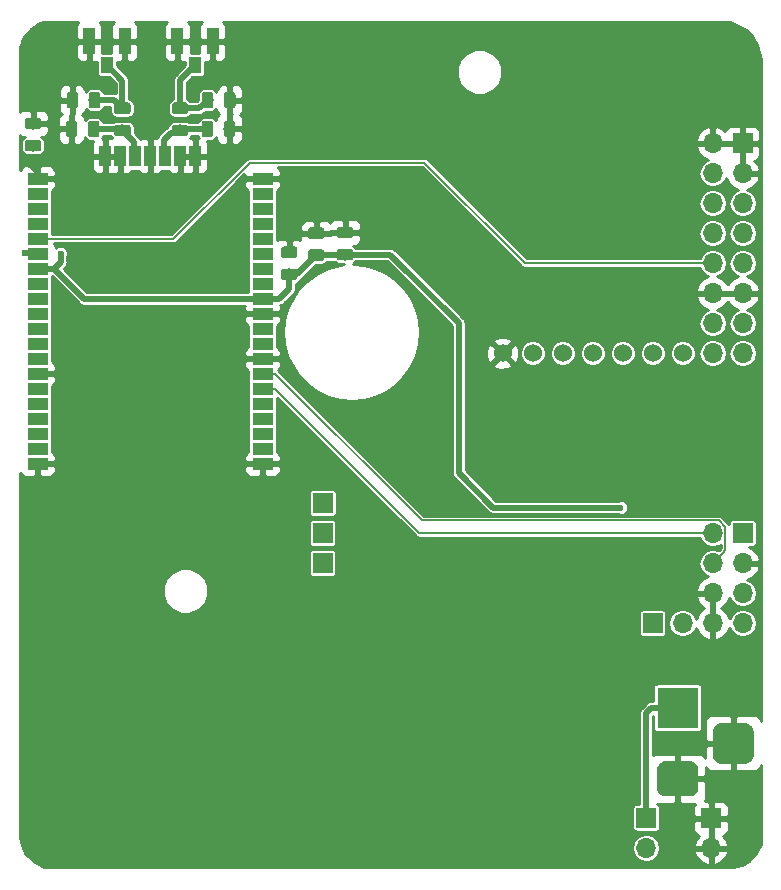
<source format=gbr>
G04 #@! TF.GenerationSoftware,KiCad,Pcbnew,5.0.2+dfsg1-1~bpo9+1*
G04 #@! TF.CreationDate,2019-07-09T17:18:54+02:00*
G04 #@! TF.ProjectId,sensoricnet_shield,73656e73-6f72-4696-936e-65745f736869,1.0*
G04 #@! TF.SameCoordinates,Original*
G04 #@! TF.FileFunction,Copper,L1,Top*
G04 #@! TF.FilePolarity,Positive*
%FSLAX46Y46*%
G04 Gerber Fmt 4.6, Leading zero omitted, Abs format (unit mm)*
G04 Created by KiCad (PCBNEW 5.0.2+dfsg1-1~bpo9+1) date Tue 09 Jul 2019 05:18:54 PM CEST*
%MOMM*%
%LPD*%
G01*
G04 APERTURE LIST*
G04 #@! TA.AperFunction,ComponentPad*
%ADD10R,1.700000X1.700000*%
G04 #@! TD*
G04 #@! TA.AperFunction,ComponentPad*
%ADD11O,1.700000X1.700000*%
G04 #@! TD*
G04 #@! TA.AperFunction,ComponentPad*
%ADD12C,1.524000*%
G04 #@! TD*
G04 #@! TA.AperFunction,ComponentPad*
%ADD13R,3.500000X3.500000*%
G04 #@! TD*
G04 #@! TA.AperFunction,Conductor*
%ADD14C,0.100000*%
G04 #@! TD*
G04 #@! TA.AperFunction,ComponentPad*
%ADD15C,3.000000*%
G04 #@! TD*
G04 #@! TA.AperFunction,ComponentPad*
%ADD16C,3.500000*%
G04 #@! TD*
G04 #@! TA.AperFunction,SMDPad,CuDef*
%ADD17C,0.975000*%
G04 #@! TD*
G04 #@! TA.AperFunction,SMDPad,CuDef*
%ADD18R,1.000000X2.200000*%
G04 #@! TD*
G04 #@! TA.AperFunction,SMDPad,CuDef*
%ADD19R,1.000000X1.400000*%
G04 #@! TD*
G04 #@! TA.AperFunction,SMDPad,CuDef*
%ADD20R,1.800000X1.000000*%
G04 #@! TD*
G04 #@! TA.AperFunction,SMDPad,CuDef*
%ADD21R,1.000000X1.800000*%
G04 #@! TD*
G04 #@! TA.AperFunction,ViaPad*
%ADD22C,0.600000*%
G04 #@! TD*
G04 #@! TA.AperFunction,Conductor*
%ADD23C,0.500000*%
G04 #@! TD*
G04 #@! TA.AperFunction,Conductor*
%ADD24C,0.150000*%
G04 #@! TD*
G04 #@! TA.AperFunction,Conductor*
%ADD25C,0.254000*%
G04 #@! TD*
G04 APERTURE END LIST*
D10*
G04 #@! TO.P,J17,1*
G04 #@! TO.N,GND*
X193657220Y-64462660D03*
D11*
G04 #@! TO.P,J17,2*
X191117220Y-64462660D03*
G04 #@! TO.P,J17,3*
X193657220Y-67002660D03*
G04 #@! TO.P,J17,4*
G04 #@! TO.N,N/C*
X191117220Y-67002660D03*
G04 #@! TO.P,J17,5*
X193657220Y-69542660D03*
G04 #@! TO.P,J17,6*
X191117220Y-69542660D03*
G04 #@! TO.P,J17,7*
X193657220Y-72082660D03*
G04 #@! TO.P,J17,8*
X191117220Y-72082660D03*
G04 #@! TO.P,J17,9*
X193657220Y-74622660D03*
G04 #@! TO.P,J17,10*
G04 #@! TO.N,WIRELESS_reset*
X191117220Y-74622660D03*
G04 #@! TO.P,J17,11*
G04 #@! TO.N,GND*
X193657220Y-77162660D03*
G04 #@! TO.P,J17,12*
X191117220Y-77162660D03*
G04 #@! TO.P,J17,13*
G04 #@! TO.N,N/C*
X193657220Y-79702660D03*
G04 #@! TO.P,J17,14*
X191117220Y-79702660D03*
G04 #@! TO.P,J17,15*
G04 #@! TO.N,+5V*
X193657220Y-82242660D03*
G04 #@! TO.P,J17,16*
X191117220Y-82242660D03*
G04 #@! TD*
G04 #@! TO.P,J20,8*
G04 #@! TO.N,GND*
X191117220Y-105102660D03*
G04 #@! TO.P,J20,7*
G04 #@! TO.N,+3V3*
X193657220Y-105102660D03*
G04 #@! TO.P,J20,6*
G04 #@! TO.N,GND*
X191117220Y-102562660D03*
G04 #@! TO.P,J20,5*
G04 #@! TO.N,N/C*
X193657220Y-102562660D03*
G04 #@! TO.P,J20,4*
G04 #@! TO.N,Tx*
X191117220Y-100022660D03*
G04 #@! TO.P,J20,3*
G04 #@! TO.N,GND*
X193657220Y-100022660D03*
G04 #@! TO.P,J20,2*
G04 #@! TO.N,Rx*
X191117220Y-97482660D03*
D10*
G04 #@! TO.P,J20,1*
G04 #@! TO.N,N/C*
X193657220Y-97482660D03*
G04 #@! TD*
G04 #@! TO.P,J8,1*
G04 #@! TO.N,N/C*
X186024520Y-105115360D03*
D11*
G04 #@! TO.P,J8,2*
X188564520Y-105115360D03*
G04 #@! TD*
D12*
G04 #@! TO.P,J7,1*
G04 #@! TO.N,GND*
X173337220Y-82242660D03*
G04 #@! TO.P,J7,2*
G04 #@! TO.N,+5V*
X175877220Y-82242660D03*
G04 #@! TO.P,J7,3*
G04 #@! TO.N,N/C*
X178417220Y-82242660D03*
G04 #@! TO.P,J7,4*
X180957220Y-82242660D03*
G04 #@! TO.P,J7,5*
X183497220Y-82242660D03*
G04 #@! TO.P,J7,6*
X186037220Y-82242660D03*
G04 #@! TO.P,J7,7*
X188577220Y-82242660D03*
G04 #@! TD*
D13*
G04 #@! TO.P,J12,1*
G04 #@! TO.N,+9V*
X188157120Y-112275360D03*
D14*
G04 #@! TD*
G04 #@! TO.N,GND*
G04 #@! TO.C,J12*
G36*
X189230633Y-116778971D02*
X189303438Y-116789771D01*
X189374834Y-116807655D01*
X189444133Y-116832450D01*
X189510668Y-116863919D01*
X189573798Y-116901758D01*
X189632915Y-116945602D01*
X189687450Y-116995030D01*
X189736878Y-117049565D01*
X189780722Y-117108682D01*
X189818561Y-117171812D01*
X189850030Y-117238347D01*
X189874825Y-117307646D01*
X189892709Y-117379042D01*
X189903509Y-117451847D01*
X189907120Y-117525360D01*
X189907120Y-119025360D01*
X189903509Y-119098873D01*
X189892709Y-119171678D01*
X189874825Y-119243074D01*
X189850030Y-119312373D01*
X189818561Y-119378908D01*
X189780722Y-119442038D01*
X189736878Y-119501155D01*
X189687450Y-119555690D01*
X189632915Y-119605118D01*
X189573798Y-119648962D01*
X189510668Y-119686801D01*
X189444133Y-119718270D01*
X189374834Y-119743065D01*
X189303438Y-119760949D01*
X189230633Y-119771749D01*
X189157120Y-119775360D01*
X187157120Y-119775360D01*
X187083607Y-119771749D01*
X187010802Y-119760949D01*
X186939406Y-119743065D01*
X186870107Y-119718270D01*
X186803572Y-119686801D01*
X186740442Y-119648962D01*
X186681325Y-119605118D01*
X186626790Y-119555690D01*
X186577362Y-119501155D01*
X186533518Y-119442038D01*
X186495679Y-119378908D01*
X186464210Y-119312373D01*
X186439415Y-119243074D01*
X186421531Y-119171678D01*
X186410731Y-119098873D01*
X186407120Y-119025360D01*
X186407120Y-117525360D01*
X186410731Y-117451847D01*
X186421531Y-117379042D01*
X186439415Y-117307646D01*
X186464210Y-117238347D01*
X186495679Y-117171812D01*
X186533518Y-117108682D01*
X186577362Y-117049565D01*
X186626790Y-116995030D01*
X186681325Y-116945602D01*
X186740442Y-116901758D01*
X186803572Y-116863919D01*
X186870107Y-116832450D01*
X186939406Y-116807655D01*
X187010802Y-116789771D01*
X187083607Y-116778971D01*
X187157120Y-116775360D01*
X189157120Y-116775360D01*
X189230633Y-116778971D01*
X189230633Y-116778971D01*
G37*
D15*
G04 #@! TO.P,J12,2*
G04 #@! TO.N,GND*
X188157120Y-118275360D03*
D14*
G04 #@! TD*
G04 #@! TO.N,GND*
G04 #@! TO.C,J12*
G36*
X193817885Y-113529573D02*
X193902824Y-113542173D01*
X193986119Y-113563037D01*
X194066968Y-113591965D01*
X194144592Y-113628679D01*
X194218244Y-113672824D01*
X194287214Y-113723976D01*
X194350838Y-113781642D01*
X194408504Y-113845266D01*
X194459656Y-113914236D01*
X194503801Y-113987888D01*
X194540515Y-114065512D01*
X194569443Y-114146361D01*
X194590307Y-114229656D01*
X194602907Y-114314595D01*
X194607120Y-114400360D01*
X194607120Y-116150360D01*
X194602907Y-116236125D01*
X194590307Y-116321064D01*
X194569443Y-116404359D01*
X194540515Y-116485208D01*
X194503801Y-116562832D01*
X194459656Y-116636484D01*
X194408504Y-116705454D01*
X194350838Y-116769078D01*
X194287214Y-116826744D01*
X194218244Y-116877896D01*
X194144592Y-116922041D01*
X194066968Y-116958755D01*
X193986119Y-116987683D01*
X193902824Y-117008547D01*
X193817885Y-117021147D01*
X193732120Y-117025360D01*
X191982120Y-117025360D01*
X191896355Y-117021147D01*
X191811416Y-117008547D01*
X191728121Y-116987683D01*
X191647272Y-116958755D01*
X191569648Y-116922041D01*
X191495996Y-116877896D01*
X191427026Y-116826744D01*
X191363402Y-116769078D01*
X191305736Y-116705454D01*
X191254584Y-116636484D01*
X191210439Y-116562832D01*
X191173725Y-116485208D01*
X191144797Y-116404359D01*
X191123933Y-116321064D01*
X191111333Y-116236125D01*
X191107120Y-116150360D01*
X191107120Y-114400360D01*
X191111333Y-114314595D01*
X191123933Y-114229656D01*
X191144797Y-114146361D01*
X191173725Y-114065512D01*
X191210439Y-113987888D01*
X191254584Y-113914236D01*
X191305736Y-113845266D01*
X191363402Y-113781642D01*
X191427026Y-113723976D01*
X191495996Y-113672824D01*
X191569648Y-113628679D01*
X191647272Y-113591965D01*
X191728121Y-113563037D01*
X191811416Y-113542173D01*
X191896355Y-113529573D01*
X191982120Y-113525360D01*
X193732120Y-113525360D01*
X193817885Y-113529573D01*
X193817885Y-113529573D01*
G37*
D16*
G04 #@! TO.P,J12,3*
G04 #@! TO.N,GND*
X192857120Y-115275360D03*
G04 #@! TD*
D10*
G04 #@! TO.P,J13,1*
G04 #@! TO.N,+9V*
X185491120Y-121574560D03*
D11*
G04 #@! TO.P,J13,2*
X185491120Y-124114560D03*
G04 #@! TD*
D10*
G04 #@! TO.P,J14,1*
G04 #@! TO.N,GND*
X190977520Y-121625360D03*
D11*
G04 #@! TO.P,J14,2*
X190977520Y-124165360D03*
G04 #@! TD*
D10*
G04 #@! TO.P,J11,1*
G04 #@! TO.N,N/C*
X158084520Y-97469960D03*
G04 #@! TD*
G04 #@! TO.P,J18,1*
G04 #@! TO.N,N/C*
X158097220Y-94942660D03*
G04 #@! TD*
G04 #@! TO.P,J19,1*
G04 #@! TO.N,N/C*
X158084520Y-100009960D03*
G04 #@! TD*
D14*
G04 #@! TO.N,+3V3*
G04 #@! TO.C,C1*
G36*
X134053662Y-64187634D02*
X134077323Y-64191144D01*
X134100527Y-64196956D01*
X134123049Y-64205014D01*
X134144673Y-64215242D01*
X134165190Y-64227539D01*
X134184403Y-64241789D01*
X134202127Y-64257853D01*
X134218191Y-64275577D01*
X134232441Y-64294790D01*
X134244738Y-64315307D01*
X134254966Y-64336931D01*
X134263024Y-64359453D01*
X134268836Y-64382657D01*
X134272346Y-64406318D01*
X134273520Y-64430210D01*
X134273520Y-64917710D01*
X134272346Y-64941602D01*
X134268836Y-64965263D01*
X134263024Y-64988467D01*
X134254966Y-65010989D01*
X134244738Y-65032613D01*
X134232441Y-65053130D01*
X134218191Y-65072343D01*
X134202127Y-65090067D01*
X134184403Y-65106131D01*
X134165190Y-65120381D01*
X134144673Y-65132678D01*
X134123049Y-65142906D01*
X134100527Y-65150964D01*
X134077323Y-65156776D01*
X134053662Y-65160286D01*
X134029770Y-65161460D01*
X133117270Y-65161460D01*
X133093378Y-65160286D01*
X133069717Y-65156776D01*
X133046513Y-65150964D01*
X133023991Y-65142906D01*
X133002367Y-65132678D01*
X132981850Y-65120381D01*
X132962637Y-65106131D01*
X132944913Y-65090067D01*
X132928849Y-65072343D01*
X132914599Y-65053130D01*
X132902302Y-65032613D01*
X132892074Y-65010989D01*
X132884016Y-64988467D01*
X132878204Y-64965263D01*
X132874694Y-64941602D01*
X132873520Y-64917710D01*
X132873520Y-64430210D01*
X132874694Y-64406318D01*
X132878204Y-64382657D01*
X132884016Y-64359453D01*
X132892074Y-64336931D01*
X132902302Y-64315307D01*
X132914599Y-64294790D01*
X132928849Y-64275577D01*
X132944913Y-64257853D01*
X132962637Y-64241789D01*
X132981850Y-64227539D01*
X133002367Y-64215242D01*
X133023991Y-64205014D01*
X133046513Y-64196956D01*
X133069717Y-64191144D01*
X133093378Y-64187634D01*
X133117270Y-64186460D01*
X134029770Y-64186460D01*
X134053662Y-64187634D01*
X134053662Y-64187634D01*
G37*
D17*
G04 #@! TD*
G04 #@! TO.P,C1,1*
G04 #@! TO.N,+3V3*
X133573520Y-64673960D03*
D14*
G04 #@! TO.N,GND*
G04 #@! TO.C,C1*
G36*
X134053662Y-62312634D02*
X134077323Y-62316144D01*
X134100527Y-62321956D01*
X134123049Y-62330014D01*
X134144673Y-62340242D01*
X134165190Y-62352539D01*
X134184403Y-62366789D01*
X134202127Y-62382853D01*
X134218191Y-62400577D01*
X134232441Y-62419790D01*
X134244738Y-62440307D01*
X134254966Y-62461931D01*
X134263024Y-62484453D01*
X134268836Y-62507657D01*
X134272346Y-62531318D01*
X134273520Y-62555210D01*
X134273520Y-63042710D01*
X134272346Y-63066602D01*
X134268836Y-63090263D01*
X134263024Y-63113467D01*
X134254966Y-63135989D01*
X134244738Y-63157613D01*
X134232441Y-63178130D01*
X134218191Y-63197343D01*
X134202127Y-63215067D01*
X134184403Y-63231131D01*
X134165190Y-63245381D01*
X134144673Y-63257678D01*
X134123049Y-63267906D01*
X134100527Y-63275964D01*
X134077323Y-63281776D01*
X134053662Y-63285286D01*
X134029770Y-63286460D01*
X133117270Y-63286460D01*
X133093378Y-63285286D01*
X133069717Y-63281776D01*
X133046513Y-63275964D01*
X133023991Y-63267906D01*
X133002367Y-63257678D01*
X132981850Y-63245381D01*
X132962637Y-63231131D01*
X132944913Y-63215067D01*
X132928849Y-63197343D01*
X132914599Y-63178130D01*
X132902302Y-63157613D01*
X132892074Y-63135989D01*
X132884016Y-63113467D01*
X132878204Y-63090263D01*
X132874694Y-63066602D01*
X132873520Y-63042710D01*
X132873520Y-62555210D01*
X132874694Y-62531318D01*
X132878204Y-62507657D01*
X132884016Y-62484453D01*
X132892074Y-62461931D01*
X132902302Y-62440307D01*
X132914599Y-62419790D01*
X132928849Y-62400577D01*
X132944913Y-62382853D01*
X132962637Y-62366789D01*
X132981850Y-62352539D01*
X133002367Y-62340242D01*
X133023991Y-62330014D01*
X133046513Y-62321956D01*
X133069717Y-62316144D01*
X133093378Y-62312634D01*
X133117270Y-62311460D01*
X134029770Y-62311460D01*
X134053662Y-62312634D01*
X134053662Y-62312634D01*
G37*
D17*
G04 #@! TD*
G04 #@! TO.P,C1,2*
G04 #@! TO.N,GND*
X133573520Y-62798960D03*
D14*
G04 #@! TO.N,GND*
G04 #@! TO.C,C2*
G36*
X158031262Y-71585934D02*
X158054923Y-71589444D01*
X158078127Y-71595256D01*
X158100649Y-71603314D01*
X158122273Y-71613542D01*
X158142790Y-71625839D01*
X158162003Y-71640089D01*
X158179727Y-71656153D01*
X158195791Y-71673877D01*
X158210041Y-71693090D01*
X158222338Y-71713607D01*
X158232566Y-71735231D01*
X158240624Y-71757753D01*
X158246436Y-71780957D01*
X158249946Y-71804618D01*
X158251120Y-71828510D01*
X158251120Y-72316010D01*
X158249946Y-72339902D01*
X158246436Y-72363563D01*
X158240624Y-72386767D01*
X158232566Y-72409289D01*
X158222338Y-72430913D01*
X158210041Y-72451430D01*
X158195791Y-72470643D01*
X158179727Y-72488367D01*
X158162003Y-72504431D01*
X158142790Y-72518681D01*
X158122273Y-72530978D01*
X158100649Y-72541206D01*
X158078127Y-72549264D01*
X158054923Y-72555076D01*
X158031262Y-72558586D01*
X158007370Y-72559760D01*
X157094870Y-72559760D01*
X157070978Y-72558586D01*
X157047317Y-72555076D01*
X157024113Y-72549264D01*
X157001591Y-72541206D01*
X156979967Y-72530978D01*
X156959450Y-72518681D01*
X156940237Y-72504431D01*
X156922513Y-72488367D01*
X156906449Y-72470643D01*
X156892199Y-72451430D01*
X156879902Y-72430913D01*
X156869674Y-72409289D01*
X156861616Y-72386767D01*
X156855804Y-72363563D01*
X156852294Y-72339902D01*
X156851120Y-72316010D01*
X156851120Y-71828510D01*
X156852294Y-71804618D01*
X156855804Y-71780957D01*
X156861616Y-71757753D01*
X156869674Y-71735231D01*
X156879902Y-71713607D01*
X156892199Y-71693090D01*
X156906449Y-71673877D01*
X156922513Y-71656153D01*
X156940237Y-71640089D01*
X156959450Y-71625839D01*
X156979967Y-71613542D01*
X157001591Y-71603314D01*
X157024113Y-71595256D01*
X157047317Y-71589444D01*
X157070978Y-71585934D01*
X157094870Y-71584760D01*
X158007370Y-71584760D01*
X158031262Y-71585934D01*
X158031262Y-71585934D01*
G37*
D17*
G04 #@! TD*
G04 #@! TO.P,C2,2*
G04 #@! TO.N,GND*
X157551120Y-72072260D03*
D14*
G04 #@! TO.N,+3V3*
G04 #@! TO.C,C2*
G36*
X158031262Y-73460934D02*
X158054923Y-73464444D01*
X158078127Y-73470256D01*
X158100649Y-73478314D01*
X158122273Y-73488542D01*
X158142790Y-73500839D01*
X158162003Y-73515089D01*
X158179727Y-73531153D01*
X158195791Y-73548877D01*
X158210041Y-73568090D01*
X158222338Y-73588607D01*
X158232566Y-73610231D01*
X158240624Y-73632753D01*
X158246436Y-73655957D01*
X158249946Y-73679618D01*
X158251120Y-73703510D01*
X158251120Y-74191010D01*
X158249946Y-74214902D01*
X158246436Y-74238563D01*
X158240624Y-74261767D01*
X158232566Y-74284289D01*
X158222338Y-74305913D01*
X158210041Y-74326430D01*
X158195791Y-74345643D01*
X158179727Y-74363367D01*
X158162003Y-74379431D01*
X158142790Y-74393681D01*
X158122273Y-74405978D01*
X158100649Y-74416206D01*
X158078127Y-74424264D01*
X158054923Y-74430076D01*
X158031262Y-74433586D01*
X158007370Y-74434760D01*
X157094870Y-74434760D01*
X157070978Y-74433586D01*
X157047317Y-74430076D01*
X157024113Y-74424264D01*
X157001591Y-74416206D01*
X156979967Y-74405978D01*
X156959450Y-74393681D01*
X156940237Y-74379431D01*
X156922513Y-74363367D01*
X156906449Y-74345643D01*
X156892199Y-74326430D01*
X156879902Y-74305913D01*
X156869674Y-74284289D01*
X156861616Y-74261767D01*
X156855804Y-74238563D01*
X156852294Y-74214902D01*
X156851120Y-74191010D01*
X156851120Y-73703510D01*
X156852294Y-73679618D01*
X156855804Y-73655957D01*
X156861616Y-73632753D01*
X156869674Y-73610231D01*
X156879902Y-73588607D01*
X156892199Y-73568090D01*
X156906449Y-73548877D01*
X156922513Y-73531153D01*
X156940237Y-73515089D01*
X156959450Y-73500839D01*
X156979967Y-73488542D01*
X157001591Y-73478314D01*
X157024113Y-73470256D01*
X157047317Y-73464444D01*
X157070978Y-73460934D01*
X157094870Y-73459760D01*
X158007370Y-73459760D01*
X158031262Y-73460934D01*
X158031262Y-73460934D01*
G37*
D17*
G04 #@! TD*
G04 #@! TO.P,C2,1*
G04 #@! TO.N,+3V3*
X157551120Y-73947260D03*
D14*
G04 #@! TO.N,+3V3*
G04 #@! TO.C,C3*
G36*
X160469662Y-73410134D02*
X160493323Y-73413644D01*
X160516527Y-73419456D01*
X160539049Y-73427514D01*
X160560673Y-73437742D01*
X160581190Y-73450039D01*
X160600403Y-73464289D01*
X160618127Y-73480353D01*
X160634191Y-73498077D01*
X160648441Y-73517290D01*
X160660738Y-73537807D01*
X160670966Y-73559431D01*
X160679024Y-73581953D01*
X160684836Y-73605157D01*
X160688346Y-73628818D01*
X160689520Y-73652710D01*
X160689520Y-74140210D01*
X160688346Y-74164102D01*
X160684836Y-74187763D01*
X160679024Y-74210967D01*
X160670966Y-74233489D01*
X160660738Y-74255113D01*
X160648441Y-74275630D01*
X160634191Y-74294843D01*
X160618127Y-74312567D01*
X160600403Y-74328631D01*
X160581190Y-74342881D01*
X160560673Y-74355178D01*
X160539049Y-74365406D01*
X160516527Y-74373464D01*
X160493323Y-74379276D01*
X160469662Y-74382786D01*
X160445770Y-74383960D01*
X159533270Y-74383960D01*
X159509378Y-74382786D01*
X159485717Y-74379276D01*
X159462513Y-74373464D01*
X159439991Y-74365406D01*
X159418367Y-74355178D01*
X159397850Y-74342881D01*
X159378637Y-74328631D01*
X159360913Y-74312567D01*
X159344849Y-74294843D01*
X159330599Y-74275630D01*
X159318302Y-74255113D01*
X159308074Y-74233489D01*
X159300016Y-74210967D01*
X159294204Y-74187763D01*
X159290694Y-74164102D01*
X159289520Y-74140210D01*
X159289520Y-73652710D01*
X159290694Y-73628818D01*
X159294204Y-73605157D01*
X159300016Y-73581953D01*
X159308074Y-73559431D01*
X159318302Y-73537807D01*
X159330599Y-73517290D01*
X159344849Y-73498077D01*
X159360913Y-73480353D01*
X159378637Y-73464289D01*
X159397850Y-73450039D01*
X159418367Y-73437742D01*
X159439991Y-73427514D01*
X159462513Y-73419456D01*
X159485717Y-73413644D01*
X159509378Y-73410134D01*
X159533270Y-73408960D01*
X160445770Y-73408960D01*
X160469662Y-73410134D01*
X160469662Y-73410134D01*
G37*
D17*
G04 #@! TD*
G04 #@! TO.P,C3,1*
G04 #@! TO.N,+3V3*
X159989520Y-73896460D03*
D14*
G04 #@! TO.N,GND*
G04 #@! TO.C,C3*
G36*
X160469662Y-71535134D02*
X160493323Y-71538644D01*
X160516527Y-71544456D01*
X160539049Y-71552514D01*
X160560673Y-71562742D01*
X160581190Y-71575039D01*
X160600403Y-71589289D01*
X160618127Y-71605353D01*
X160634191Y-71623077D01*
X160648441Y-71642290D01*
X160660738Y-71662807D01*
X160670966Y-71684431D01*
X160679024Y-71706953D01*
X160684836Y-71730157D01*
X160688346Y-71753818D01*
X160689520Y-71777710D01*
X160689520Y-72265210D01*
X160688346Y-72289102D01*
X160684836Y-72312763D01*
X160679024Y-72335967D01*
X160670966Y-72358489D01*
X160660738Y-72380113D01*
X160648441Y-72400630D01*
X160634191Y-72419843D01*
X160618127Y-72437567D01*
X160600403Y-72453631D01*
X160581190Y-72467881D01*
X160560673Y-72480178D01*
X160539049Y-72490406D01*
X160516527Y-72498464D01*
X160493323Y-72504276D01*
X160469662Y-72507786D01*
X160445770Y-72508960D01*
X159533270Y-72508960D01*
X159509378Y-72507786D01*
X159485717Y-72504276D01*
X159462513Y-72498464D01*
X159439991Y-72490406D01*
X159418367Y-72480178D01*
X159397850Y-72467881D01*
X159378637Y-72453631D01*
X159360913Y-72437567D01*
X159344849Y-72419843D01*
X159330599Y-72400630D01*
X159318302Y-72380113D01*
X159308074Y-72358489D01*
X159300016Y-72335967D01*
X159294204Y-72312763D01*
X159290694Y-72289102D01*
X159289520Y-72265210D01*
X159289520Y-71777710D01*
X159290694Y-71753818D01*
X159294204Y-71730157D01*
X159300016Y-71706953D01*
X159308074Y-71684431D01*
X159318302Y-71662807D01*
X159330599Y-71642290D01*
X159344849Y-71623077D01*
X159360913Y-71605353D01*
X159378637Y-71589289D01*
X159397850Y-71575039D01*
X159418367Y-71562742D01*
X159439991Y-71552514D01*
X159462513Y-71544456D01*
X159485717Y-71538644D01*
X159509378Y-71535134D01*
X159533270Y-71533960D01*
X160445770Y-71533960D01*
X160469662Y-71535134D01*
X160469662Y-71535134D01*
G37*
D17*
G04 #@! TD*
G04 #@! TO.P,C3,2*
G04 #@! TO.N,GND*
X159989520Y-72021460D03*
D14*
G04 #@! TO.N,GND*
G04 #@! TO.C,C4*
G36*
X137170862Y-60118934D02*
X137194523Y-60122444D01*
X137217727Y-60128256D01*
X137240249Y-60136314D01*
X137261873Y-60146542D01*
X137282390Y-60158839D01*
X137301603Y-60173089D01*
X137319327Y-60189153D01*
X137335391Y-60206877D01*
X137349641Y-60226090D01*
X137361938Y-60246607D01*
X137372166Y-60268231D01*
X137380224Y-60290753D01*
X137386036Y-60313957D01*
X137389546Y-60337618D01*
X137390720Y-60361510D01*
X137390720Y-61274010D01*
X137389546Y-61297902D01*
X137386036Y-61321563D01*
X137380224Y-61344767D01*
X137372166Y-61367289D01*
X137361938Y-61388913D01*
X137349641Y-61409430D01*
X137335391Y-61428643D01*
X137319327Y-61446367D01*
X137301603Y-61462431D01*
X137282390Y-61476681D01*
X137261873Y-61488978D01*
X137240249Y-61499206D01*
X137217727Y-61507264D01*
X137194523Y-61513076D01*
X137170862Y-61516586D01*
X137146970Y-61517760D01*
X136659470Y-61517760D01*
X136635578Y-61516586D01*
X136611917Y-61513076D01*
X136588713Y-61507264D01*
X136566191Y-61499206D01*
X136544567Y-61488978D01*
X136524050Y-61476681D01*
X136504837Y-61462431D01*
X136487113Y-61446367D01*
X136471049Y-61428643D01*
X136456799Y-61409430D01*
X136444502Y-61388913D01*
X136434274Y-61367289D01*
X136426216Y-61344767D01*
X136420404Y-61321563D01*
X136416894Y-61297902D01*
X136415720Y-61274010D01*
X136415720Y-60361510D01*
X136416894Y-60337618D01*
X136420404Y-60313957D01*
X136426216Y-60290753D01*
X136434274Y-60268231D01*
X136444502Y-60246607D01*
X136456799Y-60226090D01*
X136471049Y-60206877D01*
X136487113Y-60189153D01*
X136504837Y-60173089D01*
X136524050Y-60158839D01*
X136544567Y-60146542D01*
X136566191Y-60136314D01*
X136588713Y-60128256D01*
X136611917Y-60122444D01*
X136635578Y-60118934D01*
X136659470Y-60117760D01*
X137146970Y-60117760D01*
X137170862Y-60118934D01*
X137170862Y-60118934D01*
G37*
D17*
G04 #@! TD*
G04 #@! TO.P,C4,1*
G04 #@! TO.N,GND*
X136903220Y-60817760D03*
D14*
G04 #@! TO.N,Net-(C4-Pad2)*
G04 #@! TO.C,C4*
G36*
X139045862Y-60118934D02*
X139069523Y-60122444D01*
X139092727Y-60128256D01*
X139115249Y-60136314D01*
X139136873Y-60146542D01*
X139157390Y-60158839D01*
X139176603Y-60173089D01*
X139194327Y-60189153D01*
X139210391Y-60206877D01*
X139224641Y-60226090D01*
X139236938Y-60246607D01*
X139247166Y-60268231D01*
X139255224Y-60290753D01*
X139261036Y-60313957D01*
X139264546Y-60337618D01*
X139265720Y-60361510D01*
X139265720Y-61274010D01*
X139264546Y-61297902D01*
X139261036Y-61321563D01*
X139255224Y-61344767D01*
X139247166Y-61367289D01*
X139236938Y-61388913D01*
X139224641Y-61409430D01*
X139210391Y-61428643D01*
X139194327Y-61446367D01*
X139176603Y-61462431D01*
X139157390Y-61476681D01*
X139136873Y-61488978D01*
X139115249Y-61499206D01*
X139092727Y-61507264D01*
X139069523Y-61513076D01*
X139045862Y-61516586D01*
X139021970Y-61517760D01*
X138534470Y-61517760D01*
X138510578Y-61516586D01*
X138486917Y-61513076D01*
X138463713Y-61507264D01*
X138441191Y-61499206D01*
X138419567Y-61488978D01*
X138399050Y-61476681D01*
X138379837Y-61462431D01*
X138362113Y-61446367D01*
X138346049Y-61428643D01*
X138331799Y-61409430D01*
X138319502Y-61388913D01*
X138309274Y-61367289D01*
X138301216Y-61344767D01*
X138295404Y-61321563D01*
X138291894Y-61297902D01*
X138290720Y-61274010D01*
X138290720Y-60361510D01*
X138291894Y-60337618D01*
X138295404Y-60313957D01*
X138301216Y-60290753D01*
X138309274Y-60268231D01*
X138319502Y-60246607D01*
X138331799Y-60226090D01*
X138346049Y-60206877D01*
X138362113Y-60189153D01*
X138379837Y-60173089D01*
X138399050Y-60158839D01*
X138419567Y-60146542D01*
X138441191Y-60136314D01*
X138463713Y-60128256D01*
X138486917Y-60122444D01*
X138510578Y-60118934D01*
X138534470Y-60117760D01*
X139021970Y-60117760D01*
X139045862Y-60118934D01*
X139045862Y-60118934D01*
G37*
D17*
G04 #@! TD*
G04 #@! TO.P,C4,2*
G04 #@! TO.N,Net-(C4-Pad2)*
X138778220Y-60817760D03*
D14*
G04 #@! TO.N,Net-(C5-Pad2)*
G04 #@! TO.C,C5*
G36*
X138971962Y-62557334D02*
X138995623Y-62560844D01*
X139018827Y-62566656D01*
X139041349Y-62574714D01*
X139062973Y-62584942D01*
X139083490Y-62597239D01*
X139102703Y-62611489D01*
X139120427Y-62627553D01*
X139136491Y-62645277D01*
X139150741Y-62664490D01*
X139163038Y-62685007D01*
X139173266Y-62706631D01*
X139181324Y-62729153D01*
X139187136Y-62752357D01*
X139190646Y-62776018D01*
X139191820Y-62799910D01*
X139191820Y-63712410D01*
X139190646Y-63736302D01*
X139187136Y-63759963D01*
X139181324Y-63783167D01*
X139173266Y-63805689D01*
X139163038Y-63827313D01*
X139150741Y-63847830D01*
X139136491Y-63867043D01*
X139120427Y-63884767D01*
X139102703Y-63900831D01*
X139083490Y-63915081D01*
X139062973Y-63927378D01*
X139041349Y-63937606D01*
X139018827Y-63945664D01*
X138995623Y-63951476D01*
X138971962Y-63954986D01*
X138948070Y-63956160D01*
X138460570Y-63956160D01*
X138436678Y-63954986D01*
X138413017Y-63951476D01*
X138389813Y-63945664D01*
X138367291Y-63937606D01*
X138345667Y-63927378D01*
X138325150Y-63915081D01*
X138305937Y-63900831D01*
X138288213Y-63884767D01*
X138272149Y-63867043D01*
X138257899Y-63847830D01*
X138245602Y-63827313D01*
X138235374Y-63805689D01*
X138227316Y-63783167D01*
X138221504Y-63759963D01*
X138217994Y-63736302D01*
X138216820Y-63712410D01*
X138216820Y-62799910D01*
X138217994Y-62776018D01*
X138221504Y-62752357D01*
X138227316Y-62729153D01*
X138235374Y-62706631D01*
X138245602Y-62685007D01*
X138257899Y-62664490D01*
X138272149Y-62645277D01*
X138288213Y-62627553D01*
X138305937Y-62611489D01*
X138325150Y-62597239D01*
X138345667Y-62584942D01*
X138367291Y-62574714D01*
X138389813Y-62566656D01*
X138413017Y-62560844D01*
X138436678Y-62557334D01*
X138460570Y-62556160D01*
X138948070Y-62556160D01*
X138971962Y-62557334D01*
X138971962Y-62557334D01*
G37*
D17*
G04 #@! TD*
G04 #@! TO.P,C5,2*
G04 #@! TO.N,Net-(C5-Pad2)*
X138704320Y-63256160D03*
D14*
G04 #@! TO.N,GND*
G04 #@! TO.C,C5*
G36*
X137096962Y-62557334D02*
X137120623Y-62560844D01*
X137143827Y-62566656D01*
X137166349Y-62574714D01*
X137187973Y-62584942D01*
X137208490Y-62597239D01*
X137227703Y-62611489D01*
X137245427Y-62627553D01*
X137261491Y-62645277D01*
X137275741Y-62664490D01*
X137288038Y-62685007D01*
X137298266Y-62706631D01*
X137306324Y-62729153D01*
X137312136Y-62752357D01*
X137315646Y-62776018D01*
X137316820Y-62799910D01*
X137316820Y-63712410D01*
X137315646Y-63736302D01*
X137312136Y-63759963D01*
X137306324Y-63783167D01*
X137298266Y-63805689D01*
X137288038Y-63827313D01*
X137275741Y-63847830D01*
X137261491Y-63867043D01*
X137245427Y-63884767D01*
X137227703Y-63900831D01*
X137208490Y-63915081D01*
X137187973Y-63927378D01*
X137166349Y-63937606D01*
X137143827Y-63945664D01*
X137120623Y-63951476D01*
X137096962Y-63954986D01*
X137073070Y-63956160D01*
X136585570Y-63956160D01*
X136561678Y-63954986D01*
X136538017Y-63951476D01*
X136514813Y-63945664D01*
X136492291Y-63937606D01*
X136470667Y-63927378D01*
X136450150Y-63915081D01*
X136430937Y-63900831D01*
X136413213Y-63884767D01*
X136397149Y-63867043D01*
X136382899Y-63847830D01*
X136370602Y-63827313D01*
X136360374Y-63805689D01*
X136352316Y-63783167D01*
X136346504Y-63759963D01*
X136342994Y-63736302D01*
X136341820Y-63712410D01*
X136341820Y-62799910D01*
X136342994Y-62776018D01*
X136346504Y-62752357D01*
X136352316Y-62729153D01*
X136360374Y-62706631D01*
X136370602Y-62685007D01*
X136382899Y-62664490D01*
X136397149Y-62645277D01*
X136413213Y-62627553D01*
X136430937Y-62611489D01*
X136450150Y-62597239D01*
X136470667Y-62584942D01*
X136492291Y-62574714D01*
X136514813Y-62566656D01*
X136538017Y-62560844D01*
X136561678Y-62557334D01*
X136585570Y-62556160D01*
X137073070Y-62556160D01*
X137096962Y-62557334D01*
X137096962Y-62557334D01*
G37*
D17*
G04 #@! TD*
G04 #@! TO.P,C5,1*
G04 #@! TO.N,GND*
X136829320Y-63256160D03*
D14*
G04 #@! TO.N,GND*
G04 #@! TO.C,C6*
G36*
X150498962Y-60118934D02*
X150522623Y-60122444D01*
X150545827Y-60128256D01*
X150568349Y-60136314D01*
X150589973Y-60146542D01*
X150610490Y-60158839D01*
X150629703Y-60173089D01*
X150647427Y-60189153D01*
X150663491Y-60206877D01*
X150677741Y-60226090D01*
X150690038Y-60246607D01*
X150700266Y-60268231D01*
X150708324Y-60290753D01*
X150714136Y-60313957D01*
X150717646Y-60337618D01*
X150718820Y-60361510D01*
X150718820Y-61274010D01*
X150717646Y-61297902D01*
X150714136Y-61321563D01*
X150708324Y-61344767D01*
X150700266Y-61367289D01*
X150690038Y-61388913D01*
X150677741Y-61409430D01*
X150663491Y-61428643D01*
X150647427Y-61446367D01*
X150629703Y-61462431D01*
X150610490Y-61476681D01*
X150589973Y-61488978D01*
X150568349Y-61499206D01*
X150545827Y-61507264D01*
X150522623Y-61513076D01*
X150498962Y-61516586D01*
X150475070Y-61517760D01*
X149987570Y-61517760D01*
X149963678Y-61516586D01*
X149940017Y-61513076D01*
X149916813Y-61507264D01*
X149894291Y-61499206D01*
X149872667Y-61488978D01*
X149852150Y-61476681D01*
X149832937Y-61462431D01*
X149815213Y-61446367D01*
X149799149Y-61428643D01*
X149784899Y-61409430D01*
X149772602Y-61388913D01*
X149762374Y-61367289D01*
X149754316Y-61344767D01*
X149748504Y-61321563D01*
X149744994Y-61297902D01*
X149743820Y-61274010D01*
X149743820Y-60361510D01*
X149744994Y-60337618D01*
X149748504Y-60313957D01*
X149754316Y-60290753D01*
X149762374Y-60268231D01*
X149772602Y-60246607D01*
X149784899Y-60226090D01*
X149799149Y-60206877D01*
X149815213Y-60189153D01*
X149832937Y-60173089D01*
X149852150Y-60158839D01*
X149872667Y-60146542D01*
X149894291Y-60136314D01*
X149916813Y-60128256D01*
X149940017Y-60122444D01*
X149963678Y-60118934D01*
X149987570Y-60117760D01*
X150475070Y-60117760D01*
X150498962Y-60118934D01*
X150498962Y-60118934D01*
G37*
D17*
G04 #@! TD*
G04 #@! TO.P,C6,1*
G04 #@! TO.N,GND*
X150231320Y-60817760D03*
D14*
G04 #@! TO.N,Net-(C6-Pad2)*
G04 #@! TO.C,C6*
G36*
X148623962Y-60118934D02*
X148647623Y-60122444D01*
X148670827Y-60128256D01*
X148693349Y-60136314D01*
X148714973Y-60146542D01*
X148735490Y-60158839D01*
X148754703Y-60173089D01*
X148772427Y-60189153D01*
X148788491Y-60206877D01*
X148802741Y-60226090D01*
X148815038Y-60246607D01*
X148825266Y-60268231D01*
X148833324Y-60290753D01*
X148839136Y-60313957D01*
X148842646Y-60337618D01*
X148843820Y-60361510D01*
X148843820Y-61274010D01*
X148842646Y-61297902D01*
X148839136Y-61321563D01*
X148833324Y-61344767D01*
X148825266Y-61367289D01*
X148815038Y-61388913D01*
X148802741Y-61409430D01*
X148788491Y-61428643D01*
X148772427Y-61446367D01*
X148754703Y-61462431D01*
X148735490Y-61476681D01*
X148714973Y-61488978D01*
X148693349Y-61499206D01*
X148670827Y-61507264D01*
X148647623Y-61513076D01*
X148623962Y-61516586D01*
X148600070Y-61517760D01*
X148112570Y-61517760D01*
X148088678Y-61516586D01*
X148065017Y-61513076D01*
X148041813Y-61507264D01*
X148019291Y-61499206D01*
X147997667Y-61488978D01*
X147977150Y-61476681D01*
X147957937Y-61462431D01*
X147940213Y-61446367D01*
X147924149Y-61428643D01*
X147909899Y-61409430D01*
X147897602Y-61388913D01*
X147887374Y-61367289D01*
X147879316Y-61344767D01*
X147873504Y-61321563D01*
X147869994Y-61297902D01*
X147868820Y-61274010D01*
X147868820Y-60361510D01*
X147869994Y-60337618D01*
X147873504Y-60313957D01*
X147879316Y-60290753D01*
X147887374Y-60268231D01*
X147897602Y-60246607D01*
X147909899Y-60226090D01*
X147924149Y-60206877D01*
X147940213Y-60189153D01*
X147957937Y-60173089D01*
X147977150Y-60158839D01*
X147997667Y-60146542D01*
X148019291Y-60136314D01*
X148041813Y-60128256D01*
X148065017Y-60122444D01*
X148088678Y-60118934D01*
X148112570Y-60117760D01*
X148600070Y-60117760D01*
X148623962Y-60118934D01*
X148623962Y-60118934D01*
G37*
D17*
G04 #@! TD*
G04 #@! TO.P,C6,2*
G04 #@! TO.N,Net-(C6-Pad2)*
X148356320Y-60817760D03*
D14*
G04 #@! TO.N,Net-(C7-Pad2)*
G04 #@! TO.C,C7*
G36*
X148600862Y-62557334D02*
X148624523Y-62560844D01*
X148647727Y-62566656D01*
X148670249Y-62574714D01*
X148691873Y-62584942D01*
X148712390Y-62597239D01*
X148731603Y-62611489D01*
X148749327Y-62627553D01*
X148765391Y-62645277D01*
X148779641Y-62664490D01*
X148791938Y-62685007D01*
X148802166Y-62706631D01*
X148810224Y-62729153D01*
X148816036Y-62752357D01*
X148819546Y-62776018D01*
X148820720Y-62799910D01*
X148820720Y-63712410D01*
X148819546Y-63736302D01*
X148816036Y-63759963D01*
X148810224Y-63783167D01*
X148802166Y-63805689D01*
X148791938Y-63827313D01*
X148779641Y-63847830D01*
X148765391Y-63867043D01*
X148749327Y-63884767D01*
X148731603Y-63900831D01*
X148712390Y-63915081D01*
X148691873Y-63927378D01*
X148670249Y-63937606D01*
X148647727Y-63945664D01*
X148624523Y-63951476D01*
X148600862Y-63954986D01*
X148576970Y-63956160D01*
X148089470Y-63956160D01*
X148065578Y-63954986D01*
X148041917Y-63951476D01*
X148018713Y-63945664D01*
X147996191Y-63937606D01*
X147974567Y-63927378D01*
X147954050Y-63915081D01*
X147934837Y-63900831D01*
X147917113Y-63884767D01*
X147901049Y-63867043D01*
X147886799Y-63847830D01*
X147874502Y-63827313D01*
X147864274Y-63805689D01*
X147856216Y-63783167D01*
X147850404Y-63759963D01*
X147846894Y-63736302D01*
X147845720Y-63712410D01*
X147845720Y-62799910D01*
X147846894Y-62776018D01*
X147850404Y-62752357D01*
X147856216Y-62729153D01*
X147864274Y-62706631D01*
X147874502Y-62685007D01*
X147886799Y-62664490D01*
X147901049Y-62645277D01*
X147917113Y-62627553D01*
X147934837Y-62611489D01*
X147954050Y-62597239D01*
X147974567Y-62584942D01*
X147996191Y-62574714D01*
X148018713Y-62566656D01*
X148041917Y-62560844D01*
X148065578Y-62557334D01*
X148089470Y-62556160D01*
X148576970Y-62556160D01*
X148600862Y-62557334D01*
X148600862Y-62557334D01*
G37*
D17*
G04 #@! TD*
G04 #@! TO.P,C7,2*
G04 #@! TO.N,Net-(C7-Pad2)*
X148333220Y-63256160D03*
D14*
G04 #@! TO.N,GND*
G04 #@! TO.C,C7*
G36*
X150475862Y-62557334D02*
X150499523Y-62560844D01*
X150522727Y-62566656D01*
X150545249Y-62574714D01*
X150566873Y-62584942D01*
X150587390Y-62597239D01*
X150606603Y-62611489D01*
X150624327Y-62627553D01*
X150640391Y-62645277D01*
X150654641Y-62664490D01*
X150666938Y-62685007D01*
X150677166Y-62706631D01*
X150685224Y-62729153D01*
X150691036Y-62752357D01*
X150694546Y-62776018D01*
X150695720Y-62799910D01*
X150695720Y-63712410D01*
X150694546Y-63736302D01*
X150691036Y-63759963D01*
X150685224Y-63783167D01*
X150677166Y-63805689D01*
X150666938Y-63827313D01*
X150654641Y-63847830D01*
X150640391Y-63867043D01*
X150624327Y-63884767D01*
X150606603Y-63900831D01*
X150587390Y-63915081D01*
X150566873Y-63927378D01*
X150545249Y-63937606D01*
X150522727Y-63945664D01*
X150499523Y-63951476D01*
X150475862Y-63954986D01*
X150451970Y-63956160D01*
X149964470Y-63956160D01*
X149940578Y-63954986D01*
X149916917Y-63951476D01*
X149893713Y-63945664D01*
X149871191Y-63937606D01*
X149849567Y-63927378D01*
X149829050Y-63915081D01*
X149809837Y-63900831D01*
X149792113Y-63884767D01*
X149776049Y-63867043D01*
X149761799Y-63847830D01*
X149749502Y-63827313D01*
X149739274Y-63805689D01*
X149731216Y-63783167D01*
X149725404Y-63759963D01*
X149721894Y-63736302D01*
X149720720Y-63712410D01*
X149720720Y-62799910D01*
X149721894Y-62776018D01*
X149725404Y-62752357D01*
X149731216Y-62729153D01*
X149739274Y-62706631D01*
X149749502Y-62685007D01*
X149761799Y-62664490D01*
X149776049Y-62645277D01*
X149792113Y-62627553D01*
X149809837Y-62611489D01*
X149829050Y-62597239D01*
X149849567Y-62584942D01*
X149871191Y-62574714D01*
X149893713Y-62566656D01*
X149916917Y-62560844D01*
X149940578Y-62557334D01*
X149964470Y-62556160D01*
X150451970Y-62556160D01*
X150475862Y-62557334D01*
X150475862Y-62557334D01*
G37*
D17*
G04 #@! TD*
G04 #@! TO.P,C7,1*
G04 #@! TO.N,GND*
X150208220Y-63256160D03*
D14*
G04 #@! TO.N,+3V3*
G04 #@! TO.C,C8*
G36*
X155745262Y-75086534D02*
X155768923Y-75090044D01*
X155792127Y-75095856D01*
X155814649Y-75103914D01*
X155836273Y-75114142D01*
X155856790Y-75126439D01*
X155876003Y-75140689D01*
X155893727Y-75156753D01*
X155909791Y-75174477D01*
X155924041Y-75193690D01*
X155936338Y-75214207D01*
X155946566Y-75235831D01*
X155954624Y-75258353D01*
X155960436Y-75281557D01*
X155963946Y-75305218D01*
X155965120Y-75329110D01*
X155965120Y-75816610D01*
X155963946Y-75840502D01*
X155960436Y-75864163D01*
X155954624Y-75887367D01*
X155946566Y-75909889D01*
X155936338Y-75931513D01*
X155924041Y-75952030D01*
X155909791Y-75971243D01*
X155893727Y-75988967D01*
X155876003Y-76005031D01*
X155856790Y-76019281D01*
X155836273Y-76031578D01*
X155814649Y-76041806D01*
X155792127Y-76049864D01*
X155768923Y-76055676D01*
X155745262Y-76059186D01*
X155721370Y-76060360D01*
X154808870Y-76060360D01*
X154784978Y-76059186D01*
X154761317Y-76055676D01*
X154738113Y-76049864D01*
X154715591Y-76041806D01*
X154693967Y-76031578D01*
X154673450Y-76019281D01*
X154654237Y-76005031D01*
X154636513Y-75988967D01*
X154620449Y-75971243D01*
X154606199Y-75952030D01*
X154593902Y-75931513D01*
X154583674Y-75909889D01*
X154575616Y-75887367D01*
X154569804Y-75864163D01*
X154566294Y-75840502D01*
X154565120Y-75816610D01*
X154565120Y-75329110D01*
X154566294Y-75305218D01*
X154569804Y-75281557D01*
X154575616Y-75258353D01*
X154583674Y-75235831D01*
X154593902Y-75214207D01*
X154606199Y-75193690D01*
X154620449Y-75174477D01*
X154636513Y-75156753D01*
X154654237Y-75140689D01*
X154673450Y-75126439D01*
X154693967Y-75114142D01*
X154715591Y-75103914D01*
X154738113Y-75095856D01*
X154761317Y-75090044D01*
X154784978Y-75086534D01*
X154808870Y-75085360D01*
X155721370Y-75085360D01*
X155745262Y-75086534D01*
X155745262Y-75086534D01*
G37*
D17*
G04 #@! TD*
G04 #@! TO.P,C8,2*
G04 #@! TO.N,+3V3*
X155265120Y-75572860D03*
D14*
G04 #@! TO.N,GND*
G04 #@! TO.C,C8*
G36*
X155745262Y-73211534D02*
X155768923Y-73215044D01*
X155792127Y-73220856D01*
X155814649Y-73228914D01*
X155836273Y-73239142D01*
X155856790Y-73251439D01*
X155876003Y-73265689D01*
X155893727Y-73281753D01*
X155909791Y-73299477D01*
X155924041Y-73318690D01*
X155936338Y-73339207D01*
X155946566Y-73360831D01*
X155954624Y-73383353D01*
X155960436Y-73406557D01*
X155963946Y-73430218D01*
X155965120Y-73454110D01*
X155965120Y-73941610D01*
X155963946Y-73965502D01*
X155960436Y-73989163D01*
X155954624Y-74012367D01*
X155946566Y-74034889D01*
X155936338Y-74056513D01*
X155924041Y-74077030D01*
X155909791Y-74096243D01*
X155893727Y-74113967D01*
X155876003Y-74130031D01*
X155856790Y-74144281D01*
X155836273Y-74156578D01*
X155814649Y-74166806D01*
X155792127Y-74174864D01*
X155768923Y-74180676D01*
X155745262Y-74184186D01*
X155721370Y-74185360D01*
X154808870Y-74185360D01*
X154784978Y-74184186D01*
X154761317Y-74180676D01*
X154738113Y-74174864D01*
X154715591Y-74166806D01*
X154693967Y-74156578D01*
X154673450Y-74144281D01*
X154654237Y-74130031D01*
X154636513Y-74113967D01*
X154620449Y-74096243D01*
X154606199Y-74077030D01*
X154593902Y-74056513D01*
X154583674Y-74034889D01*
X154575616Y-74012367D01*
X154569804Y-73989163D01*
X154566294Y-73965502D01*
X154565120Y-73941610D01*
X154565120Y-73454110D01*
X154566294Y-73430218D01*
X154569804Y-73406557D01*
X154575616Y-73383353D01*
X154583674Y-73360831D01*
X154593902Y-73339207D01*
X154606199Y-73318690D01*
X154620449Y-73299477D01*
X154636513Y-73281753D01*
X154654237Y-73265689D01*
X154673450Y-73251439D01*
X154693967Y-73239142D01*
X154715591Y-73228914D01*
X154738113Y-73220856D01*
X154761317Y-73215044D01*
X154784978Y-73211534D01*
X154808870Y-73210360D01*
X155721370Y-73210360D01*
X155745262Y-73211534D01*
X155745262Y-73211534D01*
G37*
D17*
G04 #@! TD*
G04 #@! TO.P,C8,1*
G04 #@! TO.N,GND*
X155265120Y-73697860D03*
D18*
G04 #@! TO.P,P1,1*
G04 #@! TO.N,GND*
X138321920Y-55839360D03*
D19*
G04 #@! TO.P,P1,2*
G04 #@! TO.N,Net-(C4-Pad2)*
X139821920Y-57839360D03*
D18*
G04 #@! TO.P,P1,3*
G04 #@! TO.N,GND*
X141321920Y-55839360D03*
G04 #@! TD*
G04 #@! TO.P,P2,3*
G04 #@! TO.N,GND*
X148789520Y-55839360D03*
D19*
G04 #@! TO.P,P2,2*
G04 #@! TO.N,Net-(C6-Pad2)*
X147289520Y-57839360D03*
D18*
G04 #@! TO.P,P2,1*
G04 #@! TO.N,GND*
X145789520Y-55839360D03*
G04 #@! TD*
D14*
G04 #@! TO.N,Net-(C4-Pad2)*
G04 #@! TO.C,R1*
G36*
X141622862Y-61019534D02*
X141646523Y-61023044D01*
X141669727Y-61028856D01*
X141692249Y-61036914D01*
X141713873Y-61047142D01*
X141734390Y-61059439D01*
X141753603Y-61073689D01*
X141771327Y-61089753D01*
X141787391Y-61107477D01*
X141801641Y-61126690D01*
X141813938Y-61147207D01*
X141824166Y-61168831D01*
X141832224Y-61191353D01*
X141838036Y-61214557D01*
X141841546Y-61238218D01*
X141842720Y-61262110D01*
X141842720Y-61749610D01*
X141841546Y-61773502D01*
X141838036Y-61797163D01*
X141832224Y-61820367D01*
X141824166Y-61842889D01*
X141813938Y-61864513D01*
X141801641Y-61885030D01*
X141787391Y-61904243D01*
X141771327Y-61921967D01*
X141753603Y-61938031D01*
X141734390Y-61952281D01*
X141713873Y-61964578D01*
X141692249Y-61974806D01*
X141669727Y-61982864D01*
X141646523Y-61988676D01*
X141622862Y-61992186D01*
X141598970Y-61993360D01*
X140686470Y-61993360D01*
X140662578Y-61992186D01*
X140638917Y-61988676D01*
X140615713Y-61982864D01*
X140593191Y-61974806D01*
X140571567Y-61964578D01*
X140551050Y-61952281D01*
X140531837Y-61938031D01*
X140514113Y-61921967D01*
X140498049Y-61904243D01*
X140483799Y-61885030D01*
X140471502Y-61864513D01*
X140461274Y-61842889D01*
X140453216Y-61820367D01*
X140447404Y-61797163D01*
X140443894Y-61773502D01*
X140442720Y-61749610D01*
X140442720Y-61262110D01*
X140443894Y-61238218D01*
X140447404Y-61214557D01*
X140453216Y-61191353D01*
X140461274Y-61168831D01*
X140471502Y-61147207D01*
X140483799Y-61126690D01*
X140498049Y-61107477D01*
X140514113Y-61089753D01*
X140531837Y-61073689D01*
X140551050Y-61059439D01*
X140571567Y-61047142D01*
X140593191Y-61036914D01*
X140615713Y-61028856D01*
X140638917Y-61023044D01*
X140662578Y-61019534D01*
X140686470Y-61018360D01*
X141598970Y-61018360D01*
X141622862Y-61019534D01*
X141622862Y-61019534D01*
G37*
D17*
G04 #@! TD*
G04 #@! TO.P,R1,1*
G04 #@! TO.N,Net-(C4-Pad2)*
X141142720Y-61505860D03*
D14*
G04 #@! TO.N,Net-(C5-Pad2)*
G04 #@! TO.C,R1*
G36*
X141622862Y-62894534D02*
X141646523Y-62898044D01*
X141669727Y-62903856D01*
X141692249Y-62911914D01*
X141713873Y-62922142D01*
X141734390Y-62934439D01*
X141753603Y-62948689D01*
X141771327Y-62964753D01*
X141787391Y-62982477D01*
X141801641Y-63001690D01*
X141813938Y-63022207D01*
X141824166Y-63043831D01*
X141832224Y-63066353D01*
X141838036Y-63089557D01*
X141841546Y-63113218D01*
X141842720Y-63137110D01*
X141842720Y-63624610D01*
X141841546Y-63648502D01*
X141838036Y-63672163D01*
X141832224Y-63695367D01*
X141824166Y-63717889D01*
X141813938Y-63739513D01*
X141801641Y-63760030D01*
X141787391Y-63779243D01*
X141771327Y-63796967D01*
X141753603Y-63813031D01*
X141734390Y-63827281D01*
X141713873Y-63839578D01*
X141692249Y-63849806D01*
X141669727Y-63857864D01*
X141646523Y-63863676D01*
X141622862Y-63867186D01*
X141598970Y-63868360D01*
X140686470Y-63868360D01*
X140662578Y-63867186D01*
X140638917Y-63863676D01*
X140615713Y-63857864D01*
X140593191Y-63849806D01*
X140571567Y-63839578D01*
X140551050Y-63827281D01*
X140531837Y-63813031D01*
X140514113Y-63796967D01*
X140498049Y-63779243D01*
X140483799Y-63760030D01*
X140471502Y-63739513D01*
X140461274Y-63717889D01*
X140453216Y-63695367D01*
X140447404Y-63672163D01*
X140443894Y-63648502D01*
X140442720Y-63624610D01*
X140442720Y-63137110D01*
X140443894Y-63113218D01*
X140447404Y-63089557D01*
X140453216Y-63066353D01*
X140461274Y-63043831D01*
X140471502Y-63022207D01*
X140483799Y-63001690D01*
X140498049Y-62982477D01*
X140514113Y-62964753D01*
X140531837Y-62948689D01*
X140551050Y-62934439D01*
X140571567Y-62922142D01*
X140593191Y-62911914D01*
X140615713Y-62903856D01*
X140638917Y-62898044D01*
X140662578Y-62894534D01*
X140686470Y-62893360D01*
X141598970Y-62893360D01*
X141622862Y-62894534D01*
X141622862Y-62894534D01*
G37*
D17*
G04 #@! TD*
G04 #@! TO.P,R1,2*
G04 #@! TO.N,Net-(C5-Pad2)*
X141142720Y-63380860D03*
D14*
G04 #@! TO.N,Net-(C7-Pad2)*
G04 #@! TO.C,R2*
G36*
X146499662Y-62894534D02*
X146523323Y-62898044D01*
X146546527Y-62903856D01*
X146569049Y-62911914D01*
X146590673Y-62922142D01*
X146611190Y-62934439D01*
X146630403Y-62948689D01*
X146648127Y-62964753D01*
X146664191Y-62982477D01*
X146678441Y-63001690D01*
X146690738Y-63022207D01*
X146700966Y-63043831D01*
X146709024Y-63066353D01*
X146714836Y-63089557D01*
X146718346Y-63113218D01*
X146719520Y-63137110D01*
X146719520Y-63624610D01*
X146718346Y-63648502D01*
X146714836Y-63672163D01*
X146709024Y-63695367D01*
X146700966Y-63717889D01*
X146690738Y-63739513D01*
X146678441Y-63760030D01*
X146664191Y-63779243D01*
X146648127Y-63796967D01*
X146630403Y-63813031D01*
X146611190Y-63827281D01*
X146590673Y-63839578D01*
X146569049Y-63849806D01*
X146546527Y-63857864D01*
X146523323Y-63863676D01*
X146499662Y-63867186D01*
X146475770Y-63868360D01*
X145563270Y-63868360D01*
X145539378Y-63867186D01*
X145515717Y-63863676D01*
X145492513Y-63857864D01*
X145469991Y-63849806D01*
X145448367Y-63839578D01*
X145427850Y-63827281D01*
X145408637Y-63813031D01*
X145390913Y-63796967D01*
X145374849Y-63779243D01*
X145360599Y-63760030D01*
X145348302Y-63739513D01*
X145338074Y-63717889D01*
X145330016Y-63695367D01*
X145324204Y-63672163D01*
X145320694Y-63648502D01*
X145319520Y-63624610D01*
X145319520Y-63137110D01*
X145320694Y-63113218D01*
X145324204Y-63089557D01*
X145330016Y-63066353D01*
X145338074Y-63043831D01*
X145348302Y-63022207D01*
X145360599Y-63001690D01*
X145374849Y-62982477D01*
X145390913Y-62964753D01*
X145408637Y-62948689D01*
X145427850Y-62934439D01*
X145448367Y-62922142D01*
X145469991Y-62911914D01*
X145492513Y-62903856D01*
X145515717Y-62898044D01*
X145539378Y-62894534D01*
X145563270Y-62893360D01*
X146475770Y-62893360D01*
X146499662Y-62894534D01*
X146499662Y-62894534D01*
G37*
D17*
G04 #@! TD*
G04 #@! TO.P,R2,2*
G04 #@! TO.N,Net-(C7-Pad2)*
X146019520Y-63380860D03*
D14*
G04 #@! TO.N,Net-(C6-Pad2)*
G04 #@! TO.C,R2*
G36*
X146499662Y-61019534D02*
X146523323Y-61023044D01*
X146546527Y-61028856D01*
X146569049Y-61036914D01*
X146590673Y-61047142D01*
X146611190Y-61059439D01*
X146630403Y-61073689D01*
X146648127Y-61089753D01*
X146664191Y-61107477D01*
X146678441Y-61126690D01*
X146690738Y-61147207D01*
X146700966Y-61168831D01*
X146709024Y-61191353D01*
X146714836Y-61214557D01*
X146718346Y-61238218D01*
X146719520Y-61262110D01*
X146719520Y-61749610D01*
X146718346Y-61773502D01*
X146714836Y-61797163D01*
X146709024Y-61820367D01*
X146700966Y-61842889D01*
X146690738Y-61864513D01*
X146678441Y-61885030D01*
X146664191Y-61904243D01*
X146648127Y-61921967D01*
X146630403Y-61938031D01*
X146611190Y-61952281D01*
X146590673Y-61964578D01*
X146569049Y-61974806D01*
X146546527Y-61982864D01*
X146523323Y-61988676D01*
X146499662Y-61992186D01*
X146475770Y-61993360D01*
X145563270Y-61993360D01*
X145539378Y-61992186D01*
X145515717Y-61988676D01*
X145492513Y-61982864D01*
X145469991Y-61974806D01*
X145448367Y-61964578D01*
X145427850Y-61952281D01*
X145408637Y-61938031D01*
X145390913Y-61921967D01*
X145374849Y-61904243D01*
X145360599Y-61885030D01*
X145348302Y-61864513D01*
X145338074Y-61842889D01*
X145330016Y-61820367D01*
X145324204Y-61797163D01*
X145320694Y-61773502D01*
X145319520Y-61749610D01*
X145319520Y-61262110D01*
X145320694Y-61238218D01*
X145324204Y-61214557D01*
X145330016Y-61191353D01*
X145338074Y-61168831D01*
X145348302Y-61147207D01*
X145360599Y-61126690D01*
X145374849Y-61107477D01*
X145390913Y-61089753D01*
X145408637Y-61073689D01*
X145427850Y-61059439D01*
X145448367Y-61047142D01*
X145469991Y-61036914D01*
X145492513Y-61028856D01*
X145515717Y-61023044D01*
X145539378Y-61019534D01*
X145563270Y-61018360D01*
X146475770Y-61018360D01*
X146499662Y-61019534D01*
X146499662Y-61019534D01*
G37*
D17*
G04 #@! TD*
G04 #@! TO.P,R2,1*
G04 #@! TO.N,Net-(C6-Pad2)*
X146019520Y-61505860D03*
D20*
G04 #@! TO.P,U1,1*
G04 #@! TO.N,GND*
X153004520Y-91602560D03*
G04 #@! TO.P,U1,2*
G04 #@! TO.N,N/C*
X153004520Y-90332560D03*
G04 #@! TO.P,U1,3*
X153004520Y-89062560D03*
G04 #@! TO.P,U1,4*
X153004520Y-87792560D03*
G04 #@! TO.P,U1,5*
X153004520Y-86522560D03*
G04 #@! TO.P,U1,6*
G04 #@! TO.N,Rx*
X153004520Y-85252560D03*
G04 #@! TO.P,U1,7*
G04 #@! TO.N,Tx*
X153004520Y-83982560D03*
G04 #@! TO.P,U1,8*
G04 #@! TO.N,GND*
X153004520Y-82712560D03*
G04 #@! TO.P,U1,9*
G04 #@! TO.N,N/C*
X153004520Y-81442560D03*
G04 #@! TO.P,U1,10*
X153004520Y-80172560D03*
G04 #@! TO.P,U1,11*
G04 #@! TO.N,GND*
X153004520Y-78902560D03*
G04 #@! TO.P,U1,12*
G04 #@! TO.N,+3V3*
X153004520Y-77632560D03*
G04 #@! TO.P,U1,13*
G04 #@! TO.N,N/C*
X153004520Y-76362560D03*
G04 #@! TO.P,U1,14*
X153004520Y-75092560D03*
G04 #@! TO.P,U1,15*
X153004520Y-73822560D03*
G04 #@! TO.P,U1,16*
X153004520Y-72552560D03*
G04 #@! TO.P,U1,17*
X153004520Y-71282560D03*
G04 #@! TO.P,U1,18*
X153004520Y-70012560D03*
G04 #@! TO.P,U1,19*
X153004520Y-68742560D03*
G04 #@! TO.P,U1,20*
G04 #@! TO.N,GND*
X153004520Y-67472560D03*
D21*
G04 #@! TO.P,U1,21*
X147289520Y-65567560D03*
G04 #@! TO.P,U1,22*
X146019520Y-65567560D03*
G04 #@! TO.P,U1,23*
G04 #@! TO.N,Net-(C7-Pad2)*
X144749520Y-65567560D03*
G04 #@! TO.P,U1,24*
G04 #@! TO.N,GND*
X143479520Y-65567560D03*
G04 #@! TO.P,U1,25*
G04 #@! TO.N,Net-(C5-Pad2)*
X142209520Y-65567560D03*
G04 #@! TO.P,U1,26*
G04 #@! TO.N,GND*
X140939520Y-65567560D03*
G04 #@! TO.P,U1,27*
X139669520Y-65567560D03*
D20*
G04 #@! TO.P,U1,28*
X133954520Y-67472560D03*
G04 #@! TO.P,U1,29*
G04 #@! TO.N,N/C*
X133954520Y-68742560D03*
G04 #@! TO.P,U1,30*
X133954520Y-70012560D03*
G04 #@! TO.P,U1,31*
X133954520Y-71282560D03*
G04 #@! TO.P,U1,32*
G04 #@! TO.N,WIRELESS_reset*
X133954520Y-72552560D03*
G04 #@! TO.P,U1,33*
G04 #@! TO.N,GND*
X133954520Y-73822560D03*
G04 #@! TO.P,U1,34*
G04 #@! TO.N,+3V3*
X133954520Y-75092560D03*
G04 #@! TO.P,U1,35*
G04 #@! TO.N,N/C*
X133954520Y-76362560D03*
G04 #@! TO.P,U1,36*
X133954520Y-77632560D03*
G04 #@! TO.P,U1,37*
X133954520Y-78902560D03*
G04 #@! TO.P,U1,38*
X133954520Y-80172560D03*
G04 #@! TO.P,U1,39*
X133954520Y-81442560D03*
G04 #@! TO.P,U1,40*
X133954520Y-82712560D03*
G04 #@! TO.P,U1,41*
G04 #@! TO.N,GND*
X133954520Y-83982560D03*
G04 #@! TO.P,U1,42*
G04 #@! TO.N,N/C*
X133954520Y-85252560D03*
G04 #@! TO.P,U1,43*
X133954520Y-86522560D03*
G04 #@! TO.P,U1,44*
X133954520Y-87792560D03*
G04 #@! TO.P,U1,45*
X133954520Y-89062560D03*
G04 #@! TO.P,U1,46*
X133954520Y-90332560D03*
G04 #@! TO.P,U1,47*
G04 #@! TO.N,GND*
X133954520Y-91602560D03*
G04 #@! TD*
D22*
G04 #@! TO.N,GND*
X133268720Y-66253360D03*
X132913120Y-73771760D03*
G04 #@! TO.N,+3V3*
X135910320Y-73822560D03*
X133573520Y-64673960D03*
X183306720Y-95310960D03*
G04 #@! TD*
D23*
G04 #@! TO.N,GND*
X133954520Y-66939160D02*
X133268720Y-66253360D01*
X133954520Y-67472560D02*
X133954520Y-66939160D01*
X133903720Y-73771760D02*
X133954520Y-73822560D01*
X132913120Y-73771760D02*
X133903720Y-73771760D01*
G04 #@! TO.N,+9V*
X185907120Y-112275360D02*
X188157120Y-112275360D01*
X185491120Y-112691360D02*
X185907120Y-112275360D01*
X185491120Y-121574560D02*
X185491120Y-112691360D01*
D24*
G04 #@! TO.N,WIRELESS_reset*
X133954520Y-72552560D02*
X145460720Y-72552560D01*
X145460720Y-72552560D02*
X151912320Y-66100960D01*
X151912320Y-66100960D02*
X166695120Y-66100960D01*
X175216820Y-74622660D02*
X191117220Y-74622660D01*
X166695120Y-66100960D02*
X175216820Y-74622660D01*
D23*
G04 #@! TO.N,+3V3*
X152766660Y-77543912D02*
X152766660Y-77543911D01*
X152733621Y-77632560D02*
X152766660Y-77543912D01*
X137894520Y-77632560D02*
X152733621Y-77632560D01*
X135354520Y-75092560D02*
X137894520Y-77632560D01*
X133954520Y-75092560D02*
X135354520Y-75092560D01*
X133774420Y-74912460D02*
X133954520Y-75092560D01*
X155265120Y-76771960D02*
X155265120Y-75572860D01*
X154404520Y-77632560D02*
X155265120Y-76771960D01*
X153004520Y-77632560D02*
X154404520Y-77632560D01*
X155925520Y-75572860D02*
X157551120Y-73947260D01*
X155265120Y-75572860D02*
X155925520Y-75572860D01*
X159938720Y-73947260D02*
X159989520Y-73896460D01*
X157551120Y-73947260D02*
X159938720Y-73947260D01*
X135910320Y-74536760D02*
X135910320Y-73822560D01*
X135354520Y-75092560D02*
X135910320Y-74536760D01*
X159989520Y-73896460D02*
X163822620Y-73896460D01*
X163822620Y-73896460D02*
X169641520Y-79715360D01*
X169641520Y-79715360D02*
X169641520Y-92415360D01*
X172537120Y-95310960D02*
X183306720Y-95310960D01*
X169641520Y-92415360D02*
X172537120Y-95310960D01*
D24*
G04 #@! TO.N,Tx*
X191967219Y-99172661D02*
X191117220Y-100022660D01*
X192192221Y-98947659D02*
X191967219Y-99172661D01*
X191633221Y-96407659D02*
X192192221Y-96966659D01*
X192192221Y-96966659D02*
X192192221Y-98947659D01*
X166479619Y-96407659D02*
X191633221Y-96407659D01*
X154054520Y-83982560D02*
X166479619Y-96407659D01*
X153004520Y-83982560D02*
X154054520Y-83982560D01*
G04 #@! TO.N,Rx*
X189915139Y-97482660D02*
X191117220Y-97482660D01*
X166284620Y-97482660D02*
X189915139Y-97482660D01*
X154054520Y-85252560D02*
X166284620Y-97482660D01*
X153004520Y-85252560D02*
X154054520Y-85252560D01*
D23*
G04 #@! TO.N,Net-(C4-Pad2)*
X141142720Y-59160160D02*
X139821920Y-57839360D01*
X141142720Y-61505860D02*
X141142720Y-59160160D01*
X140454620Y-60817760D02*
X141142720Y-61505860D01*
X138778220Y-60817760D02*
X140454620Y-60817760D01*
G04 #@! TO.N,Net-(C5-Pad2)*
X142107920Y-64346060D02*
X141142720Y-63380860D01*
X142107920Y-65770760D02*
X142107920Y-64346060D01*
X141018020Y-63256160D02*
X141142720Y-63380860D01*
X138704320Y-63256160D02*
X141018020Y-63256160D01*
G04 #@! TO.N,Net-(C6-Pad2)*
X146019520Y-59109360D02*
X147289520Y-57839360D01*
X146019520Y-61505860D02*
X146019520Y-59109360D01*
X147668220Y-61505860D02*
X148356320Y-60817760D01*
X146019520Y-61505860D02*
X147668220Y-61505860D01*
G04 #@! TO.N,Net-(C7-Pad2)*
X145839420Y-63560960D02*
X146019520Y-63380860D01*
X145257520Y-63560960D02*
X145839420Y-63560960D01*
X144647920Y-64170560D02*
X144647920Y-65770760D01*
X145257520Y-63560960D02*
X144647920Y-64170560D01*
X146144220Y-63256160D02*
X146019520Y-63380860D01*
X148333220Y-63256160D02*
X146144220Y-63256160D01*
G04 #@! TD*
D25*
G04 #@! TO.N,GND*
G36*
X137283593Y-54379662D02*
X137186920Y-54613051D01*
X137186920Y-55553610D01*
X137345670Y-55712360D01*
X138194920Y-55712360D01*
X138194920Y-55692360D01*
X138448920Y-55692360D01*
X138448920Y-55712360D01*
X139298170Y-55712360D01*
X139456920Y-55553610D01*
X139456920Y-54613051D01*
X139360247Y-54379662D01*
X139219746Y-54239160D01*
X140424094Y-54239160D01*
X140283593Y-54379662D01*
X140186920Y-54613051D01*
X140186920Y-55553610D01*
X140345670Y-55712360D01*
X141194920Y-55712360D01*
X141194920Y-55692360D01*
X141448920Y-55692360D01*
X141448920Y-55712360D01*
X142298170Y-55712360D01*
X142456920Y-55553610D01*
X142456920Y-54613051D01*
X142360247Y-54379662D01*
X142219746Y-54239160D01*
X144891694Y-54239160D01*
X144751193Y-54379662D01*
X144654520Y-54613051D01*
X144654520Y-55553610D01*
X144813270Y-55712360D01*
X145662520Y-55712360D01*
X145662520Y-55692360D01*
X145916520Y-55692360D01*
X145916520Y-55712360D01*
X146765770Y-55712360D01*
X146924520Y-55553610D01*
X146924520Y-54613051D01*
X146827847Y-54379662D01*
X146687346Y-54239160D01*
X147891694Y-54239160D01*
X147751193Y-54379662D01*
X147654520Y-54613051D01*
X147654520Y-55553610D01*
X147813270Y-55712360D01*
X148662520Y-55712360D01*
X148662520Y-55692360D01*
X148916520Y-55692360D01*
X148916520Y-55712360D01*
X149765770Y-55712360D01*
X149924520Y-55553610D01*
X149924520Y-54613051D01*
X149827847Y-54379662D01*
X149687346Y-54239160D01*
X192612184Y-54239160D01*
X193946694Y-54884890D01*
X194362441Y-55196701D01*
X194469197Y-55385093D01*
X194873090Y-56192880D01*
X195241500Y-57298110D01*
X195241501Y-113397556D01*
X195145447Y-113165662D01*
X194966819Y-112987033D01*
X194733430Y-112890360D01*
X193142870Y-112890360D01*
X192984120Y-113049110D01*
X192984120Y-115148360D01*
X193004120Y-115148360D01*
X193004120Y-115402360D01*
X192984120Y-115402360D01*
X192984120Y-117501610D01*
X193142870Y-117660360D01*
X194733430Y-117660360D01*
X194966819Y-117563687D01*
X195145447Y-117385058D01*
X195241501Y-117153164D01*
X195241501Y-123109775D01*
X195185818Y-123777964D01*
X194801122Y-124547358D01*
X194185828Y-125218590D01*
X193581561Y-125548190D01*
X192852554Y-125772500D01*
X135144713Y-125772500D01*
X134476536Y-125716818D01*
X133707142Y-125332122D01*
X133052106Y-124731674D01*
X133022414Y-124692085D01*
X132708276Y-124116166D01*
X132707818Y-124114560D01*
X184291062Y-124114560D01*
X184382411Y-124573802D01*
X184642551Y-124963129D01*
X185031878Y-125223269D01*
X185375200Y-125291560D01*
X185607040Y-125291560D01*
X185950362Y-125223269D01*
X186339689Y-124963129D01*
X186599829Y-124573802D01*
X186610083Y-124522250D01*
X189536044Y-124522250D01*
X189705875Y-124932284D01*
X190096162Y-125360543D01*
X190620628Y-125606846D01*
X190850520Y-125486179D01*
X190850520Y-124292360D01*
X191104520Y-124292360D01*
X191104520Y-125486179D01*
X191334412Y-125606846D01*
X191858878Y-125360543D01*
X192249165Y-124932284D01*
X192418996Y-124522250D01*
X192297675Y-124292360D01*
X191104520Y-124292360D01*
X190850520Y-124292360D01*
X189657365Y-124292360D01*
X189536044Y-124522250D01*
X186610083Y-124522250D01*
X186691178Y-124114560D01*
X186599829Y-123655318D01*
X186339689Y-123265991D01*
X185950362Y-123005851D01*
X185607040Y-122937560D01*
X185375200Y-122937560D01*
X185031878Y-123005851D01*
X184642551Y-123265991D01*
X184382411Y-123655318D01*
X184291062Y-124114560D01*
X132707818Y-124114560D01*
X132482000Y-123324200D01*
X132482000Y-120724560D01*
X184307714Y-120724560D01*
X184307714Y-122424560D01*
X184333093Y-122552149D01*
X184405366Y-122660314D01*
X184513531Y-122732587D01*
X184641120Y-122757966D01*
X186341120Y-122757966D01*
X186468709Y-122732587D01*
X186576874Y-122660314D01*
X186649147Y-122552149D01*
X186674526Y-122424560D01*
X186674526Y-121911110D01*
X189492520Y-121911110D01*
X189492520Y-122601670D01*
X189589193Y-122835059D01*
X189767822Y-123013687D01*
X189977398Y-123100496D01*
X189705875Y-123398436D01*
X189536044Y-123808470D01*
X189657365Y-124038360D01*
X190850520Y-124038360D01*
X190850520Y-121752360D01*
X191104520Y-121752360D01*
X191104520Y-124038360D01*
X192297675Y-124038360D01*
X192418996Y-123808470D01*
X192249165Y-123398436D01*
X191977642Y-123100496D01*
X192187218Y-123013687D01*
X192365847Y-122835059D01*
X192462520Y-122601670D01*
X192462520Y-121911110D01*
X192303770Y-121752360D01*
X191104520Y-121752360D01*
X190850520Y-121752360D01*
X189651270Y-121752360D01*
X189492520Y-121911110D01*
X186674526Y-121911110D01*
X186674526Y-120724560D01*
X186649147Y-120596971D01*
X186576874Y-120488806D01*
X186468709Y-120416533D01*
X186437675Y-120410360D01*
X187871370Y-120410360D01*
X188030120Y-120251610D01*
X188030120Y-118402360D01*
X188284120Y-118402360D01*
X188284120Y-120251610D01*
X188442870Y-120410360D01*
X189594494Y-120410360D01*
X189589193Y-120415661D01*
X189492520Y-120649050D01*
X189492520Y-121339610D01*
X189651270Y-121498360D01*
X190850520Y-121498360D01*
X190850520Y-120299110D01*
X191104520Y-120299110D01*
X191104520Y-121498360D01*
X192303770Y-121498360D01*
X192462520Y-121339610D01*
X192462520Y-120649050D01*
X192365847Y-120415661D01*
X192187218Y-120237033D01*
X191953829Y-120140360D01*
X191263270Y-120140360D01*
X191104520Y-120299110D01*
X190850520Y-120299110D01*
X190691770Y-120140360D01*
X190440145Y-120140360D01*
X190445447Y-120135058D01*
X190542120Y-119901669D01*
X190542120Y-118561110D01*
X190383370Y-118402360D01*
X188284120Y-118402360D01*
X188030120Y-118402360D01*
X188010120Y-118402360D01*
X188010120Y-118148360D01*
X188030120Y-118148360D01*
X188030120Y-116299110D01*
X188284120Y-116299110D01*
X188284120Y-118148360D01*
X190383370Y-118148360D01*
X190542120Y-117989610D01*
X190542120Y-117320664D01*
X190568793Y-117385058D01*
X190747421Y-117563687D01*
X190980810Y-117660360D01*
X192571370Y-117660360D01*
X192730120Y-117501610D01*
X192730120Y-115402360D01*
X190630870Y-115402360D01*
X190472120Y-115561110D01*
X190472120Y-116480056D01*
X190445447Y-116415662D01*
X190266819Y-116237033D01*
X190033430Y-116140360D01*
X188442870Y-116140360D01*
X188284120Y-116299110D01*
X188030120Y-116299110D01*
X187871370Y-116140360D01*
X186280810Y-116140360D01*
X186068120Y-116228459D01*
X186068120Y-112930360D01*
X186073714Y-112924766D01*
X186073714Y-114025360D01*
X186099093Y-114152949D01*
X186171366Y-114261114D01*
X186279531Y-114333387D01*
X186407120Y-114358766D01*
X189907120Y-114358766D01*
X190034709Y-114333387D01*
X190142874Y-114261114D01*
X190215147Y-114152949D01*
X190240526Y-114025360D01*
X190240526Y-113399051D01*
X190472120Y-113399051D01*
X190472120Y-114989610D01*
X190630870Y-115148360D01*
X192730120Y-115148360D01*
X192730120Y-113049110D01*
X192571370Y-112890360D01*
X190980810Y-112890360D01*
X190747421Y-112987033D01*
X190568793Y-113165662D01*
X190472120Y-113399051D01*
X190240526Y-113399051D01*
X190240526Y-110525360D01*
X190215147Y-110397771D01*
X190142874Y-110289606D01*
X190034709Y-110217333D01*
X189907120Y-110191954D01*
X186407120Y-110191954D01*
X186279531Y-110217333D01*
X186171366Y-110289606D01*
X186099093Y-110397771D01*
X186073714Y-110525360D01*
X186073714Y-111698360D01*
X185963948Y-111698360D01*
X185907120Y-111687056D01*
X185850292Y-111698360D01*
X185850291Y-111698360D01*
X185681986Y-111731838D01*
X185491126Y-111859366D01*
X185458934Y-111907546D01*
X185123306Y-112243174D01*
X185075127Y-112275366D01*
X185042936Y-112323544D01*
X184947599Y-112466226D01*
X184902816Y-112691360D01*
X184914121Y-112748193D01*
X184914120Y-120391154D01*
X184641120Y-120391154D01*
X184513531Y-120416533D01*
X184405366Y-120488806D01*
X184333093Y-120596971D01*
X184307714Y-120724560D01*
X132482000Y-120724560D01*
X132482000Y-101988856D01*
X144549720Y-101988856D01*
X144549720Y-102755464D01*
X144843088Y-103463718D01*
X145385162Y-104005792D01*
X146093416Y-104299160D01*
X146860024Y-104299160D01*
X146941624Y-104265360D01*
X184841114Y-104265360D01*
X184841114Y-105965360D01*
X184866493Y-106092949D01*
X184938766Y-106201114D01*
X185046931Y-106273387D01*
X185174520Y-106298766D01*
X186874520Y-106298766D01*
X187002109Y-106273387D01*
X187110274Y-106201114D01*
X187182547Y-106092949D01*
X187207926Y-105965360D01*
X187207926Y-105115360D01*
X187364462Y-105115360D01*
X187455811Y-105574602D01*
X187715951Y-105963929D01*
X188105278Y-106224069D01*
X188448600Y-106292360D01*
X188680440Y-106292360D01*
X189023762Y-106224069D01*
X189413089Y-105963929D01*
X189673229Y-105574602D01*
X189689505Y-105492775D01*
X189845575Y-105869584D01*
X190235862Y-106297843D01*
X190760328Y-106544146D01*
X190990220Y-106423479D01*
X190990220Y-105229660D01*
X190970220Y-105229660D01*
X190970220Y-104975660D01*
X190990220Y-104975660D01*
X190990220Y-102689660D01*
X189797065Y-102689660D01*
X189675744Y-102919550D01*
X189845575Y-103329584D01*
X190235862Y-103757843D01*
X190395174Y-103832660D01*
X190235862Y-103907477D01*
X189845575Y-104335736D01*
X189686092Y-104720786D01*
X189673229Y-104656118D01*
X189413089Y-104266791D01*
X189023762Y-104006651D01*
X188680440Y-103938360D01*
X188448600Y-103938360D01*
X188105278Y-104006651D01*
X187715951Y-104266791D01*
X187455811Y-104656118D01*
X187364462Y-105115360D01*
X187207926Y-105115360D01*
X187207926Y-104265360D01*
X187182547Y-104137771D01*
X187110274Y-104029606D01*
X187002109Y-103957333D01*
X186874520Y-103931954D01*
X185174520Y-103931954D01*
X185046931Y-103957333D01*
X184938766Y-104029606D01*
X184866493Y-104137771D01*
X184841114Y-104265360D01*
X146941624Y-104265360D01*
X147568278Y-104005792D01*
X148110352Y-103463718D01*
X148403720Y-102755464D01*
X148403720Y-101988856D01*
X148110352Y-101280602D01*
X147568278Y-100738528D01*
X146860024Y-100445160D01*
X146093416Y-100445160D01*
X145385162Y-100738528D01*
X144843088Y-101280602D01*
X144549720Y-101988856D01*
X132482000Y-101988856D01*
X132482000Y-99159960D01*
X156901114Y-99159960D01*
X156901114Y-100859960D01*
X156926493Y-100987549D01*
X156998766Y-101095714D01*
X157106931Y-101167987D01*
X157234520Y-101193366D01*
X158934520Y-101193366D01*
X159062109Y-101167987D01*
X159170274Y-101095714D01*
X159242547Y-100987549D01*
X159267926Y-100859960D01*
X159267926Y-99159960D01*
X159242547Y-99032371D01*
X159170274Y-98924206D01*
X159062109Y-98851933D01*
X158934520Y-98826554D01*
X157234520Y-98826554D01*
X157106931Y-98851933D01*
X156998766Y-98924206D01*
X156926493Y-99032371D01*
X156901114Y-99159960D01*
X132482000Y-99159960D01*
X132482000Y-96619960D01*
X156901114Y-96619960D01*
X156901114Y-98319960D01*
X156926493Y-98447549D01*
X156998766Y-98555714D01*
X157106931Y-98627987D01*
X157234520Y-98653366D01*
X158934520Y-98653366D01*
X159062109Y-98627987D01*
X159170274Y-98555714D01*
X159242547Y-98447549D01*
X159267926Y-98319960D01*
X159267926Y-96619960D01*
X159242547Y-96492371D01*
X159170274Y-96384206D01*
X159062109Y-96311933D01*
X158934520Y-96286554D01*
X157234520Y-96286554D01*
X157106931Y-96311933D01*
X156998766Y-96384206D01*
X156926493Y-96492371D01*
X156901114Y-96619960D01*
X132482000Y-96619960D01*
X132482000Y-94092660D01*
X156913814Y-94092660D01*
X156913814Y-95792660D01*
X156939193Y-95920249D01*
X157011466Y-96028414D01*
X157119631Y-96100687D01*
X157247220Y-96126066D01*
X158947220Y-96126066D01*
X159074809Y-96100687D01*
X159182974Y-96028414D01*
X159255247Y-95920249D01*
X159280626Y-95792660D01*
X159280626Y-94092660D01*
X159255247Y-93965071D01*
X159182974Y-93856906D01*
X159074809Y-93784633D01*
X158947220Y-93759254D01*
X157247220Y-93759254D01*
X157119631Y-93784633D01*
X157011466Y-93856906D01*
X156939193Y-93965071D01*
X156913814Y-94092660D01*
X132482000Y-94092660D01*
X132482000Y-92379710D01*
X132516193Y-92462259D01*
X132694822Y-92640887D01*
X132928211Y-92737560D01*
X133668770Y-92737560D01*
X133827520Y-92578810D01*
X133827520Y-91729560D01*
X134081520Y-91729560D01*
X134081520Y-92578810D01*
X134240270Y-92737560D01*
X134980829Y-92737560D01*
X135214218Y-92640887D01*
X135392847Y-92462259D01*
X135489520Y-92228870D01*
X135489520Y-91888310D01*
X151469520Y-91888310D01*
X151469520Y-92228870D01*
X151566193Y-92462259D01*
X151744822Y-92640887D01*
X151978211Y-92737560D01*
X152718770Y-92737560D01*
X152877520Y-92578810D01*
X152877520Y-91729560D01*
X153131520Y-91729560D01*
X153131520Y-92578810D01*
X153290270Y-92737560D01*
X154030829Y-92737560D01*
X154264218Y-92640887D01*
X154442847Y-92462259D01*
X154539520Y-92228870D01*
X154539520Y-91888310D01*
X154380770Y-91729560D01*
X153131520Y-91729560D01*
X152877520Y-91729560D01*
X151628270Y-91729560D01*
X151469520Y-91888310D01*
X135489520Y-91888310D01*
X135330770Y-91729560D01*
X134081520Y-91729560D01*
X133827520Y-91729560D01*
X133807520Y-91729560D01*
X133807520Y-91475560D01*
X133827520Y-91475560D01*
X133827520Y-91455560D01*
X134081520Y-91455560D01*
X134081520Y-91475560D01*
X135330770Y-91475560D01*
X135489520Y-91316810D01*
X135489520Y-90976250D01*
X135392847Y-90742861D01*
X135214218Y-90564233D01*
X135187926Y-90553342D01*
X135187926Y-89832560D01*
X135162547Y-89704971D01*
X135157595Y-89697560D01*
X135162547Y-89690149D01*
X135187926Y-89562560D01*
X135187926Y-88562560D01*
X135162547Y-88434971D01*
X135157595Y-88427560D01*
X135162547Y-88420149D01*
X135187926Y-88292560D01*
X135187926Y-87292560D01*
X135162547Y-87164971D01*
X135157595Y-87157560D01*
X135162547Y-87150149D01*
X135187926Y-87022560D01*
X135187926Y-86022560D01*
X135162547Y-85894971D01*
X135157595Y-85887560D01*
X135162547Y-85880149D01*
X135187926Y-85752560D01*
X135187926Y-85031778D01*
X135214218Y-85020887D01*
X135392847Y-84842259D01*
X135489520Y-84608870D01*
X135489520Y-84268310D01*
X135330770Y-84109560D01*
X134081520Y-84109560D01*
X134081520Y-84129560D01*
X133827520Y-84129560D01*
X133827520Y-84109560D01*
X133807520Y-84109560D01*
X133807520Y-83855560D01*
X133827520Y-83855560D01*
X133827520Y-83835560D01*
X134081520Y-83835560D01*
X134081520Y-83855560D01*
X135330770Y-83855560D01*
X135489520Y-83696810D01*
X135489520Y-83356250D01*
X135392847Y-83122861D01*
X135268296Y-82998310D01*
X151469520Y-82998310D01*
X151469520Y-83338870D01*
X151566193Y-83572259D01*
X151744822Y-83750887D01*
X151771114Y-83761778D01*
X151771114Y-84482560D01*
X151796493Y-84610149D01*
X151801445Y-84617560D01*
X151796493Y-84624971D01*
X151771114Y-84752560D01*
X151771114Y-85752560D01*
X151796493Y-85880149D01*
X151801445Y-85887560D01*
X151796493Y-85894971D01*
X151771114Y-86022560D01*
X151771114Y-87022560D01*
X151796493Y-87150149D01*
X151801445Y-87157560D01*
X151796493Y-87164971D01*
X151771114Y-87292560D01*
X151771114Y-88292560D01*
X151796493Y-88420149D01*
X151801445Y-88427560D01*
X151796493Y-88434971D01*
X151771114Y-88562560D01*
X151771114Y-89562560D01*
X151796493Y-89690149D01*
X151801445Y-89697560D01*
X151796493Y-89704971D01*
X151771114Y-89832560D01*
X151771114Y-90553342D01*
X151744822Y-90564233D01*
X151566193Y-90742861D01*
X151469520Y-90976250D01*
X151469520Y-91316810D01*
X151628270Y-91475560D01*
X152877520Y-91475560D01*
X152877520Y-91455560D01*
X153131520Y-91455560D01*
X153131520Y-91475560D01*
X154380770Y-91475560D01*
X154539520Y-91316810D01*
X154539520Y-90976250D01*
X154442847Y-90742861D01*
X154264218Y-90564233D01*
X154237926Y-90553342D01*
X154237926Y-89832560D01*
X154212547Y-89704971D01*
X154207595Y-89697560D01*
X154212547Y-89690149D01*
X154237926Y-89562560D01*
X154237926Y-88562560D01*
X154212547Y-88434971D01*
X154207595Y-88427560D01*
X154212547Y-88420149D01*
X154237926Y-88292560D01*
X154237926Y-87292560D01*
X154212547Y-87164971D01*
X154207595Y-87157560D01*
X154212547Y-87150149D01*
X154237926Y-87022560D01*
X154237926Y-86022560D01*
X154233436Y-85999989D01*
X165972371Y-97738925D01*
X165994795Y-97772485D01*
X166028355Y-97794909D01*
X166028357Y-97794911D01*
X166088923Y-97835380D01*
X166127768Y-97861335D01*
X166245030Y-97884660D01*
X166245034Y-97884660D01*
X166284619Y-97892534D01*
X166324204Y-97884660D01*
X189997125Y-97884660D01*
X190008511Y-97941902D01*
X190268651Y-98331229D01*
X190657978Y-98591369D01*
X191001300Y-98659660D01*
X191233140Y-98659660D01*
X191576462Y-98591369D01*
X191790222Y-98448539D01*
X191790222Y-98781145D01*
X191710959Y-98860408D01*
X191710956Y-98860410D01*
X191624990Y-98946376D01*
X191576462Y-98913951D01*
X191233140Y-98845660D01*
X191001300Y-98845660D01*
X190657978Y-98913951D01*
X190268651Y-99174091D01*
X190008511Y-99563418D01*
X189917162Y-100022660D01*
X190008511Y-100481902D01*
X190268651Y-100871229D01*
X190657978Y-101131369D01*
X190714626Y-101142637D01*
X190235862Y-101367477D01*
X189845575Y-101795736D01*
X189675744Y-102205770D01*
X189797065Y-102435660D01*
X190990220Y-102435660D01*
X190990220Y-102415660D01*
X191244220Y-102415660D01*
X191244220Y-102435660D01*
X191264220Y-102435660D01*
X191264220Y-102689660D01*
X191244220Y-102689660D01*
X191244220Y-104975660D01*
X191264220Y-104975660D01*
X191264220Y-105229660D01*
X191244220Y-105229660D01*
X191244220Y-106423479D01*
X191474112Y-106544146D01*
X191998578Y-106297843D01*
X192388865Y-105869584D01*
X192538062Y-105509369D01*
X192548511Y-105561902D01*
X192808651Y-105951229D01*
X193197978Y-106211369D01*
X193541300Y-106279660D01*
X193773140Y-106279660D01*
X194116462Y-106211369D01*
X194505789Y-105951229D01*
X194765929Y-105561902D01*
X194857278Y-105102660D01*
X194765929Y-104643418D01*
X194505789Y-104254091D01*
X194116462Y-103993951D01*
X193773140Y-103925660D01*
X193541300Y-103925660D01*
X193197978Y-103993951D01*
X192808651Y-104254091D01*
X192548511Y-104643418D01*
X192538062Y-104695951D01*
X192388865Y-104335736D01*
X191998578Y-103907477D01*
X191839266Y-103832660D01*
X191998578Y-103757843D01*
X192388865Y-103329584D01*
X192538062Y-102969369D01*
X192548511Y-103021902D01*
X192808651Y-103411229D01*
X193197978Y-103671369D01*
X193541300Y-103739660D01*
X193773140Y-103739660D01*
X194116462Y-103671369D01*
X194505789Y-103411229D01*
X194765929Y-103021902D01*
X194857278Y-102562660D01*
X194765929Y-102103418D01*
X194505789Y-101714091D01*
X194116462Y-101453951D01*
X194059814Y-101442683D01*
X194538578Y-101217843D01*
X194928865Y-100789584D01*
X195098696Y-100379550D01*
X194977375Y-100149660D01*
X193784220Y-100149660D01*
X193784220Y-100169660D01*
X193530220Y-100169660D01*
X193530220Y-100149660D01*
X193510220Y-100149660D01*
X193510220Y-99895660D01*
X193530220Y-99895660D01*
X193530220Y-99875660D01*
X193784220Y-99875660D01*
X193784220Y-99895660D01*
X194977375Y-99895660D01*
X195098696Y-99665770D01*
X194928865Y-99255736D01*
X194538578Y-98827477D01*
X194194877Y-98666066D01*
X194507220Y-98666066D01*
X194634809Y-98640687D01*
X194742974Y-98568414D01*
X194815247Y-98460249D01*
X194840626Y-98332660D01*
X194840626Y-96632660D01*
X194815247Y-96505071D01*
X194742974Y-96396906D01*
X194634809Y-96324633D01*
X194507220Y-96299254D01*
X192807220Y-96299254D01*
X192679631Y-96324633D01*
X192571466Y-96396906D01*
X192499193Y-96505071D01*
X192473814Y-96632660D01*
X192473814Y-96671334D01*
X192448486Y-96654410D01*
X191945471Y-96151396D01*
X191923046Y-96117834D01*
X191790073Y-96028984D01*
X191672811Y-96005659D01*
X191672806Y-96005659D01*
X191633221Y-95997785D01*
X191593636Y-96005659D01*
X166646133Y-96005659D01*
X154366771Y-83726298D01*
X154344345Y-83692735D01*
X154331172Y-83683933D01*
X154442847Y-83572259D01*
X154539520Y-83338870D01*
X154539520Y-82998310D01*
X154380770Y-82839560D01*
X153131520Y-82839560D01*
X153131520Y-82859560D01*
X152877520Y-82859560D01*
X152877520Y-82839560D01*
X151628270Y-82839560D01*
X151469520Y-82998310D01*
X135268296Y-82998310D01*
X135214218Y-82944233D01*
X135187926Y-82933342D01*
X135187926Y-82212560D01*
X135162547Y-82084971D01*
X135157595Y-82077560D01*
X135162547Y-82070149D01*
X135187926Y-81942560D01*
X135187926Y-80942560D01*
X135162547Y-80814971D01*
X135157595Y-80807560D01*
X135162547Y-80800149D01*
X135187926Y-80672560D01*
X135187926Y-79672560D01*
X135162547Y-79544971D01*
X135157595Y-79537560D01*
X135162547Y-79530149D01*
X135187926Y-79402560D01*
X135187926Y-79188310D01*
X151469520Y-79188310D01*
X151469520Y-79528870D01*
X151566193Y-79762259D01*
X151744822Y-79940887D01*
X151771114Y-79951778D01*
X151771114Y-80672560D01*
X151796493Y-80800149D01*
X151801445Y-80807560D01*
X151796493Y-80814971D01*
X151771114Y-80942560D01*
X151771114Y-81663342D01*
X151744822Y-81674233D01*
X151566193Y-81852861D01*
X151469520Y-82086250D01*
X151469520Y-82426810D01*
X151628270Y-82585560D01*
X152877520Y-82585560D01*
X152877520Y-82565560D01*
X153131520Y-82565560D01*
X153131520Y-82585560D01*
X154380770Y-82585560D01*
X154539520Y-82426810D01*
X154539520Y-82086250D01*
X154442847Y-81852861D01*
X154264218Y-81674233D01*
X154237926Y-81663342D01*
X154237926Y-80942560D01*
X154212547Y-80814971D01*
X154207595Y-80807560D01*
X154212547Y-80800149D01*
X154237926Y-80672560D01*
X154237926Y-79951778D01*
X154264218Y-79940887D01*
X154442847Y-79762259D01*
X154539520Y-79528870D01*
X154539520Y-79188310D01*
X154380770Y-79029560D01*
X153131520Y-79029560D01*
X153131520Y-79049560D01*
X152877520Y-79049560D01*
X152877520Y-79029560D01*
X151628270Y-79029560D01*
X151469520Y-79188310D01*
X135187926Y-79188310D01*
X135187926Y-78402560D01*
X135162547Y-78274971D01*
X135157595Y-78267560D01*
X135162547Y-78260149D01*
X135187926Y-78132560D01*
X135187926Y-77132560D01*
X135162547Y-77004971D01*
X135157595Y-76997560D01*
X135162547Y-76990149D01*
X135187926Y-76862560D01*
X135187926Y-75862560D01*
X135162547Y-75734971D01*
X135157595Y-75727560D01*
X135162547Y-75720149D01*
X135163138Y-75717178D01*
X137446334Y-78000375D01*
X137478526Y-78048554D01*
X137669386Y-78176082D01*
X137837691Y-78209560D01*
X137894519Y-78220864D01*
X137951347Y-78209560D01*
X151497144Y-78209560D01*
X151469520Y-78276250D01*
X151469520Y-78616810D01*
X151628270Y-78775560D01*
X152877520Y-78775560D01*
X152877520Y-78755560D01*
X153131520Y-78755560D01*
X153131520Y-78775560D01*
X154380770Y-78775560D01*
X154539520Y-78616810D01*
X154539520Y-78276250D01*
X154508048Y-78200271D01*
X154629654Y-78176082D01*
X154820514Y-78048554D01*
X154852708Y-78000372D01*
X155632935Y-77220146D01*
X155681114Y-77187954D01*
X155808642Y-76997094D01*
X155842120Y-76828789D01*
X155842120Y-76828788D01*
X155853424Y-76771961D01*
X155842120Y-76715133D01*
X155842120Y-76369748D01*
X155942238Y-76349833D01*
X156129481Y-76224721D01*
X156243180Y-76054558D01*
X156341514Y-75988854D01*
X156373708Y-75940672D01*
X157546215Y-74768166D01*
X158007370Y-74768166D01*
X158228238Y-74724233D01*
X158415481Y-74599121D01*
X158465502Y-74524260D01*
X159109082Y-74524260D01*
X159125159Y-74548321D01*
X159312402Y-74673433D01*
X159533270Y-74717366D01*
X159912583Y-74717366D01*
X159565669Y-74747717D01*
X158588247Y-75009617D01*
X157671152Y-75437265D01*
X156842251Y-76017668D01*
X156126728Y-76733191D01*
X155546325Y-77562092D01*
X155118677Y-78479187D01*
X154856777Y-79456609D01*
X154768584Y-80464660D01*
X154856777Y-81472711D01*
X155118677Y-82450133D01*
X155546325Y-83367228D01*
X156126728Y-84196129D01*
X156842251Y-84911652D01*
X157671152Y-85492055D01*
X158588247Y-85919703D01*
X159565669Y-86181603D01*
X160573720Y-86269796D01*
X161581771Y-86181603D01*
X162559193Y-85919703D01*
X163476288Y-85492055D01*
X164305189Y-84911652D01*
X165020712Y-84196129D01*
X165601115Y-83367228D01*
X166028763Y-82450133D01*
X166290663Y-81472711D01*
X166378856Y-80464660D01*
X166290663Y-79456609D01*
X166028763Y-78479187D01*
X165601115Y-77562092D01*
X165020712Y-76733191D01*
X164305189Y-76017668D01*
X163476288Y-75437265D01*
X162559193Y-75009617D01*
X161581771Y-74747717D01*
X160674287Y-74668322D01*
X160853881Y-74548321D01*
X160903902Y-74473460D01*
X163583620Y-74473460D01*
X169064520Y-79954361D01*
X169064521Y-92358527D01*
X169053216Y-92415360D01*
X169085729Y-92578810D01*
X169097999Y-92640494D01*
X169225527Y-92831354D01*
X169273706Y-92863546D01*
X172088934Y-95678775D01*
X172121126Y-95726954D01*
X172242157Y-95807824D01*
X172311985Y-95854482D01*
X172537120Y-95899264D01*
X172593949Y-95887960D01*
X183061291Y-95887960D01*
X183182002Y-95937960D01*
X183431438Y-95937960D01*
X183661887Y-95842505D01*
X183838265Y-95666127D01*
X183933720Y-95435678D01*
X183933720Y-95186242D01*
X183838265Y-94955793D01*
X183661887Y-94779415D01*
X183431438Y-94683960D01*
X183182002Y-94683960D01*
X183061291Y-94733960D01*
X172776121Y-94733960D01*
X170218520Y-92176360D01*
X170218520Y-83222873D01*
X172536612Y-83222873D01*
X172606077Y-83465057D01*
X173129522Y-83651804D01*
X173684588Y-83624022D01*
X174068363Y-83465057D01*
X174137828Y-83222873D01*
X173337220Y-82422265D01*
X172536612Y-83222873D01*
X170218520Y-83222873D01*
X170218520Y-82034962D01*
X171928076Y-82034962D01*
X171955858Y-82590028D01*
X172114823Y-82973803D01*
X172357007Y-83043268D01*
X173157615Y-82242660D01*
X173516825Y-82242660D01*
X174317433Y-83043268D01*
X174559617Y-82973803D01*
X174746364Y-82450358D01*
X174725127Y-82026044D01*
X174788220Y-82026044D01*
X174788220Y-82459276D01*
X174954010Y-82859529D01*
X175260351Y-83165870D01*
X175660604Y-83331660D01*
X176093836Y-83331660D01*
X176494089Y-83165870D01*
X176800430Y-82859529D01*
X176966220Y-82459276D01*
X176966220Y-82026044D01*
X177328220Y-82026044D01*
X177328220Y-82459276D01*
X177494010Y-82859529D01*
X177800351Y-83165870D01*
X178200604Y-83331660D01*
X178633836Y-83331660D01*
X179034089Y-83165870D01*
X179340430Y-82859529D01*
X179506220Y-82459276D01*
X179506220Y-82026044D01*
X179868220Y-82026044D01*
X179868220Y-82459276D01*
X180034010Y-82859529D01*
X180340351Y-83165870D01*
X180740604Y-83331660D01*
X181173836Y-83331660D01*
X181574089Y-83165870D01*
X181880430Y-82859529D01*
X182046220Y-82459276D01*
X182046220Y-82026044D01*
X182408220Y-82026044D01*
X182408220Y-82459276D01*
X182574010Y-82859529D01*
X182880351Y-83165870D01*
X183280604Y-83331660D01*
X183713836Y-83331660D01*
X184114089Y-83165870D01*
X184420430Y-82859529D01*
X184586220Y-82459276D01*
X184586220Y-82026044D01*
X184948220Y-82026044D01*
X184948220Y-82459276D01*
X185114010Y-82859529D01*
X185420351Y-83165870D01*
X185820604Y-83331660D01*
X186253836Y-83331660D01*
X186654089Y-83165870D01*
X186960430Y-82859529D01*
X187126220Y-82459276D01*
X187126220Y-82026044D01*
X187488220Y-82026044D01*
X187488220Y-82459276D01*
X187654010Y-82859529D01*
X187960351Y-83165870D01*
X188360604Y-83331660D01*
X188793836Y-83331660D01*
X189194089Y-83165870D01*
X189500430Y-82859529D01*
X189666220Y-82459276D01*
X189666220Y-82242660D01*
X189917162Y-82242660D01*
X190008511Y-82701902D01*
X190268651Y-83091229D01*
X190657978Y-83351369D01*
X191001300Y-83419660D01*
X191233140Y-83419660D01*
X191576462Y-83351369D01*
X191965789Y-83091229D01*
X192225929Y-82701902D01*
X192317278Y-82242660D01*
X192457162Y-82242660D01*
X192548511Y-82701902D01*
X192808651Y-83091229D01*
X193197978Y-83351369D01*
X193541300Y-83419660D01*
X193773140Y-83419660D01*
X194116462Y-83351369D01*
X194505789Y-83091229D01*
X194765929Y-82701902D01*
X194857278Y-82242660D01*
X194765929Y-81783418D01*
X194505789Y-81394091D01*
X194116462Y-81133951D01*
X193773140Y-81065660D01*
X193541300Y-81065660D01*
X193197978Y-81133951D01*
X192808651Y-81394091D01*
X192548511Y-81783418D01*
X192457162Y-82242660D01*
X192317278Y-82242660D01*
X192225929Y-81783418D01*
X191965789Y-81394091D01*
X191576462Y-81133951D01*
X191233140Y-81065660D01*
X191001300Y-81065660D01*
X190657978Y-81133951D01*
X190268651Y-81394091D01*
X190008511Y-81783418D01*
X189917162Y-82242660D01*
X189666220Y-82242660D01*
X189666220Y-82026044D01*
X189500430Y-81625791D01*
X189194089Y-81319450D01*
X188793836Y-81153660D01*
X188360604Y-81153660D01*
X187960351Y-81319450D01*
X187654010Y-81625791D01*
X187488220Y-82026044D01*
X187126220Y-82026044D01*
X186960430Y-81625791D01*
X186654089Y-81319450D01*
X186253836Y-81153660D01*
X185820604Y-81153660D01*
X185420351Y-81319450D01*
X185114010Y-81625791D01*
X184948220Y-82026044D01*
X184586220Y-82026044D01*
X184420430Y-81625791D01*
X184114089Y-81319450D01*
X183713836Y-81153660D01*
X183280604Y-81153660D01*
X182880351Y-81319450D01*
X182574010Y-81625791D01*
X182408220Y-82026044D01*
X182046220Y-82026044D01*
X181880430Y-81625791D01*
X181574089Y-81319450D01*
X181173836Y-81153660D01*
X180740604Y-81153660D01*
X180340351Y-81319450D01*
X180034010Y-81625791D01*
X179868220Y-82026044D01*
X179506220Y-82026044D01*
X179340430Y-81625791D01*
X179034089Y-81319450D01*
X178633836Y-81153660D01*
X178200604Y-81153660D01*
X177800351Y-81319450D01*
X177494010Y-81625791D01*
X177328220Y-82026044D01*
X176966220Y-82026044D01*
X176800430Y-81625791D01*
X176494089Y-81319450D01*
X176093836Y-81153660D01*
X175660604Y-81153660D01*
X175260351Y-81319450D01*
X174954010Y-81625791D01*
X174788220Y-82026044D01*
X174725127Y-82026044D01*
X174718582Y-81895292D01*
X174559617Y-81511517D01*
X174317433Y-81442052D01*
X173516825Y-82242660D01*
X173157615Y-82242660D01*
X172357007Y-81442052D01*
X172114823Y-81511517D01*
X171928076Y-82034962D01*
X170218520Y-82034962D01*
X170218520Y-81262447D01*
X172536612Y-81262447D01*
X173337220Y-82063055D01*
X174137828Y-81262447D01*
X174068363Y-81020263D01*
X173544918Y-80833516D01*
X172989852Y-80861298D01*
X172606077Y-81020263D01*
X172536612Y-81262447D01*
X170218520Y-81262447D01*
X170218520Y-79772187D01*
X170229824Y-79715359D01*
X170218520Y-79658531D01*
X170185042Y-79490226D01*
X170057514Y-79299366D01*
X170009335Y-79267174D01*
X168261711Y-77519550D01*
X189675744Y-77519550D01*
X189845575Y-77929584D01*
X190235862Y-78357843D01*
X190714626Y-78582683D01*
X190657978Y-78593951D01*
X190268651Y-78854091D01*
X190008511Y-79243418D01*
X189917162Y-79702660D01*
X190008511Y-80161902D01*
X190268651Y-80551229D01*
X190657978Y-80811369D01*
X191001300Y-80879660D01*
X191233140Y-80879660D01*
X191576462Y-80811369D01*
X191965789Y-80551229D01*
X192225929Y-80161902D01*
X192317278Y-79702660D01*
X192225929Y-79243418D01*
X191965789Y-78854091D01*
X191576462Y-78593951D01*
X191519814Y-78582683D01*
X191998578Y-78357843D01*
X192387220Y-77931389D01*
X192775862Y-78357843D01*
X193254626Y-78582683D01*
X193197978Y-78593951D01*
X192808651Y-78854091D01*
X192548511Y-79243418D01*
X192457162Y-79702660D01*
X192548511Y-80161902D01*
X192808651Y-80551229D01*
X193197978Y-80811369D01*
X193541300Y-80879660D01*
X193773140Y-80879660D01*
X194116462Y-80811369D01*
X194505789Y-80551229D01*
X194765929Y-80161902D01*
X194857278Y-79702660D01*
X194765929Y-79243418D01*
X194505789Y-78854091D01*
X194116462Y-78593951D01*
X194059814Y-78582683D01*
X194538578Y-78357843D01*
X194928865Y-77929584D01*
X195098696Y-77519550D01*
X194977375Y-77289660D01*
X193784220Y-77289660D01*
X193784220Y-77309660D01*
X193530220Y-77309660D01*
X193530220Y-77289660D01*
X191244220Y-77289660D01*
X191244220Y-77309660D01*
X190990220Y-77309660D01*
X190990220Y-77289660D01*
X189797065Y-77289660D01*
X189675744Y-77519550D01*
X168261711Y-77519550D01*
X164270808Y-73528648D01*
X164238614Y-73480466D01*
X164047754Y-73352938D01*
X163879449Y-73319460D01*
X163879448Y-73319460D01*
X163822620Y-73308156D01*
X163765792Y-73319460D01*
X160903902Y-73319460D01*
X160853881Y-73244599D01*
X160703264Y-73143960D01*
X160815830Y-73143960D01*
X161049219Y-73047287D01*
X161227847Y-72868658D01*
X161324520Y-72635269D01*
X161324520Y-72307210D01*
X161165770Y-72148460D01*
X160116520Y-72148460D01*
X160116520Y-72168460D01*
X159862520Y-72168460D01*
X159862520Y-72148460D01*
X158813270Y-72148460D01*
X158744920Y-72216810D01*
X158727370Y-72199260D01*
X157678120Y-72199260D01*
X157678120Y-72219260D01*
X157424120Y-72219260D01*
X157424120Y-72199260D01*
X156374870Y-72199260D01*
X156216120Y-72358010D01*
X156216120Y-72627008D01*
X156091430Y-72575360D01*
X155550870Y-72575360D01*
X155392120Y-72734110D01*
X155392120Y-73570860D01*
X155412120Y-73570860D01*
X155412120Y-73824860D01*
X155392120Y-73824860D01*
X155392120Y-73844860D01*
X155138120Y-73844860D01*
X155138120Y-73824860D01*
X155118120Y-73824860D01*
X155118120Y-73570860D01*
X155138120Y-73570860D01*
X155138120Y-72734110D01*
X154979370Y-72575360D01*
X154438810Y-72575360D01*
X154237926Y-72658569D01*
X154237926Y-72052560D01*
X154212547Y-71924971D01*
X154207595Y-71917560D01*
X154212547Y-71910149D01*
X154237926Y-71782560D01*
X154237926Y-71458451D01*
X156216120Y-71458451D01*
X156216120Y-71786510D01*
X156374870Y-71945260D01*
X157424120Y-71945260D01*
X157424120Y-71108510D01*
X157678120Y-71108510D01*
X157678120Y-71945260D01*
X158727370Y-71945260D01*
X158795720Y-71876910D01*
X158813270Y-71894460D01*
X159862520Y-71894460D01*
X159862520Y-71057710D01*
X160116520Y-71057710D01*
X160116520Y-71894460D01*
X161165770Y-71894460D01*
X161324520Y-71735710D01*
X161324520Y-71407651D01*
X161227847Y-71174262D01*
X161049219Y-70995633D01*
X160815830Y-70898960D01*
X160275270Y-70898960D01*
X160116520Y-71057710D01*
X159862520Y-71057710D01*
X159703770Y-70898960D01*
X159163210Y-70898960D01*
X158929821Y-70995633D01*
X158751193Y-71174262D01*
X158747518Y-71183133D01*
X158610819Y-71046433D01*
X158377430Y-70949760D01*
X157836870Y-70949760D01*
X157678120Y-71108510D01*
X157424120Y-71108510D01*
X157265370Y-70949760D01*
X156724810Y-70949760D01*
X156491421Y-71046433D01*
X156312793Y-71225062D01*
X156216120Y-71458451D01*
X154237926Y-71458451D01*
X154237926Y-70782560D01*
X154212547Y-70654971D01*
X154207595Y-70647560D01*
X154212547Y-70640149D01*
X154237926Y-70512560D01*
X154237926Y-69512560D01*
X154212547Y-69384971D01*
X154207595Y-69377560D01*
X154212547Y-69370149D01*
X154237926Y-69242560D01*
X154237926Y-68521778D01*
X154264218Y-68510887D01*
X154442847Y-68332259D01*
X154539520Y-68098870D01*
X154539520Y-67758310D01*
X154380770Y-67599560D01*
X153131520Y-67599560D01*
X153131520Y-67619560D01*
X152877520Y-67619560D01*
X152877520Y-67599560D01*
X151628270Y-67599560D01*
X151469520Y-67758310D01*
X151469520Y-68098870D01*
X151566193Y-68332259D01*
X151744822Y-68510887D01*
X151771114Y-68521778D01*
X151771114Y-69242560D01*
X151796493Y-69370149D01*
X151801445Y-69377560D01*
X151796493Y-69384971D01*
X151771114Y-69512560D01*
X151771114Y-70512560D01*
X151796493Y-70640149D01*
X151801445Y-70647560D01*
X151796493Y-70654971D01*
X151771114Y-70782560D01*
X151771114Y-71782560D01*
X151796493Y-71910149D01*
X151801445Y-71917560D01*
X151796493Y-71924971D01*
X151771114Y-72052560D01*
X151771114Y-73052560D01*
X151796493Y-73180149D01*
X151801445Y-73187560D01*
X151796493Y-73194971D01*
X151771114Y-73322560D01*
X151771114Y-74322560D01*
X151796493Y-74450149D01*
X151801445Y-74457560D01*
X151796493Y-74464971D01*
X151771114Y-74592560D01*
X151771114Y-75592560D01*
X151796493Y-75720149D01*
X151801445Y-75727560D01*
X151796493Y-75734971D01*
X151771114Y-75862560D01*
X151771114Y-76862560D01*
X151796493Y-76990149D01*
X151801445Y-76997560D01*
X151796493Y-77004971D01*
X151786430Y-77055560D01*
X138133521Y-77055560D01*
X136170520Y-75092560D01*
X136278135Y-74984946D01*
X136326314Y-74952754D01*
X136453842Y-74761894D01*
X136487320Y-74593589D01*
X136487320Y-74593588D01*
X136498624Y-74536760D01*
X136487320Y-74479932D01*
X136487320Y-74067989D01*
X136537320Y-73947278D01*
X136537320Y-73697842D01*
X136441865Y-73467393D01*
X136265487Y-73291015D01*
X136035038Y-73195560D01*
X135785602Y-73195560D01*
X135555153Y-73291015D01*
X135489520Y-73356648D01*
X135489520Y-73196250D01*
X135392847Y-72962861D01*
X135384546Y-72954560D01*
X145421135Y-72954560D01*
X145460720Y-72962434D01*
X145500305Y-72954560D01*
X145500310Y-72954560D01*
X145617572Y-72931235D01*
X145750545Y-72842385D01*
X145772971Y-72808822D01*
X151469520Y-67112274D01*
X151469520Y-67186810D01*
X151628270Y-67345560D01*
X152877520Y-67345560D01*
X152877520Y-67325560D01*
X153131520Y-67325560D01*
X153131520Y-67345560D01*
X154380770Y-67345560D01*
X154539520Y-67186810D01*
X154539520Y-66846250D01*
X154442847Y-66612861D01*
X154332945Y-66502960D01*
X166528607Y-66502960D01*
X174904571Y-74878925D01*
X174926995Y-74912485D01*
X174960555Y-74934909D01*
X174960557Y-74934911D01*
X174994454Y-74957560D01*
X175059968Y-75001335D01*
X175177230Y-75024660D01*
X175177235Y-75024660D01*
X175216820Y-75032534D01*
X175256405Y-75024660D01*
X189997125Y-75024660D01*
X190008511Y-75081902D01*
X190268651Y-75471229D01*
X190657978Y-75731369D01*
X190714626Y-75742637D01*
X190235862Y-75967477D01*
X189845575Y-76395736D01*
X189675744Y-76805770D01*
X189797065Y-77035660D01*
X190990220Y-77035660D01*
X190990220Y-77015660D01*
X191244220Y-77015660D01*
X191244220Y-77035660D01*
X193530220Y-77035660D01*
X193530220Y-77015660D01*
X193784220Y-77015660D01*
X193784220Y-77035660D01*
X194977375Y-77035660D01*
X195098696Y-76805770D01*
X194928865Y-76395736D01*
X194538578Y-75967477D01*
X194059814Y-75742637D01*
X194116462Y-75731369D01*
X194505789Y-75471229D01*
X194765929Y-75081902D01*
X194857278Y-74622660D01*
X194765929Y-74163418D01*
X194505789Y-73774091D01*
X194116462Y-73513951D01*
X193773140Y-73445660D01*
X193541300Y-73445660D01*
X193197978Y-73513951D01*
X192808651Y-73774091D01*
X192548511Y-74163418D01*
X192457162Y-74622660D01*
X192548511Y-75081902D01*
X192808651Y-75471229D01*
X193197978Y-75731369D01*
X193254626Y-75742637D01*
X192775862Y-75967477D01*
X192387220Y-76393931D01*
X191998578Y-75967477D01*
X191519814Y-75742637D01*
X191576462Y-75731369D01*
X191965789Y-75471229D01*
X192225929Y-75081902D01*
X192317278Y-74622660D01*
X192225929Y-74163418D01*
X191965789Y-73774091D01*
X191576462Y-73513951D01*
X191233140Y-73445660D01*
X191001300Y-73445660D01*
X190657978Y-73513951D01*
X190268651Y-73774091D01*
X190008511Y-74163418D01*
X189997125Y-74220660D01*
X175383334Y-74220660D01*
X173245334Y-72082660D01*
X189917162Y-72082660D01*
X190008511Y-72541902D01*
X190268651Y-72931229D01*
X190657978Y-73191369D01*
X191001300Y-73259660D01*
X191233140Y-73259660D01*
X191576462Y-73191369D01*
X191965789Y-72931229D01*
X192225929Y-72541902D01*
X192317278Y-72082660D01*
X192457162Y-72082660D01*
X192548511Y-72541902D01*
X192808651Y-72931229D01*
X193197978Y-73191369D01*
X193541300Y-73259660D01*
X193773140Y-73259660D01*
X194116462Y-73191369D01*
X194505789Y-72931229D01*
X194765929Y-72541902D01*
X194857278Y-72082660D01*
X194765929Y-71623418D01*
X194505789Y-71234091D01*
X194116462Y-70973951D01*
X193773140Y-70905660D01*
X193541300Y-70905660D01*
X193197978Y-70973951D01*
X192808651Y-71234091D01*
X192548511Y-71623418D01*
X192457162Y-72082660D01*
X192317278Y-72082660D01*
X192225929Y-71623418D01*
X191965789Y-71234091D01*
X191576462Y-70973951D01*
X191233140Y-70905660D01*
X191001300Y-70905660D01*
X190657978Y-70973951D01*
X190268651Y-71234091D01*
X190008511Y-71623418D01*
X189917162Y-72082660D01*
X173245334Y-72082660D01*
X170705334Y-69542660D01*
X189917162Y-69542660D01*
X190008511Y-70001902D01*
X190268651Y-70391229D01*
X190657978Y-70651369D01*
X191001300Y-70719660D01*
X191233140Y-70719660D01*
X191576462Y-70651369D01*
X191965789Y-70391229D01*
X192225929Y-70001902D01*
X192317278Y-69542660D01*
X192225929Y-69083418D01*
X191965789Y-68694091D01*
X191576462Y-68433951D01*
X191233140Y-68365660D01*
X191001300Y-68365660D01*
X190657978Y-68433951D01*
X190268651Y-68694091D01*
X190008511Y-69083418D01*
X189917162Y-69542660D01*
X170705334Y-69542660D01*
X167007371Y-65844698D01*
X166984945Y-65811135D01*
X166851972Y-65722285D01*
X166734710Y-65698960D01*
X166734705Y-65698960D01*
X166695120Y-65691086D01*
X166655535Y-65698960D01*
X151951904Y-65698960D01*
X151912319Y-65691086D01*
X151872734Y-65698960D01*
X151872730Y-65698960D01*
X151755468Y-65722285D01*
X151755466Y-65722286D01*
X151755467Y-65722286D01*
X151656057Y-65788709D01*
X151656055Y-65788711D01*
X151622495Y-65811135D01*
X151600071Y-65844695D01*
X145294207Y-72150560D01*
X135187926Y-72150560D01*
X135187926Y-72052560D01*
X135162547Y-71924971D01*
X135157595Y-71917560D01*
X135162547Y-71910149D01*
X135187926Y-71782560D01*
X135187926Y-70782560D01*
X135162547Y-70654971D01*
X135157595Y-70647560D01*
X135162547Y-70640149D01*
X135187926Y-70512560D01*
X135187926Y-69512560D01*
X135162547Y-69384971D01*
X135157595Y-69377560D01*
X135162547Y-69370149D01*
X135187926Y-69242560D01*
X135187926Y-68521778D01*
X135214218Y-68510887D01*
X135392847Y-68332259D01*
X135489520Y-68098870D01*
X135489520Y-67758310D01*
X135330770Y-67599560D01*
X134081520Y-67599560D01*
X134081520Y-67619560D01*
X133827520Y-67619560D01*
X133827520Y-67599560D01*
X133807520Y-67599560D01*
X133807520Y-67345560D01*
X133827520Y-67345560D01*
X133827520Y-66496310D01*
X134081520Y-66496310D01*
X134081520Y-67345560D01*
X135330770Y-67345560D01*
X135489520Y-67186810D01*
X135489520Y-66846250D01*
X135392847Y-66612861D01*
X135214218Y-66434233D01*
X134980829Y-66337560D01*
X134240270Y-66337560D01*
X134081520Y-66496310D01*
X133827520Y-66496310D01*
X133668770Y-66337560D01*
X132928211Y-66337560D01*
X132694822Y-66434233D01*
X132516193Y-66612861D01*
X132482000Y-66695410D01*
X132482000Y-65853310D01*
X138534520Y-65853310D01*
X138534520Y-66593870D01*
X138631193Y-66827259D01*
X138809822Y-67005887D01*
X139043211Y-67102560D01*
X139383770Y-67102560D01*
X139542520Y-66943810D01*
X139542520Y-65694560D01*
X139796520Y-65694560D01*
X139796520Y-66943810D01*
X139955270Y-67102560D01*
X140295829Y-67102560D01*
X140304520Y-67098960D01*
X140313211Y-67102560D01*
X140653770Y-67102560D01*
X140812520Y-66943810D01*
X140812520Y-65694560D01*
X139796520Y-65694560D01*
X139542520Y-65694560D01*
X138693270Y-65694560D01*
X138534520Y-65853310D01*
X132482000Y-65853310D01*
X132482000Y-63792966D01*
X132513821Y-63824787D01*
X132747210Y-63921460D01*
X132859776Y-63921460D01*
X132709159Y-64022099D01*
X132584047Y-64209342D01*
X132540114Y-64430210D01*
X132540114Y-64917710D01*
X132584047Y-65138578D01*
X132709159Y-65325821D01*
X132896402Y-65450933D01*
X133117270Y-65494866D01*
X134029770Y-65494866D01*
X134250638Y-65450933D01*
X134437881Y-65325821D01*
X134562993Y-65138578D01*
X134606926Y-64917710D01*
X134606926Y-64430210D01*
X134562993Y-64209342D01*
X134437881Y-64022099D01*
X134287264Y-63921460D01*
X134399830Y-63921460D01*
X134633219Y-63824787D01*
X134811847Y-63646158D01*
X134855027Y-63541910D01*
X135706820Y-63541910D01*
X135706820Y-64082470D01*
X135803493Y-64315859D01*
X135982122Y-64494487D01*
X136215511Y-64591160D01*
X136543570Y-64591160D01*
X136702320Y-64432410D01*
X136702320Y-63383160D01*
X135865570Y-63383160D01*
X135706820Y-63541910D01*
X134855027Y-63541910D01*
X134908520Y-63412769D01*
X134908520Y-63084710D01*
X134749770Y-62925960D01*
X133700520Y-62925960D01*
X133700520Y-62945960D01*
X133446520Y-62945960D01*
X133446520Y-62925960D01*
X133426520Y-62925960D01*
X133426520Y-62671960D01*
X133446520Y-62671960D01*
X133446520Y-61835210D01*
X133700520Y-61835210D01*
X133700520Y-62671960D01*
X134749770Y-62671960D01*
X134908520Y-62513210D01*
X134908520Y-62429850D01*
X135706820Y-62429850D01*
X135706820Y-62970410D01*
X135865570Y-63129160D01*
X136702320Y-63129160D01*
X136702320Y-62079910D01*
X136956320Y-62079910D01*
X136956320Y-63129160D01*
X136976320Y-63129160D01*
X136976320Y-63383160D01*
X136956320Y-63383160D01*
X136956320Y-64432410D01*
X137115070Y-64591160D01*
X137443129Y-64591160D01*
X137676518Y-64494487D01*
X137855147Y-64315859D01*
X137951820Y-64082470D01*
X137951820Y-63969904D01*
X138052459Y-64120521D01*
X138239702Y-64245633D01*
X138460570Y-64289566D01*
X138649488Y-64289566D01*
X138631193Y-64307861D01*
X138534520Y-64541250D01*
X138534520Y-65281810D01*
X138693270Y-65440560D01*
X139542520Y-65440560D01*
X139542520Y-64191310D01*
X139402464Y-64051254D01*
X139481293Y-63933278D01*
X139501208Y-63833160D01*
X140150797Y-63833160D01*
X140153247Y-63845478D01*
X140278251Y-64032560D01*
X139955270Y-64032560D01*
X139796520Y-64191310D01*
X139796520Y-65440560D01*
X140812520Y-65440560D01*
X140812520Y-65420560D01*
X141066520Y-65420560D01*
X141066520Y-65440560D01*
X141086520Y-65440560D01*
X141086520Y-65694560D01*
X141066520Y-65694560D01*
X141066520Y-66943810D01*
X141225270Y-67102560D01*
X141565829Y-67102560D01*
X141799218Y-67005887D01*
X141977847Y-66827259D01*
X141988738Y-66800966D01*
X142430302Y-66800966D01*
X142441193Y-66827259D01*
X142619822Y-67005887D01*
X142853211Y-67102560D01*
X143193770Y-67102560D01*
X143352520Y-66943810D01*
X143352520Y-65694560D01*
X143332520Y-65694560D01*
X143332520Y-65440560D01*
X143352520Y-65440560D01*
X143352520Y-64191310D01*
X143606520Y-64191310D01*
X143606520Y-65440560D01*
X143626520Y-65440560D01*
X143626520Y-65694560D01*
X143606520Y-65694560D01*
X143606520Y-66943810D01*
X143765270Y-67102560D01*
X144105829Y-67102560D01*
X144339218Y-67005887D01*
X144517847Y-66827259D01*
X144528738Y-66800966D01*
X144970302Y-66800966D01*
X144981193Y-66827259D01*
X145159822Y-67005887D01*
X145393211Y-67102560D01*
X145733770Y-67102560D01*
X145892520Y-66943810D01*
X145892520Y-65694560D01*
X146146520Y-65694560D01*
X146146520Y-66943810D01*
X146305270Y-67102560D01*
X146645829Y-67102560D01*
X146654520Y-67098960D01*
X146663211Y-67102560D01*
X147003770Y-67102560D01*
X147162520Y-66943810D01*
X147162520Y-65694560D01*
X147416520Y-65694560D01*
X147416520Y-66943810D01*
X147575270Y-67102560D01*
X147915829Y-67102560D01*
X148149218Y-67005887D01*
X148327847Y-66827259D01*
X148424520Y-66593870D01*
X148424520Y-65853310D01*
X148265770Y-65694560D01*
X147416520Y-65694560D01*
X147162520Y-65694560D01*
X146146520Y-65694560D01*
X145892520Y-65694560D01*
X145872520Y-65694560D01*
X145872520Y-65440560D01*
X145892520Y-65440560D01*
X145892520Y-65420560D01*
X146146520Y-65420560D01*
X146146520Y-65440560D01*
X147162520Y-65440560D01*
X147162520Y-64191310D01*
X147003770Y-64032560D01*
X146883989Y-64032560D01*
X147008993Y-63845478D01*
X147011443Y-63833160D01*
X147536332Y-63833160D01*
X147556247Y-63933278D01*
X147622585Y-64032560D01*
X147575270Y-64032560D01*
X147416520Y-64191310D01*
X147416520Y-65440560D01*
X148265770Y-65440560D01*
X148424520Y-65281810D01*
X148424520Y-64819550D01*
X189675744Y-64819550D01*
X189845575Y-65229584D01*
X190235862Y-65657843D01*
X190714626Y-65882683D01*
X190657978Y-65893951D01*
X190268651Y-66154091D01*
X190008511Y-66543418D01*
X189917162Y-67002660D01*
X190008511Y-67461902D01*
X190268651Y-67851229D01*
X190657978Y-68111369D01*
X191001300Y-68179660D01*
X191233140Y-68179660D01*
X191576462Y-68111369D01*
X191965789Y-67851229D01*
X192225929Y-67461902D01*
X192236378Y-67409369D01*
X192385575Y-67769584D01*
X192775862Y-68197843D01*
X193254626Y-68422683D01*
X193197978Y-68433951D01*
X192808651Y-68694091D01*
X192548511Y-69083418D01*
X192457162Y-69542660D01*
X192548511Y-70001902D01*
X192808651Y-70391229D01*
X193197978Y-70651369D01*
X193541300Y-70719660D01*
X193773140Y-70719660D01*
X194116462Y-70651369D01*
X194505789Y-70391229D01*
X194765929Y-70001902D01*
X194857278Y-69542660D01*
X194765929Y-69083418D01*
X194505789Y-68694091D01*
X194116462Y-68433951D01*
X194059814Y-68422683D01*
X194538578Y-68197843D01*
X194928865Y-67769584D01*
X195098696Y-67359550D01*
X194977375Y-67129660D01*
X193784220Y-67129660D01*
X193784220Y-67149660D01*
X193530220Y-67149660D01*
X193530220Y-67129660D01*
X193510220Y-67129660D01*
X193510220Y-66875660D01*
X193530220Y-66875660D01*
X193530220Y-64589660D01*
X193784220Y-64589660D01*
X193784220Y-66875660D01*
X194977375Y-66875660D01*
X195098696Y-66645770D01*
X194928865Y-66235736D01*
X194657342Y-65937796D01*
X194866918Y-65850987D01*
X195045547Y-65672359D01*
X195142220Y-65438970D01*
X195142220Y-64748410D01*
X194983470Y-64589660D01*
X193784220Y-64589660D01*
X193530220Y-64589660D01*
X191244220Y-64589660D01*
X191244220Y-64609660D01*
X190990220Y-64609660D01*
X190990220Y-64589660D01*
X189797065Y-64589660D01*
X189675744Y-64819550D01*
X148424520Y-64819550D01*
X148424520Y-64541250D01*
X148327847Y-64307861D01*
X148309552Y-64289566D01*
X148576970Y-64289566D01*
X148797838Y-64245633D01*
X148985081Y-64120521D01*
X149085720Y-63969904D01*
X149085720Y-64082470D01*
X149182393Y-64315859D01*
X149361022Y-64494487D01*
X149594411Y-64591160D01*
X149922470Y-64591160D01*
X150081220Y-64432410D01*
X150081220Y-63383160D01*
X150335220Y-63383160D01*
X150335220Y-64432410D01*
X150493970Y-64591160D01*
X150822029Y-64591160D01*
X151055418Y-64494487D01*
X151234047Y-64315859D01*
X151321068Y-64105770D01*
X189675744Y-64105770D01*
X189797065Y-64335660D01*
X190990220Y-64335660D01*
X190990220Y-63141841D01*
X191244220Y-63141841D01*
X191244220Y-64335660D01*
X193530220Y-64335660D01*
X193530220Y-63136410D01*
X193784220Y-63136410D01*
X193784220Y-64335660D01*
X194983470Y-64335660D01*
X195142220Y-64176910D01*
X195142220Y-63486350D01*
X195045547Y-63252961D01*
X194866918Y-63074333D01*
X194633529Y-62977660D01*
X193942970Y-62977660D01*
X193784220Y-63136410D01*
X193530220Y-63136410D01*
X193371470Y-62977660D01*
X192680911Y-62977660D01*
X192447522Y-63074333D01*
X192268893Y-63252961D01*
X192180290Y-63466868D01*
X191998578Y-63267477D01*
X191474112Y-63021174D01*
X191244220Y-63141841D01*
X190990220Y-63141841D01*
X190760328Y-63021174D01*
X190235862Y-63267477D01*
X189845575Y-63695736D01*
X189675744Y-64105770D01*
X151321068Y-64105770D01*
X151330720Y-64082470D01*
X151330720Y-63541910D01*
X151171970Y-63383160D01*
X150335220Y-63383160D01*
X150081220Y-63383160D01*
X150061220Y-63383160D01*
X150061220Y-63129160D01*
X150081220Y-63129160D01*
X150081220Y-62079910D01*
X150335220Y-62079910D01*
X150335220Y-63129160D01*
X151171970Y-63129160D01*
X151330720Y-62970410D01*
X151330720Y-62429850D01*
X151234047Y-62196461D01*
X151086095Y-62048510D01*
X151257147Y-61877459D01*
X151353820Y-61644070D01*
X151353820Y-61103510D01*
X151195070Y-60944760D01*
X150358320Y-60944760D01*
X150358320Y-61994010D01*
X150389720Y-62025410D01*
X150335220Y-62079910D01*
X150081220Y-62079910D01*
X150049820Y-62048510D01*
X150104320Y-61994010D01*
X150104320Y-60944760D01*
X150084320Y-60944760D01*
X150084320Y-60690760D01*
X150104320Y-60690760D01*
X150104320Y-59641510D01*
X150358320Y-59641510D01*
X150358320Y-60690760D01*
X151195070Y-60690760D01*
X151353820Y-60532010D01*
X151353820Y-59991450D01*
X151257147Y-59758061D01*
X151078518Y-59579433D01*
X150845129Y-59482760D01*
X150517070Y-59482760D01*
X150358320Y-59641510D01*
X150104320Y-59641510D01*
X149945570Y-59482760D01*
X149617511Y-59482760D01*
X149384122Y-59579433D01*
X149205493Y-59758061D01*
X149108820Y-59991450D01*
X149108820Y-60104016D01*
X149008181Y-59953399D01*
X148820938Y-59828287D01*
X148600070Y-59784354D01*
X148112570Y-59784354D01*
X147891702Y-59828287D01*
X147704459Y-59953399D01*
X147579347Y-60140642D01*
X147535414Y-60361510D01*
X147535414Y-60822666D01*
X147429220Y-60928860D01*
X146933902Y-60928860D01*
X146883881Y-60853999D01*
X146696638Y-60728887D01*
X146596520Y-60708972D01*
X146596520Y-59348360D01*
X147072115Y-58872766D01*
X147789520Y-58872766D01*
X147917109Y-58847387D01*
X148025274Y-58775114D01*
X148097547Y-58666949D01*
X148122926Y-58539360D01*
X148122926Y-58046856D01*
X169441720Y-58046856D01*
X169441720Y-58813464D01*
X169735088Y-59521718D01*
X170277162Y-60063792D01*
X170985416Y-60357160D01*
X171752024Y-60357160D01*
X172460278Y-60063792D01*
X173002352Y-59521718D01*
X173295720Y-58813464D01*
X173295720Y-58046856D01*
X173002352Y-57338602D01*
X172460278Y-56796528D01*
X171752024Y-56503160D01*
X170985416Y-56503160D01*
X170277162Y-56796528D01*
X169735088Y-57338602D01*
X169441720Y-58046856D01*
X148122926Y-58046856D01*
X148122926Y-57557674D01*
X148163210Y-57574360D01*
X148503770Y-57574360D01*
X148662520Y-57415610D01*
X148662520Y-55966360D01*
X148916520Y-55966360D01*
X148916520Y-57415610D01*
X149075270Y-57574360D01*
X149415830Y-57574360D01*
X149649219Y-57477687D01*
X149827847Y-57299058D01*
X149924520Y-57065669D01*
X149924520Y-56125110D01*
X149765770Y-55966360D01*
X148916520Y-55966360D01*
X148662520Y-55966360D01*
X147813270Y-55966360D01*
X147654520Y-56125110D01*
X147654520Y-56805954D01*
X146924520Y-56805954D01*
X146924520Y-56125110D01*
X146765770Y-55966360D01*
X145916520Y-55966360D01*
X145916520Y-57415610D01*
X146075270Y-57574360D01*
X146415830Y-57574360D01*
X146456114Y-57557674D01*
X146456114Y-57856765D01*
X145651706Y-58661174D01*
X145603527Y-58693366D01*
X145500614Y-58847387D01*
X145475999Y-58884226D01*
X145431216Y-59109360D01*
X145442521Y-59166192D01*
X145442520Y-60708972D01*
X145342402Y-60728887D01*
X145155159Y-60853999D01*
X145030047Y-61041242D01*
X144986114Y-61262110D01*
X144986114Y-61749610D01*
X145030047Y-61970478D01*
X145155159Y-62157721D01*
X145342402Y-62282833D01*
X145563270Y-62326766D01*
X146475770Y-62326766D01*
X146696638Y-62282833D01*
X146883881Y-62157721D01*
X146933902Y-62082860D01*
X147611392Y-62082860D01*
X147668220Y-62094164D01*
X147725048Y-62082860D01*
X147725049Y-62082860D01*
X147893354Y-62049382D01*
X148084214Y-61921854D01*
X148116408Y-61873672D01*
X148138914Y-61851166D01*
X148600070Y-61851166D01*
X148820938Y-61807233D01*
X149008181Y-61682121D01*
X149108820Y-61531504D01*
X149108820Y-61644070D01*
X149205493Y-61877459D01*
X149353445Y-62025410D01*
X149182393Y-62196461D01*
X149085720Y-62429850D01*
X149085720Y-62542416D01*
X148985081Y-62391799D01*
X148797838Y-62266687D01*
X148576970Y-62222754D01*
X148089470Y-62222754D01*
X147868602Y-62266687D01*
X147681359Y-62391799D01*
X147556247Y-62579042D01*
X147536332Y-62679160D01*
X146809292Y-62679160D01*
X146696638Y-62603887D01*
X146475770Y-62559954D01*
X145563270Y-62559954D01*
X145342402Y-62603887D01*
X145155159Y-62728999D01*
X145030047Y-62916242D01*
X145006474Y-63034751D01*
X144889703Y-63112775D01*
X144841526Y-63144966D01*
X144809335Y-63193143D01*
X144280107Y-63722372D01*
X144231926Y-63754566D01*
X144104398Y-63945427D01*
X144087066Y-64032560D01*
X143765270Y-64032560D01*
X143606520Y-64191310D01*
X143352520Y-64191310D01*
X143193770Y-64032560D01*
X142853211Y-64032560D01*
X142648935Y-64117174D01*
X142523914Y-63930066D01*
X142475735Y-63897874D01*
X142176126Y-63598265D01*
X142176126Y-63137110D01*
X142132193Y-62916242D01*
X142007081Y-62728999D01*
X141819838Y-62603887D01*
X141598970Y-62559954D01*
X140686470Y-62559954D01*
X140465602Y-62603887D01*
X140352948Y-62679160D01*
X139501208Y-62679160D01*
X139481293Y-62579042D01*
X139356181Y-62391799D01*
X139168938Y-62266687D01*
X138948070Y-62222754D01*
X138460570Y-62222754D01*
X138239702Y-62266687D01*
X138052459Y-62391799D01*
X137951820Y-62542416D01*
X137951820Y-62429850D01*
X137855147Y-62196461D01*
X137725213Y-62066527D01*
X137750418Y-62056087D01*
X137929047Y-61877459D01*
X138025720Y-61644070D01*
X138025720Y-61531504D01*
X138126359Y-61682121D01*
X138313602Y-61807233D01*
X138534470Y-61851166D01*
X139021970Y-61851166D01*
X139242838Y-61807233D01*
X139430081Y-61682121D01*
X139555193Y-61494878D01*
X139575108Y-61394760D01*
X140109314Y-61394760D01*
X140109314Y-61749610D01*
X140153247Y-61970478D01*
X140278359Y-62157721D01*
X140465602Y-62282833D01*
X140686470Y-62326766D01*
X141598970Y-62326766D01*
X141819838Y-62282833D01*
X142007081Y-62157721D01*
X142132193Y-61970478D01*
X142176126Y-61749610D01*
X142176126Y-61262110D01*
X142132193Y-61041242D01*
X142007081Y-60853999D01*
X141819838Y-60728887D01*
X141719720Y-60708972D01*
X141719720Y-59216987D01*
X141731024Y-59160159D01*
X141709615Y-59052531D01*
X141686242Y-58935026D01*
X141558714Y-58744166D01*
X141510535Y-58711974D01*
X140655326Y-57856766D01*
X140655326Y-57557674D01*
X140695610Y-57574360D01*
X141036170Y-57574360D01*
X141194920Y-57415610D01*
X141194920Y-55966360D01*
X141448920Y-55966360D01*
X141448920Y-57415610D01*
X141607670Y-57574360D01*
X141948230Y-57574360D01*
X142181619Y-57477687D01*
X142360247Y-57299058D01*
X142456920Y-57065669D01*
X142456920Y-56125110D01*
X144654520Y-56125110D01*
X144654520Y-57065669D01*
X144751193Y-57299058D01*
X144929821Y-57477687D01*
X145163210Y-57574360D01*
X145503770Y-57574360D01*
X145662520Y-57415610D01*
X145662520Y-55966360D01*
X144813270Y-55966360D01*
X144654520Y-56125110D01*
X142456920Y-56125110D01*
X142298170Y-55966360D01*
X141448920Y-55966360D01*
X141194920Y-55966360D01*
X140345670Y-55966360D01*
X140186920Y-56125110D01*
X140186920Y-56805954D01*
X139456920Y-56805954D01*
X139456920Y-56125110D01*
X139298170Y-55966360D01*
X138448920Y-55966360D01*
X138448920Y-57415610D01*
X138607670Y-57574360D01*
X138948230Y-57574360D01*
X138988514Y-57557674D01*
X138988514Y-58539360D01*
X139013893Y-58666949D01*
X139086166Y-58775114D01*
X139194331Y-58847387D01*
X139321920Y-58872766D01*
X140039326Y-58872766D01*
X140565721Y-59399162D01*
X140565721Y-60251555D01*
X140511449Y-60240760D01*
X140511448Y-60240760D01*
X140454620Y-60229456D01*
X140397792Y-60240760D01*
X139575108Y-60240760D01*
X139555193Y-60140642D01*
X139430081Y-59953399D01*
X139242838Y-59828287D01*
X139021970Y-59784354D01*
X138534470Y-59784354D01*
X138313602Y-59828287D01*
X138126359Y-59953399D01*
X138025720Y-60104016D01*
X138025720Y-59991450D01*
X137929047Y-59758061D01*
X137750418Y-59579433D01*
X137517029Y-59482760D01*
X137188970Y-59482760D01*
X137030220Y-59641510D01*
X137030220Y-60690760D01*
X137050220Y-60690760D01*
X137050220Y-60944760D01*
X137030220Y-60944760D01*
X137030220Y-61994010D01*
X137036220Y-62000010D01*
X136956320Y-62079910D01*
X136702320Y-62079910D01*
X136696320Y-62073910D01*
X136776220Y-61994010D01*
X136776220Y-60944760D01*
X135939470Y-60944760D01*
X135780720Y-61103510D01*
X135780720Y-61644070D01*
X135877393Y-61877459D01*
X136007327Y-62007393D01*
X135982122Y-62017833D01*
X135803493Y-62196461D01*
X135706820Y-62429850D01*
X134908520Y-62429850D01*
X134908520Y-62185151D01*
X134811847Y-61951762D01*
X134633219Y-61773133D01*
X134399830Y-61676460D01*
X133859270Y-61676460D01*
X133700520Y-61835210D01*
X133446520Y-61835210D01*
X133287770Y-61676460D01*
X132747210Y-61676460D01*
X132513821Y-61773133D01*
X132482000Y-61804954D01*
X132482000Y-59991450D01*
X135780720Y-59991450D01*
X135780720Y-60532010D01*
X135939470Y-60690760D01*
X136776220Y-60690760D01*
X136776220Y-59641510D01*
X136617470Y-59482760D01*
X136289411Y-59482760D01*
X136056022Y-59579433D01*
X135877393Y-59758061D01*
X135780720Y-59991450D01*
X132482000Y-59991450D01*
X132482000Y-56272140D01*
X132538550Y-56125110D01*
X137186920Y-56125110D01*
X137186920Y-57065669D01*
X137283593Y-57299058D01*
X137462221Y-57477687D01*
X137695610Y-57574360D01*
X138036170Y-57574360D01*
X138194920Y-57415610D01*
X138194920Y-55966360D01*
X137345670Y-55966360D01*
X137186920Y-56125110D01*
X132538550Y-56125110D01*
X132754348Y-55564039D01*
X133022784Y-55188229D01*
X133418870Y-54792143D01*
X133977116Y-54401373D01*
X134452722Y-54242838D01*
X134485824Y-54239160D01*
X137424094Y-54239160D01*
X137283593Y-54379662D01*
X137283593Y-54379662D01*
G37*
X137283593Y-54379662D02*
X137186920Y-54613051D01*
X137186920Y-55553610D01*
X137345670Y-55712360D01*
X138194920Y-55712360D01*
X138194920Y-55692360D01*
X138448920Y-55692360D01*
X138448920Y-55712360D01*
X139298170Y-55712360D01*
X139456920Y-55553610D01*
X139456920Y-54613051D01*
X139360247Y-54379662D01*
X139219746Y-54239160D01*
X140424094Y-54239160D01*
X140283593Y-54379662D01*
X140186920Y-54613051D01*
X140186920Y-55553610D01*
X140345670Y-55712360D01*
X141194920Y-55712360D01*
X141194920Y-55692360D01*
X141448920Y-55692360D01*
X141448920Y-55712360D01*
X142298170Y-55712360D01*
X142456920Y-55553610D01*
X142456920Y-54613051D01*
X142360247Y-54379662D01*
X142219746Y-54239160D01*
X144891694Y-54239160D01*
X144751193Y-54379662D01*
X144654520Y-54613051D01*
X144654520Y-55553610D01*
X144813270Y-55712360D01*
X145662520Y-55712360D01*
X145662520Y-55692360D01*
X145916520Y-55692360D01*
X145916520Y-55712360D01*
X146765770Y-55712360D01*
X146924520Y-55553610D01*
X146924520Y-54613051D01*
X146827847Y-54379662D01*
X146687346Y-54239160D01*
X147891694Y-54239160D01*
X147751193Y-54379662D01*
X147654520Y-54613051D01*
X147654520Y-55553610D01*
X147813270Y-55712360D01*
X148662520Y-55712360D01*
X148662520Y-55692360D01*
X148916520Y-55692360D01*
X148916520Y-55712360D01*
X149765770Y-55712360D01*
X149924520Y-55553610D01*
X149924520Y-54613051D01*
X149827847Y-54379662D01*
X149687346Y-54239160D01*
X192612184Y-54239160D01*
X193946694Y-54884890D01*
X194362441Y-55196701D01*
X194469197Y-55385093D01*
X194873090Y-56192880D01*
X195241500Y-57298110D01*
X195241501Y-113397556D01*
X195145447Y-113165662D01*
X194966819Y-112987033D01*
X194733430Y-112890360D01*
X193142870Y-112890360D01*
X192984120Y-113049110D01*
X192984120Y-115148360D01*
X193004120Y-115148360D01*
X193004120Y-115402360D01*
X192984120Y-115402360D01*
X192984120Y-117501610D01*
X193142870Y-117660360D01*
X194733430Y-117660360D01*
X194966819Y-117563687D01*
X195145447Y-117385058D01*
X195241501Y-117153164D01*
X195241501Y-123109775D01*
X195185818Y-123777964D01*
X194801122Y-124547358D01*
X194185828Y-125218590D01*
X193581561Y-125548190D01*
X192852554Y-125772500D01*
X135144713Y-125772500D01*
X134476536Y-125716818D01*
X133707142Y-125332122D01*
X133052106Y-124731674D01*
X133022414Y-124692085D01*
X132708276Y-124116166D01*
X132707818Y-124114560D01*
X184291062Y-124114560D01*
X184382411Y-124573802D01*
X184642551Y-124963129D01*
X185031878Y-125223269D01*
X185375200Y-125291560D01*
X185607040Y-125291560D01*
X185950362Y-125223269D01*
X186339689Y-124963129D01*
X186599829Y-124573802D01*
X186610083Y-124522250D01*
X189536044Y-124522250D01*
X189705875Y-124932284D01*
X190096162Y-125360543D01*
X190620628Y-125606846D01*
X190850520Y-125486179D01*
X190850520Y-124292360D01*
X191104520Y-124292360D01*
X191104520Y-125486179D01*
X191334412Y-125606846D01*
X191858878Y-125360543D01*
X192249165Y-124932284D01*
X192418996Y-124522250D01*
X192297675Y-124292360D01*
X191104520Y-124292360D01*
X190850520Y-124292360D01*
X189657365Y-124292360D01*
X189536044Y-124522250D01*
X186610083Y-124522250D01*
X186691178Y-124114560D01*
X186599829Y-123655318D01*
X186339689Y-123265991D01*
X185950362Y-123005851D01*
X185607040Y-122937560D01*
X185375200Y-122937560D01*
X185031878Y-123005851D01*
X184642551Y-123265991D01*
X184382411Y-123655318D01*
X184291062Y-124114560D01*
X132707818Y-124114560D01*
X132482000Y-123324200D01*
X132482000Y-120724560D01*
X184307714Y-120724560D01*
X184307714Y-122424560D01*
X184333093Y-122552149D01*
X184405366Y-122660314D01*
X184513531Y-122732587D01*
X184641120Y-122757966D01*
X186341120Y-122757966D01*
X186468709Y-122732587D01*
X186576874Y-122660314D01*
X186649147Y-122552149D01*
X186674526Y-122424560D01*
X186674526Y-121911110D01*
X189492520Y-121911110D01*
X189492520Y-122601670D01*
X189589193Y-122835059D01*
X189767822Y-123013687D01*
X189977398Y-123100496D01*
X189705875Y-123398436D01*
X189536044Y-123808470D01*
X189657365Y-124038360D01*
X190850520Y-124038360D01*
X190850520Y-121752360D01*
X191104520Y-121752360D01*
X191104520Y-124038360D01*
X192297675Y-124038360D01*
X192418996Y-123808470D01*
X192249165Y-123398436D01*
X191977642Y-123100496D01*
X192187218Y-123013687D01*
X192365847Y-122835059D01*
X192462520Y-122601670D01*
X192462520Y-121911110D01*
X192303770Y-121752360D01*
X191104520Y-121752360D01*
X190850520Y-121752360D01*
X189651270Y-121752360D01*
X189492520Y-121911110D01*
X186674526Y-121911110D01*
X186674526Y-120724560D01*
X186649147Y-120596971D01*
X186576874Y-120488806D01*
X186468709Y-120416533D01*
X186437675Y-120410360D01*
X187871370Y-120410360D01*
X188030120Y-120251610D01*
X188030120Y-118402360D01*
X188284120Y-118402360D01*
X188284120Y-120251610D01*
X188442870Y-120410360D01*
X189594494Y-120410360D01*
X189589193Y-120415661D01*
X189492520Y-120649050D01*
X189492520Y-121339610D01*
X189651270Y-121498360D01*
X190850520Y-121498360D01*
X190850520Y-120299110D01*
X191104520Y-120299110D01*
X191104520Y-121498360D01*
X192303770Y-121498360D01*
X192462520Y-121339610D01*
X192462520Y-120649050D01*
X192365847Y-120415661D01*
X192187218Y-120237033D01*
X191953829Y-120140360D01*
X191263270Y-120140360D01*
X191104520Y-120299110D01*
X190850520Y-120299110D01*
X190691770Y-120140360D01*
X190440145Y-120140360D01*
X190445447Y-120135058D01*
X190542120Y-119901669D01*
X190542120Y-118561110D01*
X190383370Y-118402360D01*
X188284120Y-118402360D01*
X188030120Y-118402360D01*
X188010120Y-118402360D01*
X188010120Y-118148360D01*
X188030120Y-118148360D01*
X188030120Y-116299110D01*
X188284120Y-116299110D01*
X188284120Y-118148360D01*
X190383370Y-118148360D01*
X190542120Y-117989610D01*
X190542120Y-117320664D01*
X190568793Y-117385058D01*
X190747421Y-117563687D01*
X190980810Y-117660360D01*
X192571370Y-117660360D01*
X192730120Y-117501610D01*
X192730120Y-115402360D01*
X190630870Y-115402360D01*
X190472120Y-115561110D01*
X190472120Y-116480056D01*
X190445447Y-116415662D01*
X190266819Y-116237033D01*
X190033430Y-116140360D01*
X188442870Y-116140360D01*
X188284120Y-116299110D01*
X188030120Y-116299110D01*
X187871370Y-116140360D01*
X186280810Y-116140360D01*
X186068120Y-116228459D01*
X186068120Y-112930360D01*
X186073714Y-112924766D01*
X186073714Y-114025360D01*
X186099093Y-114152949D01*
X186171366Y-114261114D01*
X186279531Y-114333387D01*
X186407120Y-114358766D01*
X189907120Y-114358766D01*
X190034709Y-114333387D01*
X190142874Y-114261114D01*
X190215147Y-114152949D01*
X190240526Y-114025360D01*
X190240526Y-113399051D01*
X190472120Y-113399051D01*
X190472120Y-114989610D01*
X190630870Y-115148360D01*
X192730120Y-115148360D01*
X192730120Y-113049110D01*
X192571370Y-112890360D01*
X190980810Y-112890360D01*
X190747421Y-112987033D01*
X190568793Y-113165662D01*
X190472120Y-113399051D01*
X190240526Y-113399051D01*
X190240526Y-110525360D01*
X190215147Y-110397771D01*
X190142874Y-110289606D01*
X190034709Y-110217333D01*
X189907120Y-110191954D01*
X186407120Y-110191954D01*
X186279531Y-110217333D01*
X186171366Y-110289606D01*
X186099093Y-110397771D01*
X186073714Y-110525360D01*
X186073714Y-111698360D01*
X185963948Y-111698360D01*
X185907120Y-111687056D01*
X185850292Y-111698360D01*
X185850291Y-111698360D01*
X185681986Y-111731838D01*
X185491126Y-111859366D01*
X185458934Y-111907546D01*
X185123306Y-112243174D01*
X185075127Y-112275366D01*
X185042936Y-112323544D01*
X184947599Y-112466226D01*
X184902816Y-112691360D01*
X184914121Y-112748193D01*
X184914120Y-120391154D01*
X184641120Y-120391154D01*
X184513531Y-120416533D01*
X184405366Y-120488806D01*
X184333093Y-120596971D01*
X184307714Y-120724560D01*
X132482000Y-120724560D01*
X132482000Y-101988856D01*
X144549720Y-101988856D01*
X144549720Y-102755464D01*
X144843088Y-103463718D01*
X145385162Y-104005792D01*
X146093416Y-104299160D01*
X146860024Y-104299160D01*
X146941624Y-104265360D01*
X184841114Y-104265360D01*
X184841114Y-105965360D01*
X184866493Y-106092949D01*
X184938766Y-106201114D01*
X185046931Y-106273387D01*
X185174520Y-106298766D01*
X186874520Y-106298766D01*
X187002109Y-106273387D01*
X187110274Y-106201114D01*
X187182547Y-106092949D01*
X187207926Y-105965360D01*
X187207926Y-105115360D01*
X187364462Y-105115360D01*
X187455811Y-105574602D01*
X187715951Y-105963929D01*
X188105278Y-106224069D01*
X188448600Y-106292360D01*
X188680440Y-106292360D01*
X189023762Y-106224069D01*
X189413089Y-105963929D01*
X189673229Y-105574602D01*
X189689505Y-105492775D01*
X189845575Y-105869584D01*
X190235862Y-106297843D01*
X190760328Y-106544146D01*
X190990220Y-106423479D01*
X190990220Y-105229660D01*
X190970220Y-105229660D01*
X190970220Y-104975660D01*
X190990220Y-104975660D01*
X190990220Y-102689660D01*
X189797065Y-102689660D01*
X189675744Y-102919550D01*
X189845575Y-103329584D01*
X190235862Y-103757843D01*
X190395174Y-103832660D01*
X190235862Y-103907477D01*
X189845575Y-104335736D01*
X189686092Y-104720786D01*
X189673229Y-104656118D01*
X189413089Y-104266791D01*
X189023762Y-104006651D01*
X188680440Y-103938360D01*
X188448600Y-103938360D01*
X188105278Y-104006651D01*
X187715951Y-104266791D01*
X187455811Y-104656118D01*
X187364462Y-105115360D01*
X187207926Y-105115360D01*
X187207926Y-104265360D01*
X187182547Y-104137771D01*
X187110274Y-104029606D01*
X187002109Y-103957333D01*
X186874520Y-103931954D01*
X185174520Y-103931954D01*
X185046931Y-103957333D01*
X184938766Y-104029606D01*
X184866493Y-104137771D01*
X184841114Y-104265360D01*
X146941624Y-104265360D01*
X147568278Y-104005792D01*
X148110352Y-103463718D01*
X148403720Y-102755464D01*
X148403720Y-101988856D01*
X148110352Y-101280602D01*
X147568278Y-100738528D01*
X146860024Y-100445160D01*
X146093416Y-100445160D01*
X145385162Y-100738528D01*
X144843088Y-101280602D01*
X144549720Y-101988856D01*
X132482000Y-101988856D01*
X132482000Y-99159960D01*
X156901114Y-99159960D01*
X156901114Y-100859960D01*
X156926493Y-100987549D01*
X156998766Y-101095714D01*
X157106931Y-101167987D01*
X157234520Y-101193366D01*
X158934520Y-101193366D01*
X159062109Y-101167987D01*
X159170274Y-101095714D01*
X159242547Y-100987549D01*
X159267926Y-100859960D01*
X159267926Y-99159960D01*
X159242547Y-99032371D01*
X159170274Y-98924206D01*
X159062109Y-98851933D01*
X158934520Y-98826554D01*
X157234520Y-98826554D01*
X157106931Y-98851933D01*
X156998766Y-98924206D01*
X156926493Y-99032371D01*
X156901114Y-99159960D01*
X132482000Y-99159960D01*
X132482000Y-96619960D01*
X156901114Y-96619960D01*
X156901114Y-98319960D01*
X156926493Y-98447549D01*
X156998766Y-98555714D01*
X157106931Y-98627987D01*
X157234520Y-98653366D01*
X158934520Y-98653366D01*
X159062109Y-98627987D01*
X159170274Y-98555714D01*
X159242547Y-98447549D01*
X159267926Y-98319960D01*
X159267926Y-96619960D01*
X159242547Y-96492371D01*
X159170274Y-96384206D01*
X159062109Y-96311933D01*
X158934520Y-96286554D01*
X157234520Y-96286554D01*
X157106931Y-96311933D01*
X156998766Y-96384206D01*
X156926493Y-96492371D01*
X156901114Y-96619960D01*
X132482000Y-96619960D01*
X132482000Y-94092660D01*
X156913814Y-94092660D01*
X156913814Y-95792660D01*
X156939193Y-95920249D01*
X157011466Y-96028414D01*
X157119631Y-96100687D01*
X157247220Y-96126066D01*
X158947220Y-96126066D01*
X159074809Y-96100687D01*
X159182974Y-96028414D01*
X159255247Y-95920249D01*
X159280626Y-95792660D01*
X159280626Y-94092660D01*
X159255247Y-93965071D01*
X159182974Y-93856906D01*
X159074809Y-93784633D01*
X158947220Y-93759254D01*
X157247220Y-93759254D01*
X157119631Y-93784633D01*
X157011466Y-93856906D01*
X156939193Y-93965071D01*
X156913814Y-94092660D01*
X132482000Y-94092660D01*
X132482000Y-92379710D01*
X132516193Y-92462259D01*
X132694822Y-92640887D01*
X132928211Y-92737560D01*
X133668770Y-92737560D01*
X133827520Y-92578810D01*
X133827520Y-91729560D01*
X134081520Y-91729560D01*
X134081520Y-92578810D01*
X134240270Y-92737560D01*
X134980829Y-92737560D01*
X135214218Y-92640887D01*
X135392847Y-92462259D01*
X135489520Y-92228870D01*
X135489520Y-91888310D01*
X151469520Y-91888310D01*
X151469520Y-92228870D01*
X151566193Y-92462259D01*
X151744822Y-92640887D01*
X151978211Y-92737560D01*
X152718770Y-92737560D01*
X152877520Y-92578810D01*
X152877520Y-91729560D01*
X153131520Y-91729560D01*
X153131520Y-92578810D01*
X153290270Y-92737560D01*
X154030829Y-92737560D01*
X154264218Y-92640887D01*
X154442847Y-92462259D01*
X154539520Y-92228870D01*
X154539520Y-91888310D01*
X154380770Y-91729560D01*
X153131520Y-91729560D01*
X152877520Y-91729560D01*
X151628270Y-91729560D01*
X151469520Y-91888310D01*
X135489520Y-91888310D01*
X135330770Y-91729560D01*
X134081520Y-91729560D01*
X133827520Y-91729560D01*
X133807520Y-91729560D01*
X133807520Y-91475560D01*
X133827520Y-91475560D01*
X133827520Y-91455560D01*
X134081520Y-91455560D01*
X134081520Y-91475560D01*
X135330770Y-91475560D01*
X135489520Y-91316810D01*
X135489520Y-90976250D01*
X135392847Y-90742861D01*
X135214218Y-90564233D01*
X135187926Y-90553342D01*
X135187926Y-89832560D01*
X135162547Y-89704971D01*
X135157595Y-89697560D01*
X135162547Y-89690149D01*
X135187926Y-89562560D01*
X135187926Y-88562560D01*
X135162547Y-88434971D01*
X135157595Y-88427560D01*
X135162547Y-88420149D01*
X135187926Y-88292560D01*
X135187926Y-87292560D01*
X135162547Y-87164971D01*
X135157595Y-87157560D01*
X135162547Y-87150149D01*
X135187926Y-87022560D01*
X135187926Y-86022560D01*
X135162547Y-85894971D01*
X135157595Y-85887560D01*
X135162547Y-85880149D01*
X135187926Y-85752560D01*
X135187926Y-85031778D01*
X135214218Y-85020887D01*
X135392847Y-84842259D01*
X135489520Y-84608870D01*
X135489520Y-84268310D01*
X135330770Y-84109560D01*
X134081520Y-84109560D01*
X134081520Y-84129560D01*
X133827520Y-84129560D01*
X133827520Y-84109560D01*
X133807520Y-84109560D01*
X133807520Y-83855560D01*
X133827520Y-83855560D01*
X133827520Y-83835560D01*
X134081520Y-83835560D01*
X134081520Y-83855560D01*
X135330770Y-83855560D01*
X135489520Y-83696810D01*
X135489520Y-83356250D01*
X135392847Y-83122861D01*
X135268296Y-82998310D01*
X151469520Y-82998310D01*
X151469520Y-83338870D01*
X151566193Y-83572259D01*
X151744822Y-83750887D01*
X151771114Y-83761778D01*
X151771114Y-84482560D01*
X151796493Y-84610149D01*
X151801445Y-84617560D01*
X151796493Y-84624971D01*
X151771114Y-84752560D01*
X151771114Y-85752560D01*
X151796493Y-85880149D01*
X151801445Y-85887560D01*
X151796493Y-85894971D01*
X151771114Y-86022560D01*
X151771114Y-87022560D01*
X151796493Y-87150149D01*
X151801445Y-87157560D01*
X151796493Y-87164971D01*
X151771114Y-87292560D01*
X151771114Y-88292560D01*
X151796493Y-88420149D01*
X151801445Y-88427560D01*
X151796493Y-88434971D01*
X151771114Y-88562560D01*
X151771114Y-89562560D01*
X151796493Y-89690149D01*
X151801445Y-89697560D01*
X151796493Y-89704971D01*
X151771114Y-89832560D01*
X151771114Y-90553342D01*
X151744822Y-90564233D01*
X151566193Y-90742861D01*
X151469520Y-90976250D01*
X151469520Y-91316810D01*
X151628270Y-91475560D01*
X152877520Y-91475560D01*
X152877520Y-91455560D01*
X153131520Y-91455560D01*
X153131520Y-91475560D01*
X154380770Y-91475560D01*
X154539520Y-91316810D01*
X154539520Y-90976250D01*
X154442847Y-90742861D01*
X154264218Y-90564233D01*
X154237926Y-90553342D01*
X154237926Y-89832560D01*
X154212547Y-89704971D01*
X154207595Y-89697560D01*
X154212547Y-89690149D01*
X154237926Y-89562560D01*
X154237926Y-88562560D01*
X154212547Y-88434971D01*
X154207595Y-88427560D01*
X154212547Y-88420149D01*
X154237926Y-88292560D01*
X154237926Y-87292560D01*
X154212547Y-87164971D01*
X154207595Y-87157560D01*
X154212547Y-87150149D01*
X154237926Y-87022560D01*
X154237926Y-86022560D01*
X154233436Y-85999989D01*
X165972371Y-97738925D01*
X165994795Y-97772485D01*
X166028355Y-97794909D01*
X166028357Y-97794911D01*
X166088923Y-97835380D01*
X166127768Y-97861335D01*
X166245030Y-97884660D01*
X166245034Y-97884660D01*
X166284619Y-97892534D01*
X166324204Y-97884660D01*
X189997125Y-97884660D01*
X190008511Y-97941902D01*
X190268651Y-98331229D01*
X190657978Y-98591369D01*
X191001300Y-98659660D01*
X191233140Y-98659660D01*
X191576462Y-98591369D01*
X191790222Y-98448539D01*
X191790222Y-98781145D01*
X191710959Y-98860408D01*
X191710956Y-98860410D01*
X191624990Y-98946376D01*
X191576462Y-98913951D01*
X191233140Y-98845660D01*
X191001300Y-98845660D01*
X190657978Y-98913951D01*
X190268651Y-99174091D01*
X190008511Y-99563418D01*
X189917162Y-100022660D01*
X190008511Y-100481902D01*
X190268651Y-100871229D01*
X190657978Y-101131369D01*
X190714626Y-101142637D01*
X190235862Y-101367477D01*
X189845575Y-101795736D01*
X189675744Y-102205770D01*
X189797065Y-102435660D01*
X190990220Y-102435660D01*
X190990220Y-102415660D01*
X191244220Y-102415660D01*
X191244220Y-102435660D01*
X191264220Y-102435660D01*
X191264220Y-102689660D01*
X191244220Y-102689660D01*
X191244220Y-104975660D01*
X191264220Y-104975660D01*
X191264220Y-105229660D01*
X191244220Y-105229660D01*
X191244220Y-106423479D01*
X191474112Y-106544146D01*
X191998578Y-106297843D01*
X192388865Y-105869584D01*
X192538062Y-105509369D01*
X192548511Y-105561902D01*
X192808651Y-105951229D01*
X193197978Y-106211369D01*
X193541300Y-106279660D01*
X193773140Y-106279660D01*
X194116462Y-106211369D01*
X194505789Y-105951229D01*
X194765929Y-105561902D01*
X194857278Y-105102660D01*
X194765929Y-104643418D01*
X194505789Y-104254091D01*
X194116462Y-103993951D01*
X193773140Y-103925660D01*
X193541300Y-103925660D01*
X193197978Y-103993951D01*
X192808651Y-104254091D01*
X192548511Y-104643418D01*
X192538062Y-104695951D01*
X192388865Y-104335736D01*
X191998578Y-103907477D01*
X191839266Y-103832660D01*
X191998578Y-103757843D01*
X192388865Y-103329584D01*
X192538062Y-102969369D01*
X192548511Y-103021902D01*
X192808651Y-103411229D01*
X193197978Y-103671369D01*
X193541300Y-103739660D01*
X193773140Y-103739660D01*
X194116462Y-103671369D01*
X194505789Y-103411229D01*
X194765929Y-103021902D01*
X194857278Y-102562660D01*
X194765929Y-102103418D01*
X194505789Y-101714091D01*
X194116462Y-101453951D01*
X194059814Y-101442683D01*
X194538578Y-101217843D01*
X194928865Y-100789584D01*
X195098696Y-100379550D01*
X194977375Y-100149660D01*
X193784220Y-100149660D01*
X193784220Y-100169660D01*
X193530220Y-100169660D01*
X193530220Y-100149660D01*
X193510220Y-100149660D01*
X193510220Y-99895660D01*
X193530220Y-99895660D01*
X193530220Y-99875660D01*
X193784220Y-99875660D01*
X193784220Y-99895660D01*
X194977375Y-99895660D01*
X195098696Y-99665770D01*
X194928865Y-99255736D01*
X194538578Y-98827477D01*
X194194877Y-98666066D01*
X194507220Y-98666066D01*
X194634809Y-98640687D01*
X194742974Y-98568414D01*
X194815247Y-98460249D01*
X194840626Y-98332660D01*
X194840626Y-96632660D01*
X194815247Y-96505071D01*
X194742974Y-96396906D01*
X194634809Y-96324633D01*
X194507220Y-96299254D01*
X192807220Y-96299254D01*
X192679631Y-96324633D01*
X192571466Y-96396906D01*
X192499193Y-96505071D01*
X192473814Y-96632660D01*
X192473814Y-96671334D01*
X192448486Y-96654410D01*
X191945471Y-96151396D01*
X191923046Y-96117834D01*
X191790073Y-96028984D01*
X191672811Y-96005659D01*
X191672806Y-96005659D01*
X191633221Y-95997785D01*
X191593636Y-96005659D01*
X166646133Y-96005659D01*
X154366771Y-83726298D01*
X154344345Y-83692735D01*
X154331172Y-83683933D01*
X154442847Y-83572259D01*
X154539520Y-83338870D01*
X154539520Y-82998310D01*
X154380770Y-82839560D01*
X153131520Y-82839560D01*
X153131520Y-82859560D01*
X152877520Y-82859560D01*
X152877520Y-82839560D01*
X151628270Y-82839560D01*
X151469520Y-82998310D01*
X135268296Y-82998310D01*
X135214218Y-82944233D01*
X135187926Y-82933342D01*
X135187926Y-82212560D01*
X135162547Y-82084971D01*
X135157595Y-82077560D01*
X135162547Y-82070149D01*
X135187926Y-81942560D01*
X135187926Y-80942560D01*
X135162547Y-80814971D01*
X135157595Y-80807560D01*
X135162547Y-80800149D01*
X135187926Y-80672560D01*
X135187926Y-79672560D01*
X135162547Y-79544971D01*
X135157595Y-79537560D01*
X135162547Y-79530149D01*
X135187926Y-79402560D01*
X135187926Y-79188310D01*
X151469520Y-79188310D01*
X151469520Y-79528870D01*
X151566193Y-79762259D01*
X151744822Y-79940887D01*
X151771114Y-79951778D01*
X151771114Y-80672560D01*
X151796493Y-80800149D01*
X151801445Y-80807560D01*
X151796493Y-80814971D01*
X151771114Y-80942560D01*
X151771114Y-81663342D01*
X151744822Y-81674233D01*
X151566193Y-81852861D01*
X151469520Y-82086250D01*
X151469520Y-82426810D01*
X151628270Y-82585560D01*
X152877520Y-82585560D01*
X152877520Y-82565560D01*
X153131520Y-82565560D01*
X153131520Y-82585560D01*
X154380770Y-82585560D01*
X154539520Y-82426810D01*
X154539520Y-82086250D01*
X154442847Y-81852861D01*
X154264218Y-81674233D01*
X154237926Y-81663342D01*
X154237926Y-80942560D01*
X154212547Y-80814971D01*
X154207595Y-80807560D01*
X154212547Y-80800149D01*
X154237926Y-80672560D01*
X154237926Y-79951778D01*
X154264218Y-79940887D01*
X154442847Y-79762259D01*
X154539520Y-79528870D01*
X154539520Y-79188310D01*
X154380770Y-79029560D01*
X153131520Y-79029560D01*
X153131520Y-79049560D01*
X152877520Y-79049560D01*
X152877520Y-79029560D01*
X151628270Y-79029560D01*
X151469520Y-79188310D01*
X135187926Y-79188310D01*
X135187926Y-78402560D01*
X135162547Y-78274971D01*
X135157595Y-78267560D01*
X135162547Y-78260149D01*
X135187926Y-78132560D01*
X135187926Y-77132560D01*
X135162547Y-77004971D01*
X135157595Y-76997560D01*
X135162547Y-76990149D01*
X135187926Y-76862560D01*
X135187926Y-75862560D01*
X135162547Y-75734971D01*
X135157595Y-75727560D01*
X135162547Y-75720149D01*
X135163138Y-75717178D01*
X137446334Y-78000375D01*
X137478526Y-78048554D01*
X137669386Y-78176082D01*
X137837691Y-78209560D01*
X137894519Y-78220864D01*
X137951347Y-78209560D01*
X151497144Y-78209560D01*
X151469520Y-78276250D01*
X151469520Y-78616810D01*
X151628270Y-78775560D01*
X152877520Y-78775560D01*
X152877520Y-78755560D01*
X153131520Y-78755560D01*
X153131520Y-78775560D01*
X154380770Y-78775560D01*
X154539520Y-78616810D01*
X154539520Y-78276250D01*
X154508048Y-78200271D01*
X154629654Y-78176082D01*
X154820514Y-78048554D01*
X154852708Y-78000372D01*
X155632935Y-77220146D01*
X155681114Y-77187954D01*
X155808642Y-76997094D01*
X155842120Y-76828789D01*
X155842120Y-76828788D01*
X155853424Y-76771961D01*
X155842120Y-76715133D01*
X155842120Y-76369748D01*
X155942238Y-76349833D01*
X156129481Y-76224721D01*
X156243180Y-76054558D01*
X156341514Y-75988854D01*
X156373708Y-75940672D01*
X157546215Y-74768166D01*
X158007370Y-74768166D01*
X158228238Y-74724233D01*
X158415481Y-74599121D01*
X158465502Y-74524260D01*
X159109082Y-74524260D01*
X159125159Y-74548321D01*
X159312402Y-74673433D01*
X159533270Y-74717366D01*
X159912583Y-74717366D01*
X159565669Y-74747717D01*
X158588247Y-75009617D01*
X157671152Y-75437265D01*
X156842251Y-76017668D01*
X156126728Y-76733191D01*
X155546325Y-77562092D01*
X155118677Y-78479187D01*
X154856777Y-79456609D01*
X154768584Y-80464660D01*
X154856777Y-81472711D01*
X155118677Y-82450133D01*
X155546325Y-83367228D01*
X156126728Y-84196129D01*
X156842251Y-84911652D01*
X157671152Y-85492055D01*
X158588247Y-85919703D01*
X159565669Y-86181603D01*
X160573720Y-86269796D01*
X161581771Y-86181603D01*
X162559193Y-85919703D01*
X163476288Y-85492055D01*
X164305189Y-84911652D01*
X165020712Y-84196129D01*
X165601115Y-83367228D01*
X166028763Y-82450133D01*
X166290663Y-81472711D01*
X166378856Y-80464660D01*
X166290663Y-79456609D01*
X166028763Y-78479187D01*
X165601115Y-77562092D01*
X165020712Y-76733191D01*
X164305189Y-76017668D01*
X163476288Y-75437265D01*
X162559193Y-75009617D01*
X161581771Y-74747717D01*
X160674287Y-74668322D01*
X160853881Y-74548321D01*
X160903902Y-74473460D01*
X163583620Y-74473460D01*
X169064520Y-79954361D01*
X169064521Y-92358527D01*
X169053216Y-92415360D01*
X169085729Y-92578810D01*
X169097999Y-92640494D01*
X169225527Y-92831354D01*
X169273706Y-92863546D01*
X172088934Y-95678775D01*
X172121126Y-95726954D01*
X172242157Y-95807824D01*
X172311985Y-95854482D01*
X172537120Y-95899264D01*
X172593949Y-95887960D01*
X183061291Y-95887960D01*
X183182002Y-95937960D01*
X183431438Y-95937960D01*
X183661887Y-95842505D01*
X183838265Y-95666127D01*
X183933720Y-95435678D01*
X183933720Y-95186242D01*
X183838265Y-94955793D01*
X183661887Y-94779415D01*
X183431438Y-94683960D01*
X183182002Y-94683960D01*
X183061291Y-94733960D01*
X172776121Y-94733960D01*
X170218520Y-92176360D01*
X170218520Y-83222873D01*
X172536612Y-83222873D01*
X172606077Y-83465057D01*
X173129522Y-83651804D01*
X173684588Y-83624022D01*
X174068363Y-83465057D01*
X174137828Y-83222873D01*
X173337220Y-82422265D01*
X172536612Y-83222873D01*
X170218520Y-83222873D01*
X170218520Y-82034962D01*
X171928076Y-82034962D01*
X171955858Y-82590028D01*
X172114823Y-82973803D01*
X172357007Y-83043268D01*
X173157615Y-82242660D01*
X173516825Y-82242660D01*
X174317433Y-83043268D01*
X174559617Y-82973803D01*
X174746364Y-82450358D01*
X174725127Y-82026044D01*
X174788220Y-82026044D01*
X174788220Y-82459276D01*
X174954010Y-82859529D01*
X175260351Y-83165870D01*
X175660604Y-83331660D01*
X176093836Y-83331660D01*
X176494089Y-83165870D01*
X176800430Y-82859529D01*
X176966220Y-82459276D01*
X176966220Y-82026044D01*
X177328220Y-82026044D01*
X177328220Y-82459276D01*
X177494010Y-82859529D01*
X177800351Y-83165870D01*
X178200604Y-83331660D01*
X178633836Y-83331660D01*
X179034089Y-83165870D01*
X179340430Y-82859529D01*
X179506220Y-82459276D01*
X179506220Y-82026044D01*
X179868220Y-82026044D01*
X179868220Y-82459276D01*
X180034010Y-82859529D01*
X180340351Y-83165870D01*
X180740604Y-83331660D01*
X181173836Y-83331660D01*
X181574089Y-83165870D01*
X181880430Y-82859529D01*
X182046220Y-82459276D01*
X182046220Y-82026044D01*
X182408220Y-82026044D01*
X182408220Y-82459276D01*
X182574010Y-82859529D01*
X182880351Y-83165870D01*
X183280604Y-83331660D01*
X183713836Y-83331660D01*
X184114089Y-83165870D01*
X184420430Y-82859529D01*
X184586220Y-82459276D01*
X184586220Y-82026044D01*
X184948220Y-82026044D01*
X184948220Y-82459276D01*
X185114010Y-82859529D01*
X185420351Y-83165870D01*
X185820604Y-83331660D01*
X186253836Y-83331660D01*
X186654089Y-83165870D01*
X186960430Y-82859529D01*
X187126220Y-82459276D01*
X187126220Y-82026044D01*
X187488220Y-82026044D01*
X187488220Y-82459276D01*
X187654010Y-82859529D01*
X187960351Y-83165870D01*
X188360604Y-83331660D01*
X188793836Y-83331660D01*
X189194089Y-83165870D01*
X189500430Y-82859529D01*
X189666220Y-82459276D01*
X189666220Y-82242660D01*
X189917162Y-82242660D01*
X190008511Y-82701902D01*
X190268651Y-83091229D01*
X190657978Y-83351369D01*
X191001300Y-83419660D01*
X191233140Y-83419660D01*
X191576462Y-83351369D01*
X191965789Y-83091229D01*
X192225929Y-82701902D01*
X192317278Y-82242660D01*
X192457162Y-82242660D01*
X192548511Y-82701902D01*
X192808651Y-83091229D01*
X193197978Y-83351369D01*
X193541300Y-83419660D01*
X193773140Y-83419660D01*
X194116462Y-83351369D01*
X194505789Y-83091229D01*
X194765929Y-82701902D01*
X194857278Y-82242660D01*
X194765929Y-81783418D01*
X194505789Y-81394091D01*
X194116462Y-81133951D01*
X193773140Y-81065660D01*
X193541300Y-81065660D01*
X193197978Y-81133951D01*
X192808651Y-81394091D01*
X192548511Y-81783418D01*
X192457162Y-82242660D01*
X192317278Y-82242660D01*
X192225929Y-81783418D01*
X191965789Y-81394091D01*
X191576462Y-81133951D01*
X191233140Y-81065660D01*
X191001300Y-81065660D01*
X190657978Y-81133951D01*
X190268651Y-81394091D01*
X190008511Y-81783418D01*
X189917162Y-82242660D01*
X189666220Y-82242660D01*
X189666220Y-82026044D01*
X189500430Y-81625791D01*
X189194089Y-81319450D01*
X188793836Y-81153660D01*
X188360604Y-81153660D01*
X187960351Y-81319450D01*
X187654010Y-81625791D01*
X187488220Y-82026044D01*
X187126220Y-82026044D01*
X186960430Y-81625791D01*
X186654089Y-81319450D01*
X186253836Y-81153660D01*
X185820604Y-81153660D01*
X185420351Y-81319450D01*
X185114010Y-81625791D01*
X184948220Y-82026044D01*
X184586220Y-82026044D01*
X184420430Y-81625791D01*
X184114089Y-81319450D01*
X183713836Y-81153660D01*
X183280604Y-81153660D01*
X182880351Y-81319450D01*
X182574010Y-81625791D01*
X182408220Y-82026044D01*
X182046220Y-82026044D01*
X181880430Y-81625791D01*
X181574089Y-81319450D01*
X181173836Y-81153660D01*
X180740604Y-81153660D01*
X180340351Y-81319450D01*
X180034010Y-81625791D01*
X179868220Y-82026044D01*
X179506220Y-82026044D01*
X179340430Y-81625791D01*
X179034089Y-81319450D01*
X178633836Y-81153660D01*
X178200604Y-81153660D01*
X177800351Y-81319450D01*
X177494010Y-81625791D01*
X177328220Y-82026044D01*
X176966220Y-82026044D01*
X176800430Y-81625791D01*
X176494089Y-81319450D01*
X176093836Y-81153660D01*
X175660604Y-81153660D01*
X175260351Y-81319450D01*
X174954010Y-81625791D01*
X174788220Y-82026044D01*
X174725127Y-82026044D01*
X174718582Y-81895292D01*
X174559617Y-81511517D01*
X174317433Y-81442052D01*
X173516825Y-82242660D01*
X173157615Y-82242660D01*
X172357007Y-81442052D01*
X172114823Y-81511517D01*
X171928076Y-82034962D01*
X170218520Y-82034962D01*
X170218520Y-81262447D01*
X172536612Y-81262447D01*
X173337220Y-82063055D01*
X174137828Y-81262447D01*
X174068363Y-81020263D01*
X173544918Y-80833516D01*
X172989852Y-80861298D01*
X172606077Y-81020263D01*
X172536612Y-81262447D01*
X170218520Y-81262447D01*
X170218520Y-79772187D01*
X170229824Y-79715359D01*
X170218520Y-79658531D01*
X170185042Y-79490226D01*
X170057514Y-79299366D01*
X170009335Y-79267174D01*
X168261711Y-77519550D01*
X189675744Y-77519550D01*
X189845575Y-77929584D01*
X190235862Y-78357843D01*
X190714626Y-78582683D01*
X190657978Y-78593951D01*
X190268651Y-78854091D01*
X190008511Y-79243418D01*
X189917162Y-79702660D01*
X190008511Y-80161902D01*
X190268651Y-80551229D01*
X190657978Y-80811369D01*
X191001300Y-80879660D01*
X191233140Y-80879660D01*
X191576462Y-80811369D01*
X191965789Y-80551229D01*
X192225929Y-80161902D01*
X192317278Y-79702660D01*
X192225929Y-79243418D01*
X191965789Y-78854091D01*
X191576462Y-78593951D01*
X191519814Y-78582683D01*
X191998578Y-78357843D01*
X192387220Y-77931389D01*
X192775862Y-78357843D01*
X193254626Y-78582683D01*
X193197978Y-78593951D01*
X192808651Y-78854091D01*
X192548511Y-79243418D01*
X192457162Y-79702660D01*
X192548511Y-80161902D01*
X192808651Y-80551229D01*
X193197978Y-80811369D01*
X193541300Y-80879660D01*
X193773140Y-80879660D01*
X194116462Y-80811369D01*
X194505789Y-80551229D01*
X194765929Y-80161902D01*
X194857278Y-79702660D01*
X194765929Y-79243418D01*
X194505789Y-78854091D01*
X194116462Y-78593951D01*
X194059814Y-78582683D01*
X194538578Y-78357843D01*
X194928865Y-77929584D01*
X195098696Y-77519550D01*
X194977375Y-77289660D01*
X193784220Y-77289660D01*
X193784220Y-77309660D01*
X193530220Y-77309660D01*
X193530220Y-77289660D01*
X191244220Y-77289660D01*
X191244220Y-77309660D01*
X190990220Y-77309660D01*
X190990220Y-77289660D01*
X189797065Y-77289660D01*
X189675744Y-77519550D01*
X168261711Y-77519550D01*
X164270808Y-73528648D01*
X164238614Y-73480466D01*
X164047754Y-73352938D01*
X163879449Y-73319460D01*
X163879448Y-73319460D01*
X163822620Y-73308156D01*
X163765792Y-73319460D01*
X160903902Y-73319460D01*
X160853881Y-73244599D01*
X160703264Y-73143960D01*
X160815830Y-73143960D01*
X161049219Y-73047287D01*
X161227847Y-72868658D01*
X161324520Y-72635269D01*
X161324520Y-72307210D01*
X161165770Y-72148460D01*
X160116520Y-72148460D01*
X160116520Y-72168460D01*
X159862520Y-72168460D01*
X159862520Y-72148460D01*
X158813270Y-72148460D01*
X158744920Y-72216810D01*
X158727370Y-72199260D01*
X157678120Y-72199260D01*
X157678120Y-72219260D01*
X157424120Y-72219260D01*
X157424120Y-72199260D01*
X156374870Y-72199260D01*
X156216120Y-72358010D01*
X156216120Y-72627008D01*
X156091430Y-72575360D01*
X155550870Y-72575360D01*
X155392120Y-72734110D01*
X155392120Y-73570860D01*
X155412120Y-73570860D01*
X155412120Y-73824860D01*
X155392120Y-73824860D01*
X155392120Y-73844860D01*
X155138120Y-73844860D01*
X155138120Y-73824860D01*
X155118120Y-73824860D01*
X155118120Y-73570860D01*
X155138120Y-73570860D01*
X155138120Y-72734110D01*
X154979370Y-72575360D01*
X154438810Y-72575360D01*
X154237926Y-72658569D01*
X154237926Y-72052560D01*
X154212547Y-71924971D01*
X154207595Y-71917560D01*
X154212547Y-71910149D01*
X154237926Y-71782560D01*
X154237926Y-71458451D01*
X156216120Y-71458451D01*
X156216120Y-71786510D01*
X156374870Y-71945260D01*
X157424120Y-71945260D01*
X157424120Y-71108510D01*
X157678120Y-71108510D01*
X157678120Y-71945260D01*
X158727370Y-71945260D01*
X158795720Y-71876910D01*
X158813270Y-71894460D01*
X159862520Y-71894460D01*
X159862520Y-71057710D01*
X160116520Y-71057710D01*
X160116520Y-71894460D01*
X161165770Y-71894460D01*
X161324520Y-71735710D01*
X161324520Y-71407651D01*
X161227847Y-71174262D01*
X161049219Y-70995633D01*
X160815830Y-70898960D01*
X160275270Y-70898960D01*
X160116520Y-71057710D01*
X159862520Y-71057710D01*
X159703770Y-70898960D01*
X159163210Y-70898960D01*
X158929821Y-70995633D01*
X158751193Y-71174262D01*
X158747518Y-71183133D01*
X158610819Y-71046433D01*
X158377430Y-70949760D01*
X157836870Y-70949760D01*
X157678120Y-71108510D01*
X157424120Y-71108510D01*
X157265370Y-70949760D01*
X156724810Y-70949760D01*
X156491421Y-71046433D01*
X156312793Y-71225062D01*
X156216120Y-71458451D01*
X154237926Y-71458451D01*
X154237926Y-70782560D01*
X154212547Y-70654971D01*
X154207595Y-70647560D01*
X154212547Y-70640149D01*
X154237926Y-70512560D01*
X154237926Y-69512560D01*
X154212547Y-69384971D01*
X154207595Y-69377560D01*
X154212547Y-69370149D01*
X154237926Y-69242560D01*
X154237926Y-68521778D01*
X154264218Y-68510887D01*
X154442847Y-68332259D01*
X154539520Y-68098870D01*
X154539520Y-67758310D01*
X154380770Y-67599560D01*
X153131520Y-67599560D01*
X153131520Y-67619560D01*
X152877520Y-67619560D01*
X152877520Y-67599560D01*
X151628270Y-67599560D01*
X151469520Y-67758310D01*
X151469520Y-68098870D01*
X151566193Y-68332259D01*
X151744822Y-68510887D01*
X151771114Y-68521778D01*
X151771114Y-69242560D01*
X151796493Y-69370149D01*
X151801445Y-69377560D01*
X151796493Y-69384971D01*
X151771114Y-69512560D01*
X151771114Y-70512560D01*
X151796493Y-70640149D01*
X151801445Y-70647560D01*
X151796493Y-70654971D01*
X151771114Y-70782560D01*
X151771114Y-71782560D01*
X151796493Y-71910149D01*
X151801445Y-71917560D01*
X151796493Y-71924971D01*
X151771114Y-72052560D01*
X151771114Y-73052560D01*
X151796493Y-73180149D01*
X151801445Y-73187560D01*
X151796493Y-73194971D01*
X151771114Y-73322560D01*
X151771114Y-74322560D01*
X151796493Y-74450149D01*
X151801445Y-74457560D01*
X151796493Y-74464971D01*
X151771114Y-74592560D01*
X151771114Y-75592560D01*
X151796493Y-75720149D01*
X151801445Y-75727560D01*
X151796493Y-75734971D01*
X151771114Y-75862560D01*
X151771114Y-76862560D01*
X151796493Y-76990149D01*
X151801445Y-76997560D01*
X151796493Y-77004971D01*
X151786430Y-77055560D01*
X138133521Y-77055560D01*
X136170520Y-75092560D01*
X136278135Y-74984946D01*
X136326314Y-74952754D01*
X136453842Y-74761894D01*
X136487320Y-74593589D01*
X136487320Y-74593588D01*
X136498624Y-74536760D01*
X136487320Y-74479932D01*
X136487320Y-74067989D01*
X136537320Y-73947278D01*
X136537320Y-73697842D01*
X136441865Y-73467393D01*
X136265487Y-73291015D01*
X136035038Y-73195560D01*
X135785602Y-73195560D01*
X135555153Y-73291015D01*
X135489520Y-73356648D01*
X135489520Y-73196250D01*
X135392847Y-72962861D01*
X135384546Y-72954560D01*
X145421135Y-72954560D01*
X145460720Y-72962434D01*
X145500305Y-72954560D01*
X145500310Y-72954560D01*
X145617572Y-72931235D01*
X145750545Y-72842385D01*
X145772971Y-72808822D01*
X151469520Y-67112274D01*
X151469520Y-67186810D01*
X151628270Y-67345560D01*
X152877520Y-67345560D01*
X152877520Y-67325560D01*
X153131520Y-67325560D01*
X153131520Y-67345560D01*
X154380770Y-67345560D01*
X154539520Y-67186810D01*
X154539520Y-66846250D01*
X154442847Y-66612861D01*
X154332945Y-66502960D01*
X166528607Y-66502960D01*
X174904571Y-74878925D01*
X174926995Y-74912485D01*
X174960555Y-74934909D01*
X174960557Y-74934911D01*
X174994454Y-74957560D01*
X175059968Y-75001335D01*
X175177230Y-75024660D01*
X175177235Y-75024660D01*
X175216820Y-75032534D01*
X175256405Y-75024660D01*
X189997125Y-75024660D01*
X190008511Y-75081902D01*
X190268651Y-75471229D01*
X190657978Y-75731369D01*
X190714626Y-75742637D01*
X190235862Y-75967477D01*
X189845575Y-76395736D01*
X189675744Y-76805770D01*
X189797065Y-77035660D01*
X190990220Y-77035660D01*
X190990220Y-77015660D01*
X191244220Y-77015660D01*
X191244220Y-77035660D01*
X193530220Y-77035660D01*
X193530220Y-77015660D01*
X193784220Y-77015660D01*
X193784220Y-77035660D01*
X194977375Y-77035660D01*
X195098696Y-76805770D01*
X194928865Y-76395736D01*
X194538578Y-75967477D01*
X194059814Y-75742637D01*
X194116462Y-75731369D01*
X194505789Y-75471229D01*
X194765929Y-75081902D01*
X194857278Y-74622660D01*
X194765929Y-74163418D01*
X194505789Y-73774091D01*
X194116462Y-73513951D01*
X193773140Y-73445660D01*
X193541300Y-73445660D01*
X193197978Y-73513951D01*
X192808651Y-73774091D01*
X192548511Y-74163418D01*
X192457162Y-74622660D01*
X192548511Y-75081902D01*
X192808651Y-75471229D01*
X193197978Y-75731369D01*
X193254626Y-75742637D01*
X192775862Y-75967477D01*
X192387220Y-76393931D01*
X191998578Y-75967477D01*
X191519814Y-75742637D01*
X191576462Y-75731369D01*
X191965789Y-75471229D01*
X192225929Y-75081902D01*
X192317278Y-74622660D01*
X192225929Y-74163418D01*
X191965789Y-73774091D01*
X191576462Y-73513951D01*
X191233140Y-73445660D01*
X191001300Y-73445660D01*
X190657978Y-73513951D01*
X190268651Y-73774091D01*
X190008511Y-74163418D01*
X189997125Y-74220660D01*
X175383334Y-74220660D01*
X173245334Y-72082660D01*
X189917162Y-72082660D01*
X190008511Y-72541902D01*
X190268651Y-72931229D01*
X190657978Y-73191369D01*
X191001300Y-73259660D01*
X191233140Y-73259660D01*
X191576462Y-73191369D01*
X191965789Y-72931229D01*
X192225929Y-72541902D01*
X192317278Y-72082660D01*
X192457162Y-72082660D01*
X192548511Y-72541902D01*
X192808651Y-72931229D01*
X193197978Y-73191369D01*
X193541300Y-73259660D01*
X193773140Y-73259660D01*
X194116462Y-73191369D01*
X194505789Y-72931229D01*
X194765929Y-72541902D01*
X194857278Y-72082660D01*
X194765929Y-71623418D01*
X194505789Y-71234091D01*
X194116462Y-70973951D01*
X193773140Y-70905660D01*
X193541300Y-70905660D01*
X193197978Y-70973951D01*
X192808651Y-71234091D01*
X192548511Y-71623418D01*
X192457162Y-72082660D01*
X192317278Y-72082660D01*
X192225929Y-71623418D01*
X191965789Y-71234091D01*
X191576462Y-70973951D01*
X191233140Y-70905660D01*
X191001300Y-70905660D01*
X190657978Y-70973951D01*
X190268651Y-71234091D01*
X190008511Y-71623418D01*
X189917162Y-72082660D01*
X173245334Y-72082660D01*
X170705334Y-69542660D01*
X189917162Y-69542660D01*
X190008511Y-70001902D01*
X190268651Y-70391229D01*
X190657978Y-70651369D01*
X191001300Y-70719660D01*
X191233140Y-70719660D01*
X191576462Y-70651369D01*
X191965789Y-70391229D01*
X192225929Y-70001902D01*
X192317278Y-69542660D01*
X192225929Y-69083418D01*
X191965789Y-68694091D01*
X191576462Y-68433951D01*
X191233140Y-68365660D01*
X191001300Y-68365660D01*
X190657978Y-68433951D01*
X190268651Y-68694091D01*
X190008511Y-69083418D01*
X189917162Y-69542660D01*
X170705334Y-69542660D01*
X167007371Y-65844698D01*
X166984945Y-65811135D01*
X166851972Y-65722285D01*
X166734710Y-65698960D01*
X166734705Y-65698960D01*
X166695120Y-65691086D01*
X166655535Y-65698960D01*
X151951904Y-65698960D01*
X151912319Y-65691086D01*
X151872734Y-65698960D01*
X151872730Y-65698960D01*
X151755468Y-65722285D01*
X151755466Y-65722286D01*
X151755467Y-65722286D01*
X151656057Y-65788709D01*
X151656055Y-65788711D01*
X151622495Y-65811135D01*
X151600071Y-65844695D01*
X145294207Y-72150560D01*
X135187926Y-72150560D01*
X135187926Y-72052560D01*
X135162547Y-71924971D01*
X135157595Y-71917560D01*
X135162547Y-71910149D01*
X135187926Y-71782560D01*
X135187926Y-70782560D01*
X135162547Y-70654971D01*
X135157595Y-70647560D01*
X135162547Y-70640149D01*
X135187926Y-70512560D01*
X135187926Y-69512560D01*
X135162547Y-69384971D01*
X135157595Y-69377560D01*
X135162547Y-69370149D01*
X135187926Y-69242560D01*
X135187926Y-68521778D01*
X135214218Y-68510887D01*
X135392847Y-68332259D01*
X135489520Y-68098870D01*
X135489520Y-67758310D01*
X135330770Y-67599560D01*
X134081520Y-67599560D01*
X134081520Y-67619560D01*
X133827520Y-67619560D01*
X133827520Y-67599560D01*
X133807520Y-67599560D01*
X133807520Y-67345560D01*
X133827520Y-67345560D01*
X133827520Y-66496310D01*
X134081520Y-66496310D01*
X134081520Y-67345560D01*
X135330770Y-67345560D01*
X135489520Y-67186810D01*
X135489520Y-66846250D01*
X135392847Y-66612861D01*
X135214218Y-66434233D01*
X134980829Y-66337560D01*
X134240270Y-66337560D01*
X134081520Y-66496310D01*
X133827520Y-66496310D01*
X133668770Y-66337560D01*
X132928211Y-66337560D01*
X132694822Y-66434233D01*
X132516193Y-66612861D01*
X132482000Y-66695410D01*
X132482000Y-65853310D01*
X138534520Y-65853310D01*
X138534520Y-66593870D01*
X138631193Y-66827259D01*
X138809822Y-67005887D01*
X139043211Y-67102560D01*
X139383770Y-67102560D01*
X139542520Y-66943810D01*
X139542520Y-65694560D01*
X139796520Y-65694560D01*
X139796520Y-66943810D01*
X139955270Y-67102560D01*
X140295829Y-67102560D01*
X140304520Y-67098960D01*
X140313211Y-67102560D01*
X140653770Y-67102560D01*
X140812520Y-66943810D01*
X140812520Y-65694560D01*
X139796520Y-65694560D01*
X139542520Y-65694560D01*
X138693270Y-65694560D01*
X138534520Y-65853310D01*
X132482000Y-65853310D01*
X132482000Y-63792966D01*
X132513821Y-63824787D01*
X132747210Y-63921460D01*
X132859776Y-63921460D01*
X132709159Y-64022099D01*
X132584047Y-64209342D01*
X132540114Y-64430210D01*
X132540114Y-64917710D01*
X132584047Y-65138578D01*
X132709159Y-65325821D01*
X132896402Y-65450933D01*
X133117270Y-65494866D01*
X134029770Y-65494866D01*
X134250638Y-65450933D01*
X134437881Y-65325821D01*
X134562993Y-65138578D01*
X134606926Y-64917710D01*
X134606926Y-64430210D01*
X134562993Y-64209342D01*
X134437881Y-64022099D01*
X134287264Y-63921460D01*
X134399830Y-63921460D01*
X134633219Y-63824787D01*
X134811847Y-63646158D01*
X134855027Y-63541910D01*
X135706820Y-63541910D01*
X135706820Y-64082470D01*
X135803493Y-64315859D01*
X135982122Y-64494487D01*
X136215511Y-64591160D01*
X136543570Y-64591160D01*
X136702320Y-64432410D01*
X136702320Y-63383160D01*
X135865570Y-63383160D01*
X135706820Y-63541910D01*
X134855027Y-63541910D01*
X134908520Y-63412769D01*
X134908520Y-63084710D01*
X134749770Y-62925960D01*
X133700520Y-62925960D01*
X133700520Y-62945960D01*
X133446520Y-62945960D01*
X133446520Y-62925960D01*
X133426520Y-62925960D01*
X133426520Y-62671960D01*
X133446520Y-62671960D01*
X133446520Y-61835210D01*
X133700520Y-61835210D01*
X133700520Y-62671960D01*
X134749770Y-62671960D01*
X134908520Y-62513210D01*
X134908520Y-62429850D01*
X135706820Y-62429850D01*
X135706820Y-62970410D01*
X135865570Y-63129160D01*
X136702320Y-63129160D01*
X136702320Y-62079910D01*
X136956320Y-62079910D01*
X136956320Y-63129160D01*
X136976320Y-63129160D01*
X136976320Y-63383160D01*
X136956320Y-63383160D01*
X136956320Y-64432410D01*
X137115070Y-64591160D01*
X137443129Y-64591160D01*
X137676518Y-64494487D01*
X137855147Y-64315859D01*
X137951820Y-64082470D01*
X137951820Y-63969904D01*
X138052459Y-64120521D01*
X138239702Y-64245633D01*
X138460570Y-64289566D01*
X138649488Y-64289566D01*
X138631193Y-64307861D01*
X138534520Y-64541250D01*
X138534520Y-65281810D01*
X138693270Y-65440560D01*
X139542520Y-65440560D01*
X139542520Y-64191310D01*
X139402464Y-64051254D01*
X139481293Y-63933278D01*
X139501208Y-63833160D01*
X140150797Y-63833160D01*
X140153247Y-63845478D01*
X140278251Y-64032560D01*
X139955270Y-64032560D01*
X139796520Y-64191310D01*
X139796520Y-65440560D01*
X140812520Y-65440560D01*
X140812520Y-65420560D01*
X141066520Y-65420560D01*
X141066520Y-65440560D01*
X141086520Y-65440560D01*
X141086520Y-65694560D01*
X141066520Y-65694560D01*
X141066520Y-66943810D01*
X141225270Y-67102560D01*
X141565829Y-67102560D01*
X141799218Y-67005887D01*
X141977847Y-66827259D01*
X141988738Y-66800966D01*
X142430302Y-66800966D01*
X142441193Y-66827259D01*
X142619822Y-67005887D01*
X142853211Y-67102560D01*
X143193770Y-67102560D01*
X143352520Y-66943810D01*
X143352520Y-65694560D01*
X143332520Y-65694560D01*
X143332520Y-65440560D01*
X143352520Y-65440560D01*
X143352520Y-64191310D01*
X143606520Y-64191310D01*
X143606520Y-65440560D01*
X143626520Y-65440560D01*
X143626520Y-65694560D01*
X143606520Y-65694560D01*
X143606520Y-66943810D01*
X143765270Y-67102560D01*
X144105829Y-67102560D01*
X144339218Y-67005887D01*
X144517847Y-66827259D01*
X144528738Y-66800966D01*
X144970302Y-66800966D01*
X144981193Y-66827259D01*
X145159822Y-67005887D01*
X145393211Y-67102560D01*
X145733770Y-67102560D01*
X145892520Y-66943810D01*
X145892520Y-65694560D01*
X146146520Y-65694560D01*
X146146520Y-66943810D01*
X146305270Y-67102560D01*
X146645829Y-67102560D01*
X146654520Y-67098960D01*
X146663211Y-67102560D01*
X147003770Y-67102560D01*
X147162520Y-66943810D01*
X147162520Y-65694560D01*
X147416520Y-65694560D01*
X147416520Y-66943810D01*
X147575270Y-67102560D01*
X147915829Y-67102560D01*
X148149218Y-67005887D01*
X148327847Y-66827259D01*
X148424520Y-66593870D01*
X148424520Y-65853310D01*
X148265770Y-65694560D01*
X147416520Y-65694560D01*
X147162520Y-65694560D01*
X146146520Y-65694560D01*
X145892520Y-65694560D01*
X145872520Y-65694560D01*
X145872520Y-65440560D01*
X145892520Y-65440560D01*
X145892520Y-65420560D01*
X146146520Y-65420560D01*
X146146520Y-65440560D01*
X147162520Y-65440560D01*
X147162520Y-64191310D01*
X147003770Y-64032560D01*
X146883989Y-64032560D01*
X147008993Y-63845478D01*
X147011443Y-63833160D01*
X147536332Y-63833160D01*
X147556247Y-63933278D01*
X147622585Y-64032560D01*
X147575270Y-64032560D01*
X147416520Y-64191310D01*
X147416520Y-65440560D01*
X148265770Y-65440560D01*
X148424520Y-65281810D01*
X148424520Y-64819550D01*
X189675744Y-64819550D01*
X189845575Y-65229584D01*
X190235862Y-65657843D01*
X190714626Y-65882683D01*
X190657978Y-65893951D01*
X190268651Y-66154091D01*
X190008511Y-66543418D01*
X189917162Y-67002660D01*
X190008511Y-67461902D01*
X190268651Y-67851229D01*
X190657978Y-68111369D01*
X191001300Y-68179660D01*
X191233140Y-68179660D01*
X191576462Y-68111369D01*
X191965789Y-67851229D01*
X192225929Y-67461902D01*
X192236378Y-67409369D01*
X192385575Y-67769584D01*
X192775862Y-68197843D01*
X193254626Y-68422683D01*
X193197978Y-68433951D01*
X192808651Y-68694091D01*
X192548511Y-69083418D01*
X192457162Y-69542660D01*
X192548511Y-70001902D01*
X192808651Y-70391229D01*
X193197978Y-70651369D01*
X193541300Y-70719660D01*
X193773140Y-70719660D01*
X194116462Y-70651369D01*
X194505789Y-70391229D01*
X194765929Y-70001902D01*
X194857278Y-69542660D01*
X194765929Y-69083418D01*
X194505789Y-68694091D01*
X194116462Y-68433951D01*
X194059814Y-68422683D01*
X194538578Y-68197843D01*
X194928865Y-67769584D01*
X195098696Y-67359550D01*
X194977375Y-67129660D01*
X193784220Y-67129660D01*
X193784220Y-67149660D01*
X193530220Y-67149660D01*
X193530220Y-67129660D01*
X193510220Y-67129660D01*
X193510220Y-66875660D01*
X193530220Y-66875660D01*
X193530220Y-64589660D01*
X193784220Y-64589660D01*
X193784220Y-66875660D01*
X194977375Y-66875660D01*
X195098696Y-66645770D01*
X194928865Y-66235736D01*
X194657342Y-65937796D01*
X194866918Y-65850987D01*
X195045547Y-65672359D01*
X195142220Y-65438970D01*
X195142220Y-64748410D01*
X194983470Y-64589660D01*
X193784220Y-64589660D01*
X193530220Y-64589660D01*
X191244220Y-64589660D01*
X191244220Y-64609660D01*
X190990220Y-64609660D01*
X190990220Y-64589660D01*
X189797065Y-64589660D01*
X189675744Y-64819550D01*
X148424520Y-64819550D01*
X148424520Y-64541250D01*
X148327847Y-64307861D01*
X148309552Y-64289566D01*
X148576970Y-64289566D01*
X148797838Y-64245633D01*
X148985081Y-64120521D01*
X149085720Y-63969904D01*
X149085720Y-64082470D01*
X149182393Y-64315859D01*
X149361022Y-64494487D01*
X149594411Y-64591160D01*
X149922470Y-64591160D01*
X150081220Y-64432410D01*
X150081220Y-63383160D01*
X150335220Y-63383160D01*
X150335220Y-64432410D01*
X150493970Y-64591160D01*
X150822029Y-64591160D01*
X151055418Y-64494487D01*
X151234047Y-64315859D01*
X151321068Y-64105770D01*
X189675744Y-64105770D01*
X189797065Y-64335660D01*
X190990220Y-64335660D01*
X190990220Y-63141841D01*
X191244220Y-63141841D01*
X191244220Y-64335660D01*
X193530220Y-64335660D01*
X193530220Y-63136410D01*
X193784220Y-63136410D01*
X193784220Y-64335660D01*
X194983470Y-64335660D01*
X195142220Y-64176910D01*
X195142220Y-63486350D01*
X195045547Y-63252961D01*
X194866918Y-63074333D01*
X194633529Y-62977660D01*
X193942970Y-62977660D01*
X193784220Y-63136410D01*
X193530220Y-63136410D01*
X193371470Y-62977660D01*
X192680911Y-62977660D01*
X192447522Y-63074333D01*
X192268893Y-63252961D01*
X192180290Y-63466868D01*
X191998578Y-63267477D01*
X191474112Y-63021174D01*
X191244220Y-63141841D01*
X190990220Y-63141841D01*
X190760328Y-63021174D01*
X190235862Y-63267477D01*
X189845575Y-63695736D01*
X189675744Y-64105770D01*
X151321068Y-64105770D01*
X151330720Y-64082470D01*
X151330720Y-63541910D01*
X151171970Y-63383160D01*
X150335220Y-63383160D01*
X150081220Y-63383160D01*
X150061220Y-63383160D01*
X150061220Y-63129160D01*
X150081220Y-63129160D01*
X150081220Y-62079910D01*
X150335220Y-62079910D01*
X150335220Y-63129160D01*
X151171970Y-63129160D01*
X151330720Y-62970410D01*
X151330720Y-62429850D01*
X151234047Y-62196461D01*
X151086095Y-62048510D01*
X151257147Y-61877459D01*
X151353820Y-61644070D01*
X151353820Y-61103510D01*
X151195070Y-60944760D01*
X150358320Y-60944760D01*
X150358320Y-61994010D01*
X150389720Y-62025410D01*
X150335220Y-62079910D01*
X150081220Y-62079910D01*
X150049820Y-62048510D01*
X150104320Y-61994010D01*
X150104320Y-60944760D01*
X150084320Y-60944760D01*
X150084320Y-60690760D01*
X150104320Y-60690760D01*
X150104320Y-59641510D01*
X150358320Y-59641510D01*
X150358320Y-60690760D01*
X151195070Y-60690760D01*
X151353820Y-60532010D01*
X151353820Y-59991450D01*
X151257147Y-59758061D01*
X151078518Y-59579433D01*
X150845129Y-59482760D01*
X150517070Y-59482760D01*
X150358320Y-59641510D01*
X150104320Y-59641510D01*
X149945570Y-59482760D01*
X149617511Y-59482760D01*
X149384122Y-59579433D01*
X149205493Y-59758061D01*
X149108820Y-59991450D01*
X149108820Y-60104016D01*
X149008181Y-59953399D01*
X148820938Y-59828287D01*
X148600070Y-59784354D01*
X148112570Y-59784354D01*
X147891702Y-59828287D01*
X147704459Y-59953399D01*
X147579347Y-60140642D01*
X147535414Y-60361510D01*
X147535414Y-60822666D01*
X147429220Y-60928860D01*
X146933902Y-60928860D01*
X146883881Y-60853999D01*
X146696638Y-60728887D01*
X146596520Y-60708972D01*
X146596520Y-59348360D01*
X147072115Y-58872766D01*
X147789520Y-58872766D01*
X147917109Y-58847387D01*
X148025274Y-58775114D01*
X148097547Y-58666949D01*
X148122926Y-58539360D01*
X148122926Y-58046856D01*
X169441720Y-58046856D01*
X169441720Y-58813464D01*
X169735088Y-59521718D01*
X170277162Y-60063792D01*
X170985416Y-60357160D01*
X171752024Y-60357160D01*
X172460278Y-60063792D01*
X173002352Y-59521718D01*
X173295720Y-58813464D01*
X173295720Y-58046856D01*
X173002352Y-57338602D01*
X172460278Y-56796528D01*
X171752024Y-56503160D01*
X170985416Y-56503160D01*
X170277162Y-56796528D01*
X169735088Y-57338602D01*
X169441720Y-58046856D01*
X148122926Y-58046856D01*
X148122926Y-57557674D01*
X148163210Y-57574360D01*
X148503770Y-57574360D01*
X148662520Y-57415610D01*
X148662520Y-55966360D01*
X148916520Y-55966360D01*
X148916520Y-57415610D01*
X149075270Y-57574360D01*
X149415830Y-57574360D01*
X149649219Y-57477687D01*
X149827847Y-57299058D01*
X149924520Y-57065669D01*
X149924520Y-56125110D01*
X149765770Y-55966360D01*
X148916520Y-55966360D01*
X148662520Y-55966360D01*
X147813270Y-55966360D01*
X147654520Y-56125110D01*
X147654520Y-56805954D01*
X146924520Y-56805954D01*
X146924520Y-56125110D01*
X146765770Y-55966360D01*
X145916520Y-55966360D01*
X145916520Y-57415610D01*
X146075270Y-57574360D01*
X146415830Y-57574360D01*
X146456114Y-57557674D01*
X146456114Y-57856765D01*
X145651706Y-58661174D01*
X145603527Y-58693366D01*
X145500614Y-58847387D01*
X145475999Y-58884226D01*
X145431216Y-59109360D01*
X145442521Y-59166192D01*
X145442520Y-60708972D01*
X145342402Y-60728887D01*
X145155159Y-60853999D01*
X145030047Y-61041242D01*
X144986114Y-61262110D01*
X144986114Y-61749610D01*
X145030047Y-61970478D01*
X145155159Y-62157721D01*
X145342402Y-62282833D01*
X145563270Y-62326766D01*
X146475770Y-62326766D01*
X146696638Y-62282833D01*
X146883881Y-62157721D01*
X146933902Y-62082860D01*
X147611392Y-62082860D01*
X147668220Y-62094164D01*
X147725048Y-62082860D01*
X147725049Y-62082860D01*
X147893354Y-62049382D01*
X148084214Y-61921854D01*
X148116408Y-61873672D01*
X148138914Y-61851166D01*
X148600070Y-61851166D01*
X148820938Y-61807233D01*
X149008181Y-61682121D01*
X149108820Y-61531504D01*
X149108820Y-61644070D01*
X149205493Y-61877459D01*
X149353445Y-62025410D01*
X149182393Y-62196461D01*
X149085720Y-62429850D01*
X149085720Y-62542416D01*
X148985081Y-62391799D01*
X148797838Y-62266687D01*
X148576970Y-62222754D01*
X148089470Y-62222754D01*
X147868602Y-62266687D01*
X147681359Y-62391799D01*
X147556247Y-62579042D01*
X147536332Y-62679160D01*
X146809292Y-62679160D01*
X146696638Y-62603887D01*
X146475770Y-62559954D01*
X145563270Y-62559954D01*
X145342402Y-62603887D01*
X145155159Y-62728999D01*
X145030047Y-62916242D01*
X145006474Y-63034751D01*
X144889703Y-63112775D01*
X144841526Y-63144966D01*
X144809335Y-63193143D01*
X144280107Y-63722372D01*
X144231926Y-63754566D01*
X144104398Y-63945427D01*
X144087066Y-64032560D01*
X143765270Y-64032560D01*
X143606520Y-64191310D01*
X143352520Y-64191310D01*
X143193770Y-64032560D01*
X142853211Y-64032560D01*
X142648935Y-64117174D01*
X142523914Y-63930066D01*
X142475735Y-63897874D01*
X142176126Y-63598265D01*
X142176126Y-63137110D01*
X142132193Y-62916242D01*
X142007081Y-62728999D01*
X141819838Y-62603887D01*
X141598970Y-62559954D01*
X140686470Y-62559954D01*
X140465602Y-62603887D01*
X140352948Y-62679160D01*
X139501208Y-62679160D01*
X139481293Y-62579042D01*
X139356181Y-62391799D01*
X139168938Y-62266687D01*
X138948070Y-62222754D01*
X138460570Y-62222754D01*
X138239702Y-62266687D01*
X138052459Y-62391799D01*
X137951820Y-62542416D01*
X137951820Y-62429850D01*
X137855147Y-62196461D01*
X137725213Y-62066527D01*
X137750418Y-62056087D01*
X137929047Y-61877459D01*
X138025720Y-61644070D01*
X138025720Y-61531504D01*
X138126359Y-61682121D01*
X138313602Y-61807233D01*
X138534470Y-61851166D01*
X139021970Y-61851166D01*
X139242838Y-61807233D01*
X139430081Y-61682121D01*
X139555193Y-61494878D01*
X139575108Y-61394760D01*
X140109314Y-61394760D01*
X140109314Y-61749610D01*
X140153247Y-61970478D01*
X140278359Y-62157721D01*
X140465602Y-62282833D01*
X140686470Y-62326766D01*
X141598970Y-62326766D01*
X141819838Y-62282833D01*
X142007081Y-62157721D01*
X142132193Y-61970478D01*
X142176126Y-61749610D01*
X142176126Y-61262110D01*
X142132193Y-61041242D01*
X142007081Y-60853999D01*
X141819838Y-60728887D01*
X141719720Y-60708972D01*
X141719720Y-59216987D01*
X141731024Y-59160159D01*
X141709615Y-59052531D01*
X141686242Y-58935026D01*
X141558714Y-58744166D01*
X141510535Y-58711974D01*
X140655326Y-57856766D01*
X140655326Y-57557674D01*
X140695610Y-57574360D01*
X141036170Y-57574360D01*
X141194920Y-57415610D01*
X141194920Y-55966360D01*
X141448920Y-55966360D01*
X141448920Y-57415610D01*
X141607670Y-57574360D01*
X141948230Y-57574360D01*
X142181619Y-57477687D01*
X142360247Y-57299058D01*
X142456920Y-57065669D01*
X142456920Y-56125110D01*
X144654520Y-56125110D01*
X144654520Y-57065669D01*
X144751193Y-57299058D01*
X144929821Y-57477687D01*
X145163210Y-57574360D01*
X145503770Y-57574360D01*
X145662520Y-57415610D01*
X145662520Y-55966360D01*
X144813270Y-55966360D01*
X144654520Y-56125110D01*
X142456920Y-56125110D01*
X142298170Y-55966360D01*
X141448920Y-55966360D01*
X141194920Y-55966360D01*
X140345670Y-55966360D01*
X140186920Y-56125110D01*
X140186920Y-56805954D01*
X139456920Y-56805954D01*
X139456920Y-56125110D01*
X139298170Y-55966360D01*
X138448920Y-55966360D01*
X138448920Y-57415610D01*
X138607670Y-57574360D01*
X138948230Y-57574360D01*
X138988514Y-57557674D01*
X138988514Y-58539360D01*
X139013893Y-58666949D01*
X139086166Y-58775114D01*
X139194331Y-58847387D01*
X139321920Y-58872766D01*
X140039326Y-58872766D01*
X140565721Y-59399162D01*
X140565721Y-60251555D01*
X140511449Y-60240760D01*
X140511448Y-60240760D01*
X140454620Y-60229456D01*
X140397792Y-60240760D01*
X139575108Y-60240760D01*
X139555193Y-60140642D01*
X139430081Y-59953399D01*
X139242838Y-59828287D01*
X139021970Y-59784354D01*
X138534470Y-59784354D01*
X138313602Y-59828287D01*
X138126359Y-59953399D01*
X138025720Y-60104016D01*
X138025720Y-59991450D01*
X137929047Y-59758061D01*
X137750418Y-59579433D01*
X137517029Y-59482760D01*
X137188970Y-59482760D01*
X137030220Y-59641510D01*
X137030220Y-60690760D01*
X137050220Y-60690760D01*
X137050220Y-60944760D01*
X137030220Y-60944760D01*
X137030220Y-61994010D01*
X137036220Y-62000010D01*
X136956320Y-62079910D01*
X136702320Y-62079910D01*
X136696320Y-62073910D01*
X136776220Y-61994010D01*
X136776220Y-60944760D01*
X135939470Y-60944760D01*
X135780720Y-61103510D01*
X135780720Y-61644070D01*
X135877393Y-61877459D01*
X136007327Y-62007393D01*
X135982122Y-62017833D01*
X135803493Y-62196461D01*
X135706820Y-62429850D01*
X134908520Y-62429850D01*
X134908520Y-62185151D01*
X134811847Y-61951762D01*
X134633219Y-61773133D01*
X134399830Y-61676460D01*
X133859270Y-61676460D01*
X133700520Y-61835210D01*
X133446520Y-61835210D01*
X133287770Y-61676460D01*
X132747210Y-61676460D01*
X132513821Y-61773133D01*
X132482000Y-61804954D01*
X132482000Y-59991450D01*
X135780720Y-59991450D01*
X135780720Y-60532010D01*
X135939470Y-60690760D01*
X136776220Y-60690760D01*
X136776220Y-59641510D01*
X136617470Y-59482760D01*
X136289411Y-59482760D01*
X136056022Y-59579433D01*
X135877393Y-59758061D01*
X135780720Y-59991450D01*
X132482000Y-59991450D01*
X132482000Y-56272140D01*
X132538550Y-56125110D01*
X137186920Y-56125110D01*
X137186920Y-57065669D01*
X137283593Y-57299058D01*
X137462221Y-57477687D01*
X137695610Y-57574360D01*
X138036170Y-57574360D01*
X138194920Y-57415610D01*
X138194920Y-55966360D01*
X137345670Y-55966360D01*
X137186920Y-56125110D01*
X132538550Y-56125110D01*
X132754348Y-55564039D01*
X133022784Y-55188229D01*
X133418870Y-54792143D01*
X133977116Y-54401373D01*
X134452722Y-54242838D01*
X134485824Y-54239160D01*
X137424094Y-54239160D01*
X137283593Y-54379662D01*
G36*
X134081520Y-73695560D02*
X134101520Y-73695560D01*
X134101520Y-73949560D01*
X134081520Y-73949560D01*
X134081520Y-73969560D01*
X133827520Y-73969560D01*
X133827520Y-73949560D01*
X133807520Y-73949560D01*
X133807520Y-73695560D01*
X133827520Y-73695560D01*
X133827520Y-73675560D01*
X134081520Y-73675560D01*
X134081520Y-73695560D01*
X134081520Y-73695560D01*
G37*
X134081520Y-73695560D02*
X134101520Y-73695560D01*
X134101520Y-73949560D01*
X134081520Y-73949560D01*
X134081520Y-73969560D01*
X133827520Y-73969560D01*
X133827520Y-73949560D01*
X133807520Y-73949560D01*
X133807520Y-73695560D01*
X133827520Y-73695560D01*
X133827520Y-73675560D01*
X134081520Y-73675560D01*
X134081520Y-73695560D01*
G04 #@! TD*
M02*

</source>
